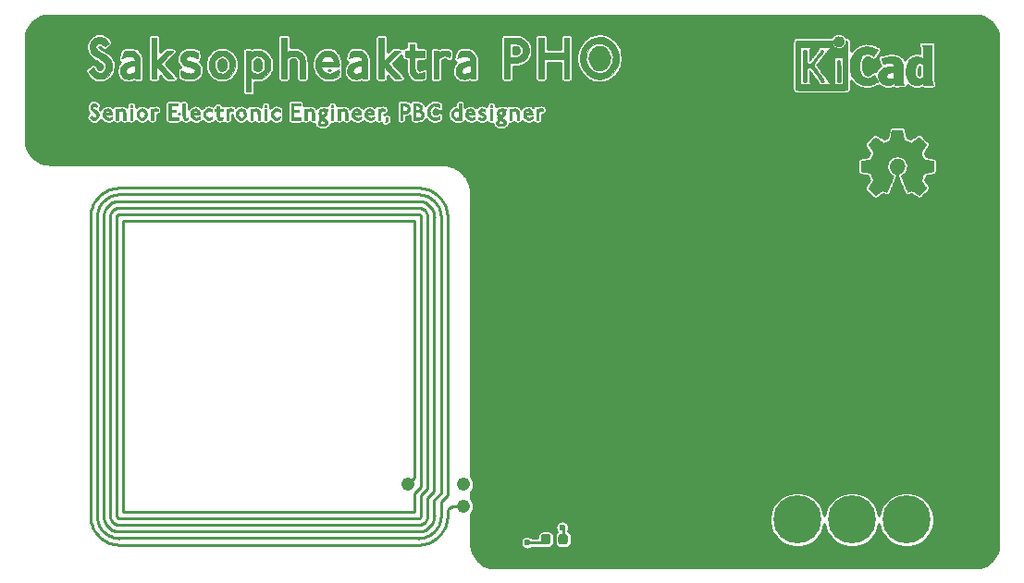
<source format=gtl>
G04 #@! TF.GenerationSoftware,KiCad,Pcbnew,(5.1.6)-1*
G04 #@! TF.CreationDate,2020-11-05T16:36:13+07:00*
G04 #@! TF.ProjectId,business card,62757369-6e65-4737-9320-636172642e6b,rev?*
G04 #@! TF.SameCoordinates,Original*
G04 #@! TF.FileFunction,Copper,L1,Top*
G04 #@! TF.FilePolarity,Positive*
%FSLAX46Y46*%
G04 Gerber Fmt 4.6, Leading zero omitted, Abs format (unit mm)*
G04 Created by KiCad (PCBNEW (5.1.6)-1) date 2020-11-05 16:36:13*
%MOMM*%
%LPD*%
G01*
G04 APERTURE LIST*
G04 #@! TA.AperFunction,EtchedComponent*
%ADD10C,0.010000*%
G04 #@! TD*
G04 #@! TA.AperFunction,ComponentPad*
%ADD11C,0.700000*%
G04 #@! TD*
G04 #@! TA.AperFunction,ComponentPad*
%ADD12C,4.400000*%
G04 #@! TD*
G04 #@! TA.AperFunction,ViaPad*
%ADD13C,1.209040*%
G04 #@! TD*
G04 #@! TA.AperFunction,ViaPad*
%ADD14C,0.600000*%
G04 #@! TD*
G04 #@! TA.AperFunction,Conductor*
%ADD15C,0.250000*%
G04 #@! TD*
G04 #@! TA.AperFunction,NonConductor*
%ADD16C,0.254000*%
G04 #@! TD*
G04 APERTURE END LIST*
D10*
G36*
X152505814Y-67118931D02*
G01*
X152589635Y-67563555D01*
X152898920Y-67691053D01*
X153208206Y-67818551D01*
X153579246Y-67566246D01*
X153683157Y-67495996D01*
X153777087Y-67433272D01*
X153856652Y-67380938D01*
X153917470Y-67341857D01*
X153955157Y-67318893D01*
X153965421Y-67313942D01*
X153983910Y-67326676D01*
X154023420Y-67361882D01*
X154079522Y-67415062D01*
X154147787Y-67481718D01*
X154223786Y-67557354D01*
X154303092Y-67637472D01*
X154381275Y-67717574D01*
X154453907Y-67793164D01*
X154516559Y-67859745D01*
X154564803Y-67912818D01*
X154594210Y-67947887D01*
X154601241Y-67959623D01*
X154591123Y-67981260D01*
X154562759Y-68028662D01*
X154519129Y-68097193D01*
X154463218Y-68182215D01*
X154398006Y-68279093D01*
X154360219Y-68334350D01*
X154291343Y-68435248D01*
X154230140Y-68526299D01*
X154179578Y-68602970D01*
X154142628Y-68660728D01*
X154122258Y-68695043D01*
X154119197Y-68702254D01*
X154126136Y-68722748D01*
X154145051Y-68770513D01*
X154173087Y-68838832D01*
X154207391Y-68920989D01*
X154245109Y-69010270D01*
X154283387Y-69099958D01*
X154319370Y-69183338D01*
X154350206Y-69253694D01*
X154373039Y-69304310D01*
X154385017Y-69328471D01*
X154385724Y-69329422D01*
X154404531Y-69334036D01*
X154454618Y-69344328D01*
X154530793Y-69359287D01*
X154627865Y-69377901D01*
X154740643Y-69399159D01*
X154806442Y-69411418D01*
X154926950Y-69434362D01*
X155035797Y-69456195D01*
X155127476Y-69475722D01*
X155196481Y-69491748D01*
X155237304Y-69503079D01*
X155245511Y-69506674D01*
X155253548Y-69531006D01*
X155260033Y-69585959D01*
X155264970Y-69665108D01*
X155268364Y-69762026D01*
X155270218Y-69870287D01*
X155270538Y-69983465D01*
X155269327Y-70095135D01*
X155266590Y-70198868D01*
X155262331Y-70288241D01*
X155256555Y-70356826D01*
X155249267Y-70398197D01*
X155244895Y-70406810D01*
X155218764Y-70417133D01*
X155163393Y-70431892D01*
X155086107Y-70449352D01*
X154994230Y-70467780D01*
X154962158Y-70473741D01*
X154807524Y-70502066D01*
X154685375Y-70524876D01*
X154591673Y-70543080D01*
X154522384Y-70557583D01*
X154473471Y-70569292D01*
X154440897Y-70579115D01*
X154420628Y-70587956D01*
X154408626Y-70596724D01*
X154406947Y-70598457D01*
X154390184Y-70626371D01*
X154364614Y-70680695D01*
X154332788Y-70754777D01*
X154297260Y-70841965D01*
X154260583Y-70935608D01*
X154225311Y-71029052D01*
X154193996Y-71115647D01*
X154169193Y-71188740D01*
X154153454Y-71241678D01*
X154149332Y-71267811D01*
X154149676Y-71268726D01*
X154163641Y-71290086D01*
X154195322Y-71337084D01*
X154241391Y-71404827D01*
X154298518Y-71488423D01*
X154363373Y-71582982D01*
X154381843Y-71609854D01*
X154447699Y-71707275D01*
X154505650Y-71796163D01*
X154552538Y-71871412D01*
X154585207Y-71927920D01*
X154600500Y-71960581D01*
X154601241Y-71964593D01*
X154588392Y-71985684D01*
X154552888Y-72027464D01*
X154499293Y-72085445D01*
X154432171Y-72155135D01*
X154356087Y-72232045D01*
X154275604Y-72311683D01*
X154195287Y-72389561D01*
X154119699Y-72461186D01*
X154053405Y-72522070D01*
X154000969Y-72567721D01*
X153966955Y-72593650D01*
X153957545Y-72597883D01*
X153935643Y-72587912D01*
X153890800Y-72561020D01*
X153830321Y-72521736D01*
X153783789Y-72490117D01*
X153699475Y-72432098D01*
X153599626Y-72363784D01*
X153499473Y-72295579D01*
X153445627Y-72259075D01*
X153263371Y-72135800D01*
X153110381Y-72218520D01*
X153040682Y-72254759D01*
X152981414Y-72282926D01*
X152941311Y-72298991D01*
X152931103Y-72301226D01*
X152918829Y-72284722D01*
X152894613Y-72238082D01*
X152860263Y-72165609D01*
X152817588Y-72071606D01*
X152768394Y-71960374D01*
X152714490Y-71836215D01*
X152657684Y-71703432D01*
X152599782Y-71566327D01*
X152542593Y-71429202D01*
X152487924Y-71296358D01*
X152437584Y-71172098D01*
X152393380Y-71060725D01*
X152357119Y-70966539D01*
X152330609Y-70893844D01*
X152315658Y-70846941D01*
X152313254Y-70830833D01*
X152332311Y-70810286D01*
X152374036Y-70776933D01*
X152429706Y-70737702D01*
X152434378Y-70734599D01*
X152578264Y-70619423D01*
X152694283Y-70485053D01*
X152781430Y-70335784D01*
X152838699Y-70175913D01*
X152865086Y-70009737D01*
X152859585Y-69841552D01*
X152821190Y-69675655D01*
X152748895Y-69516342D01*
X152727626Y-69481487D01*
X152616996Y-69340737D01*
X152486302Y-69227714D01*
X152340064Y-69143003D01*
X152182808Y-69087194D01*
X152019057Y-69060874D01*
X151853333Y-69064630D01*
X151690162Y-69099050D01*
X151534065Y-69164723D01*
X151389567Y-69262235D01*
X151344869Y-69301813D01*
X151231112Y-69425703D01*
X151148218Y-69556124D01*
X151091356Y-69702315D01*
X151059687Y-69847088D01*
X151051869Y-70009860D01*
X151077938Y-70173440D01*
X151135245Y-70332298D01*
X151221144Y-70480906D01*
X151332986Y-70613735D01*
X151468123Y-70725256D01*
X151485883Y-70737011D01*
X151542150Y-70775508D01*
X151584923Y-70808863D01*
X151605372Y-70830160D01*
X151605669Y-70830833D01*
X151601279Y-70853871D01*
X151583876Y-70906157D01*
X151555268Y-70983390D01*
X151517265Y-71081268D01*
X151471674Y-71195491D01*
X151420303Y-71321758D01*
X151364962Y-71455767D01*
X151307458Y-71593218D01*
X151249601Y-71729808D01*
X151193198Y-71861237D01*
X151140058Y-71983205D01*
X151091990Y-72091409D01*
X151050801Y-72181549D01*
X151018301Y-72249323D01*
X150996297Y-72290430D01*
X150987436Y-72301226D01*
X150960360Y-72292819D01*
X150909697Y-72270272D01*
X150844183Y-72237613D01*
X150808159Y-72218520D01*
X150655168Y-72135800D01*
X150472912Y-72259075D01*
X150379875Y-72322228D01*
X150278015Y-72391727D01*
X150182562Y-72457165D01*
X150134750Y-72490117D01*
X150067505Y-72535273D01*
X150010564Y-72571057D01*
X149971354Y-72592938D01*
X149958619Y-72597563D01*
X149940083Y-72585085D01*
X149899059Y-72550252D01*
X149839525Y-72496678D01*
X149765458Y-72427983D01*
X149680835Y-72347781D01*
X149627315Y-72296286D01*
X149533681Y-72204286D01*
X149452759Y-72121999D01*
X149387823Y-72052945D01*
X149342142Y-72000644D01*
X149318989Y-71968616D01*
X149316768Y-71962116D01*
X149327076Y-71937394D01*
X149355561Y-71887405D01*
X149399063Y-71817212D01*
X149454423Y-71731875D01*
X149518480Y-71636456D01*
X149536697Y-71609854D01*
X149603073Y-71513167D01*
X149662622Y-71426117D01*
X149712016Y-71353595D01*
X149747925Y-71300493D01*
X149767019Y-71271703D01*
X149768864Y-71268726D01*
X149766105Y-71245782D01*
X149751462Y-71195336D01*
X149727487Y-71124041D01*
X149696734Y-71038547D01*
X149661756Y-70945507D01*
X149625107Y-70851574D01*
X149589339Y-70763399D01*
X149557006Y-70687634D01*
X149530662Y-70630931D01*
X149512858Y-70599943D01*
X149511593Y-70598457D01*
X149500706Y-70589601D01*
X149482318Y-70580843D01*
X149452394Y-70571277D01*
X149406897Y-70559996D01*
X149341791Y-70546093D01*
X149253039Y-70528663D01*
X149136607Y-70506798D01*
X148988458Y-70479591D01*
X148956382Y-70473741D01*
X148861314Y-70455374D01*
X148778435Y-70437405D01*
X148715070Y-70421569D01*
X148678542Y-70409600D01*
X148673644Y-70406810D01*
X148665573Y-70382072D01*
X148659013Y-70326790D01*
X148653967Y-70247389D01*
X148650441Y-70150296D01*
X148648439Y-70041938D01*
X148647964Y-69928740D01*
X148649023Y-69817128D01*
X148651618Y-69713529D01*
X148655754Y-69624368D01*
X148661437Y-69556072D01*
X148668669Y-69515066D01*
X148673029Y-69506674D01*
X148697302Y-69498208D01*
X148752574Y-69484435D01*
X148833338Y-69466550D01*
X148934088Y-69445748D01*
X149049317Y-69423223D01*
X149112098Y-69411418D01*
X149231213Y-69389151D01*
X149337435Y-69368979D01*
X149425573Y-69351915D01*
X149490434Y-69338969D01*
X149526826Y-69331155D01*
X149532816Y-69329422D01*
X149542939Y-69309890D01*
X149564338Y-69262843D01*
X149594161Y-69195003D01*
X149629555Y-69113091D01*
X149667668Y-69023828D01*
X149705647Y-68933935D01*
X149740640Y-68850135D01*
X149769794Y-68779147D01*
X149790257Y-68727694D01*
X149799177Y-68702497D01*
X149799343Y-68701396D01*
X149789231Y-68681519D01*
X149760883Y-68635777D01*
X149717277Y-68568717D01*
X149661394Y-68484884D01*
X149596213Y-68388826D01*
X149558321Y-68333650D01*
X149489275Y-68232481D01*
X149427950Y-68140630D01*
X149377337Y-68062744D01*
X149340429Y-68003469D01*
X149320218Y-67967451D01*
X149317299Y-67959377D01*
X149329847Y-67940584D01*
X149364537Y-67900457D01*
X149416937Y-67843493D01*
X149482616Y-67774185D01*
X149557144Y-67697031D01*
X149636087Y-67616525D01*
X149715017Y-67537163D01*
X149789500Y-67463440D01*
X149855106Y-67399852D01*
X149907404Y-67350894D01*
X149941961Y-67321061D01*
X149953522Y-67313942D01*
X149972346Y-67323953D01*
X150017369Y-67352078D01*
X150084213Y-67395454D01*
X150168501Y-67451218D01*
X150265856Y-67516506D01*
X150339293Y-67566246D01*
X150710333Y-67818551D01*
X151328905Y-67563555D01*
X151412725Y-67118931D01*
X151496546Y-66674307D01*
X152421994Y-66674307D01*
X152505814Y-67118931D01*
G37*
X152505814Y-67118931D02*
X152589635Y-67563555D01*
X152898920Y-67691053D01*
X153208206Y-67818551D01*
X153579246Y-67566246D01*
X153683157Y-67495996D01*
X153777087Y-67433272D01*
X153856652Y-67380938D01*
X153917470Y-67341857D01*
X153955157Y-67318893D01*
X153965421Y-67313942D01*
X153983910Y-67326676D01*
X154023420Y-67361882D01*
X154079522Y-67415062D01*
X154147787Y-67481718D01*
X154223786Y-67557354D01*
X154303092Y-67637472D01*
X154381275Y-67717574D01*
X154453907Y-67793164D01*
X154516559Y-67859745D01*
X154564803Y-67912818D01*
X154594210Y-67947887D01*
X154601241Y-67959623D01*
X154591123Y-67981260D01*
X154562759Y-68028662D01*
X154519129Y-68097193D01*
X154463218Y-68182215D01*
X154398006Y-68279093D01*
X154360219Y-68334350D01*
X154291343Y-68435248D01*
X154230140Y-68526299D01*
X154179578Y-68602970D01*
X154142628Y-68660728D01*
X154122258Y-68695043D01*
X154119197Y-68702254D01*
X154126136Y-68722748D01*
X154145051Y-68770513D01*
X154173087Y-68838832D01*
X154207391Y-68920989D01*
X154245109Y-69010270D01*
X154283387Y-69099958D01*
X154319370Y-69183338D01*
X154350206Y-69253694D01*
X154373039Y-69304310D01*
X154385017Y-69328471D01*
X154385724Y-69329422D01*
X154404531Y-69334036D01*
X154454618Y-69344328D01*
X154530793Y-69359287D01*
X154627865Y-69377901D01*
X154740643Y-69399159D01*
X154806442Y-69411418D01*
X154926950Y-69434362D01*
X155035797Y-69456195D01*
X155127476Y-69475722D01*
X155196481Y-69491748D01*
X155237304Y-69503079D01*
X155245511Y-69506674D01*
X155253548Y-69531006D01*
X155260033Y-69585959D01*
X155264970Y-69665108D01*
X155268364Y-69762026D01*
X155270218Y-69870287D01*
X155270538Y-69983465D01*
X155269327Y-70095135D01*
X155266590Y-70198868D01*
X155262331Y-70288241D01*
X155256555Y-70356826D01*
X155249267Y-70398197D01*
X155244895Y-70406810D01*
X155218764Y-70417133D01*
X155163393Y-70431892D01*
X155086107Y-70449352D01*
X154994230Y-70467780D01*
X154962158Y-70473741D01*
X154807524Y-70502066D01*
X154685375Y-70524876D01*
X154591673Y-70543080D01*
X154522384Y-70557583D01*
X154473471Y-70569292D01*
X154440897Y-70579115D01*
X154420628Y-70587956D01*
X154408626Y-70596724D01*
X154406947Y-70598457D01*
X154390184Y-70626371D01*
X154364614Y-70680695D01*
X154332788Y-70754777D01*
X154297260Y-70841965D01*
X154260583Y-70935608D01*
X154225311Y-71029052D01*
X154193996Y-71115647D01*
X154169193Y-71188740D01*
X154153454Y-71241678D01*
X154149332Y-71267811D01*
X154149676Y-71268726D01*
X154163641Y-71290086D01*
X154195322Y-71337084D01*
X154241391Y-71404827D01*
X154298518Y-71488423D01*
X154363373Y-71582982D01*
X154381843Y-71609854D01*
X154447699Y-71707275D01*
X154505650Y-71796163D01*
X154552538Y-71871412D01*
X154585207Y-71927920D01*
X154600500Y-71960581D01*
X154601241Y-71964593D01*
X154588392Y-71985684D01*
X154552888Y-72027464D01*
X154499293Y-72085445D01*
X154432171Y-72155135D01*
X154356087Y-72232045D01*
X154275604Y-72311683D01*
X154195287Y-72389561D01*
X154119699Y-72461186D01*
X154053405Y-72522070D01*
X154000969Y-72567721D01*
X153966955Y-72593650D01*
X153957545Y-72597883D01*
X153935643Y-72587912D01*
X153890800Y-72561020D01*
X153830321Y-72521736D01*
X153783789Y-72490117D01*
X153699475Y-72432098D01*
X153599626Y-72363784D01*
X153499473Y-72295579D01*
X153445627Y-72259075D01*
X153263371Y-72135800D01*
X153110381Y-72218520D01*
X153040682Y-72254759D01*
X152981414Y-72282926D01*
X152941311Y-72298991D01*
X152931103Y-72301226D01*
X152918829Y-72284722D01*
X152894613Y-72238082D01*
X152860263Y-72165609D01*
X152817588Y-72071606D01*
X152768394Y-71960374D01*
X152714490Y-71836215D01*
X152657684Y-71703432D01*
X152599782Y-71566327D01*
X152542593Y-71429202D01*
X152487924Y-71296358D01*
X152437584Y-71172098D01*
X152393380Y-71060725D01*
X152357119Y-70966539D01*
X152330609Y-70893844D01*
X152315658Y-70846941D01*
X152313254Y-70830833D01*
X152332311Y-70810286D01*
X152374036Y-70776933D01*
X152429706Y-70737702D01*
X152434378Y-70734599D01*
X152578264Y-70619423D01*
X152694283Y-70485053D01*
X152781430Y-70335784D01*
X152838699Y-70175913D01*
X152865086Y-70009737D01*
X152859585Y-69841552D01*
X152821190Y-69675655D01*
X152748895Y-69516342D01*
X152727626Y-69481487D01*
X152616996Y-69340737D01*
X152486302Y-69227714D01*
X152340064Y-69143003D01*
X152182808Y-69087194D01*
X152019057Y-69060874D01*
X151853333Y-69064630D01*
X151690162Y-69099050D01*
X151534065Y-69164723D01*
X151389567Y-69262235D01*
X151344869Y-69301813D01*
X151231112Y-69425703D01*
X151148218Y-69556124D01*
X151091356Y-69702315D01*
X151059687Y-69847088D01*
X151051869Y-70009860D01*
X151077938Y-70173440D01*
X151135245Y-70332298D01*
X151221144Y-70480906D01*
X151332986Y-70613735D01*
X151468123Y-70725256D01*
X151485883Y-70737011D01*
X151542150Y-70775508D01*
X151584923Y-70808863D01*
X151605372Y-70830160D01*
X151605669Y-70830833D01*
X151601279Y-70853871D01*
X151583876Y-70906157D01*
X151555268Y-70983390D01*
X151517265Y-71081268D01*
X151471674Y-71195491D01*
X151420303Y-71321758D01*
X151364962Y-71455767D01*
X151307458Y-71593218D01*
X151249601Y-71729808D01*
X151193198Y-71861237D01*
X151140058Y-71983205D01*
X151091990Y-72091409D01*
X151050801Y-72181549D01*
X151018301Y-72249323D01*
X150996297Y-72290430D01*
X150987436Y-72301226D01*
X150960360Y-72292819D01*
X150909697Y-72270272D01*
X150844183Y-72237613D01*
X150808159Y-72218520D01*
X150655168Y-72135800D01*
X150472912Y-72259075D01*
X150379875Y-72322228D01*
X150278015Y-72391727D01*
X150182562Y-72457165D01*
X150134750Y-72490117D01*
X150067505Y-72535273D01*
X150010564Y-72571057D01*
X149971354Y-72592938D01*
X149958619Y-72597563D01*
X149940083Y-72585085D01*
X149899059Y-72550252D01*
X149839525Y-72496678D01*
X149765458Y-72427983D01*
X149680835Y-72347781D01*
X149627315Y-72296286D01*
X149533681Y-72204286D01*
X149452759Y-72121999D01*
X149387823Y-72052945D01*
X149342142Y-72000644D01*
X149318989Y-71968616D01*
X149316768Y-71962116D01*
X149327076Y-71937394D01*
X149355561Y-71887405D01*
X149399063Y-71817212D01*
X149454423Y-71731875D01*
X149518480Y-71636456D01*
X149536697Y-71609854D01*
X149603073Y-71513167D01*
X149662622Y-71426117D01*
X149712016Y-71353595D01*
X149747925Y-71300493D01*
X149767019Y-71271703D01*
X149768864Y-71268726D01*
X149766105Y-71245782D01*
X149751462Y-71195336D01*
X149727487Y-71124041D01*
X149696734Y-71038547D01*
X149661756Y-70945507D01*
X149625107Y-70851574D01*
X149589339Y-70763399D01*
X149557006Y-70687634D01*
X149530662Y-70630931D01*
X149512858Y-70599943D01*
X149511593Y-70598457D01*
X149500706Y-70589601D01*
X149482318Y-70580843D01*
X149452394Y-70571277D01*
X149406897Y-70559996D01*
X149341791Y-70546093D01*
X149253039Y-70528663D01*
X149136607Y-70506798D01*
X148988458Y-70479591D01*
X148956382Y-70473741D01*
X148861314Y-70455374D01*
X148778435Y-70437405D01*
X148715070Y-70421569D01*
X148678542Y-70409600D01*
X148673644Y-70406810D01*
X148665573Y-70382072D01*
X148659013Y-70326790D01*
X148653967Y-70247389D01*
X148650441Y-70150296D01*
X148648439Y-70041938D01*
X148647964Y-69928740D01*
X148649023Y-69817128D01*
X148651618Y-69713529D01*
X148655754Y-69624368D01*
X148661437Y-69556072D01*
X148668669Y-69515066D01*
X148673029Y-69506674D01*
X148697302Y-69498208D01*
X148752574Y-69484435D01*
X148833338Y-69466550D01*
X148934088Y-69445748D01*
X149049317Y-69423223D01*
X149112098Y-69411418D01*
X149231213Y-69389151D01*
X149337435Y-69368979D01*
X149425573Y-69351915D01*
X149490434Y-69338969D01*
X149526826Y-69331155D01*
X149532816Y-69329422D01*
X149542939Y-69309890D01*
X149564338Y-69262843D01*
X149594161Y-69195003D01*
X149629555Y-69113091D01*
X149667668Y-69023828D01*
X149705647Y-68933935D01*
X149740640Y-68850135D01*
X149769794Y-68779147D01*
X149790257Y-68727694D01*
X149799177Y-68702497D01*
X149799343Y-68701396D01*
X149789231Y-68681519D01*
X149760883Y-68635777D01*
X149717277Y-68568717D01*
X149661394Y-68484884D01*
X149596213Y-68388826D01*
X149558321Y-68333650D01*
X149489275Y-68232481D01*
X149427950Y-68140630D01*
X149377337Y-68062744D01*
X149340429Y-68003469D01*
X149320218Y-67967451D01*
X149317299Y-67959377D01*
X149329847Y-67940584D01*
X149364537Y-67900457D01*
X149416937Y-67843493D01*
X149482616Y-67774185D01*
X149557144Y-67697031D01*
X149636087Y-67616525D01*
X149715017Y-67537163D01*
X149789500Y-67463440D01*
X149855106Y-67399852D01*
X149907404Y-67350894D01*
X149941961Y-67321061D01*
X149953522Y-67313942D01*
X149972346Y-67323953D01*
X150017369Y-67352078D01*
X150084213Y-67395454D01*
X150168501Y-67451218D01*
X150265856Y-67516506D01*
X150339293Y-67566246D01*
X150710333Y-67818551D01*
X151328905Y-67563555D01*
X151412725Y-67118931D01*
X151496546Y-66674307D01*
X152421994Y-66674307D01*
X152505814Y-67118931D01*
G36*
X146003600Y-58539054D02*
G01*
X146014465Y-58652993D01*
X146046082Y-58760616D01*
X146096985Y-58859615D01*
X146165707Y-58947684D01*
X146250781Y-59022516D01*
X146347768Y-59080384D01*
X146454036Y-59120005D01*
X146561050Y-59138573D01*
X146666700Y-59137434D01*
X146768875Y-59117930D01*
X146865466Y-59081406D01*
X146954362Y-59029205D01*
X147033454Y-58962673D01*
X147100631Y-58883152D01*
X147153783Y-58791987D01*
X147190801Y-58690523D01*
X147209573Y-58580102D01*
X147211511Y-58530206D01*
X147211511Y-58442267D01*
X147263440Y-58442267D01*
X147299747Y-58445111D01*
X147326645Y-58456911D01*
X147353751Y-58480649D01*
X147392133Y-58519031D01*
X147392133Y-60710602D01*
X147392124Y-60972739D01*
X147392092Y-61213241D01*
X147392028Y-61433048D01*
X147391924Y-61633101D01*
X147391773Y-61814344D01*
X147391566Y-61977716D01*
X147391294Y-62124160D01*
X147390950Y-62254617D01*
X147390526Y-62370029D01*
X147390013Y-62471338D01*
X147389403Y-62559484D01*
X147388688Y-62635410D01*
X147387860Y-62700057D01*
X147386911Y-62754367D01*
X147385833Y-62799280D01*
X147384617Y-62835740D01*
X147383255Y-62864687D01*
X147381739Y-62887063D01*
X147380062Y-62903809D01*
X147378214Y-62915868D01*
X147376187Y-62924180D01*
X147373975Y-62929687D01*
X147372892Y-62931537D01*
X147368729Y-62938549D01*
X147365195Y-62944996D01*
X147361365Y-62950900D01*
X147356318Y-62956286D01*
X147349129Y-62961178D01*
X147338877Y-62965598D01*
X147324636Y-62969572D01*
X147305486Y-62973121D01*
X147280501Y-62976270D01*
X147248760Y-62979042D01*
X147209338Y-62981461D01*
X147161314Y-62983551D01*
X147103763Y-62985335D01*
X147035763Y-62986837D01*
X146956390Y-62988080D01*
X146864721Y-62989089D01*
X146759834Y-62989885D01*
X146640804Y-62990494D01*
X146506710Y-62990939D01*
X146356627Y-62991243D01*
X146189633Y-62991430D01*
X146004804Y-62991524D01*
X145801217Y-62991548D01*
X145577950Y-62991525D01*
X145334078Y-62991480D01*
X145068679Y-62991437D01*
X145030296Y-62991432D01*
X144763318Y-62991389D01*
X144517998Y-62991318D01*
X144293417Y-62991213D01*
X144088655Y-62991066D01*
X143902794Y-62990869D01*
X143734912Y-62990616D01*
X143584092Y-62990300D01*
X143449413Y-62989913D01*
X143329956Y-62989447D01*
X143224801Y-62988897D01*
X143133029Y-62988253D01*
X143053721Y-62987511D01*
X142985957Y-62986661D01*
X142928818Y-62985697D01*
X142881383Y-62984611D01*
X142842734Y-62983397D01*
X142811951Y-62982047D01*
X142788115Y-62980555D01*
X142770306Y-62978911D01*
X142757605Y-62977111D01*
X142749092Y-62975145D01*
X142744734Y-62973477D01*
X142736272Y-62969906D01*
X142728503Y-62967270D01*
X142721398Y-62964634D01*
X142714927Y-62961062D01*
X142709061Y-62955621D01*
X142703771Y-62947375D01*
X142699026Y-62935390D01*
X142694798Y-62918731D01*
X142691057Y-62896463D01*
X142687773Y-62867652D01*
X142684917Y-62831363D01*
X142682460Y-62786661D01*
X142680371Y-62732611D01*
X142678622Y-62668279D01*
X142677183Y-62592730D01*
X142676024Y-62505030D01*
X142675117Y-62404243D01*
X142674431Y-62289434D01*
X142673937Y-62159670D01*
X142673605Y-62014015D01*
X142673407Y-61851535D01*
X142673313Y-61671295D01*
X142673292Y-61472360D01*
X142673315Y-61253796D01*
X142673354Y-61014668D01*
X142673378Y-60754040D01*
X142673378Y-60711889D01*
X142673364Y-60448992D01*
X142673339Y-60207732D01*
X142673329Y-59987165D01*
X142673358Y-59786352D01*
X142673452Y-59604349D01*
X142673638Y-59440216D01*
X142673941Y-59293011D01*
X142674386Y-59161792D01*
X142674966Y-59051867D01*
X142977803Y-59051867D01*
X143017593Y-59109711D01*
X143028764Y-59125479D01*
X143038834Y-59139441D01*
X143047862Y-59152784D01*
X143055903Y-59166693D01*
X143063014Y-59182356D01*
X143069253Y-59200958D01*
X143074675Y-59223686D01*
X143079338Y-59251727D01*
X143083299Y-59286267D01*
X143086615Y-59328492D01*
X143089341Y-59379589D01*
X143091536Y-59440744D01*
X143093255Y-59513144D01*
X143094556Y-59597975D01*
X143095495Y-59696422D01*
X143096130Y-59809674D01*
X143096516Y-59938916D01*
X143096712Y-60085334D01*
X143096773Y-60250116D01*
X143096757Y-60434447D01*
X143096720Y-60639513D01*
X143096711Y-60762133D01*
X143096735Y-60979082D01*
X143096769Y-61174642D01*
X143096757Y-61349999D01*
X143096642Y-61506341D01*
X143096370Y-61644857D01*
X143095882Y-61766734D01*
X143095124Y-61873160D01*
X143094038Y-61965322D01*
X143092569Y-62044409D01*
X143090660Y-62111608D01*
X143088256Y-62168107D01*
X143085299Y-62215093D01*
X143081734Y-62253755D01*
X143077505Y-62285280D01*
X143072554Y-62310855D01*
X143066827Y-62331670D01*
X143060267Y-62348911D01*
X143052817Y-62363765D01*
X143044421Y-62377422D01*
X143035024Y-62391069D01*
X143024568Y-62405893D01*
X143018477Y-62414783D01*
X142979704Y-62472400D01*
X143511268Y-62472400D01*
X143634517Y-62472365D01*
X143737013Y-62472215D01*
X143820580Y-62471878D01*
X143887044Y-62471286D01*
X143938229Y-62470367D01*
X143975959Y-62469051D01*
X144002060Y-62467269D01*
X144018356Y-62464951D01*
X144026672Y-62462026D01*
X144028832Y-62458424D01*
X144026661Y-62454075D01*
X144025465Y-62452645D01*
X144000315Y-62415573D01*
X143974417Y-62362772D01*
X143950808Y-62300770D01*
X143942539Y-62274357D01*
X143937922Y-62256416D01*
X143934021Y-62235355D01*
X143930752Y-62209089D01*
X143928034Y-62175532D01*
X143925785Y-62132599D01*
X143923923Y-62078204D01*
X143922364Y-62010262D01*
X143921028Y-61926688D01*
X143919831Y-61825395D01*
X143918692Y-61704300D01*
X143918315Y-61659600D01*
X143917298Y-61534449D01*
X143916540Y-61430082D01*
X143916097Y-61344707D01*
X143916030Y-61276533D01*
X143916395Y-61223765D01*
X143917252Y-61184614D01*
X143918659Y-61157285D01*
X143920675Y-61139986D01*
X143923357Y-61130926D01*
X143926764Y-61128312D01*
X143930956Y-61130351D01*
X143935429Y-61134667D01*
X143945784Y-61147602D01*
X143967842Y-61176676D01*
X144000043Y-61219759D01*
X144040826Y-61274718D01*
X144088630Y-61339423D01*
X144141895Y-61411742D01*
X144199060Y-61489544D01*
X144258563Y-61570698D01*
X144318845Y-61653072D01*
X144378345Y-61734536D01*
X144435502Y-61812957D01*
X144488755Y-61886204D01*
X144536543Y-61952147D01*
X144577307Y-62008654D01*
X144609484Y-62053593D01*
X144631515Y-62084834D01*
X144636083Y-62091466D01*
X144659004Y-62128369D01*
X144685812Y-62176359D01*
X144711211Y-62225897D01*
X144714432Y-62232577D01*
X144736110Y-62280772D01*
X144748696Y-62318334D01*
X144754426Y-62354160D01*
X144755544Y-62396200D01*
X144754910Y-62472400D01*
X145909349Y-62472400D01*
X145818185Y-62378669D01*
X145771388Y-62328775D01*
X145721101Y-62272295D01*
X145675056Y-62218026D01*
X145654631Y-62192673D01*
X145624193Y-62153128D01*
X145584138Y-62099916D01*
X145535639Y-62034667D01*
X145479865Y-61959011D01*
X145417989Y-61874577D01*
X145351181Y-61782994D01*
X145280613Y-61685892D01*
X145207455Y-61584901D01*
X145132879Y-61481650D01*
X145058056Y-61377768D01*
X144984157Y-61274885D01*
X144912354Y-61174631D01*
X144843816Y-61078636D01*
X144779716Y-60988527D01*
X144721225Y-60905936D01*
X144669514Y-60832492D01*
X144625753Y-60769824D01*
X144591115Y-60719561D01*
X144566770Y-60683334D01*
X144553889Y-60662771D01*
X144552131Y-60658668D01*
X144560090Y-60647342D01*
X144580885Y-60620162D01*
X144613153Y-60578829D01*
X144655530Y-60525044D01*
X144706653Y-60460506D01*
X144765159Y-60386918D01*
X144829686Y-60305978D01*
X144898869Y-60219388D01*
X144971347Y-60128848D01*
X145045754Y-60036060D01*
X145105483Y-59961702D01*
X146116489Y-59961702D01*
X146122398Y-59974659D01*
X146136728Y-59996908D01*
X146137775Y-59998391D01*
X146156562Y-60028544D01*
X146176209Y-60065375D01*
X146180108Y-60073511D01*
X146183644Y-60081940D01*
X146186770Y-60092059D01*
X146189514Y-60105260D01*
X146191908Y-60122938D01*
X146193981Y-60146484D01*
X146195765Y-60177293D01*
X146197288Y-60216757D01*
X146198581Y-60266269D01*
X146199674Y-60327223D01*
X146200597Y-60401011D01*
X146201381Y-60489028D01*
X146202055Y-60592665D01*
X146202650Y-60713316D01*
X146203195Y-60852374D01*
X146203721Y-61011232D01*
X146204255Y-61190089D01*
X146204794Y-61375207D01*
X146205228Y-61539145D01*
X146205491Y-61683303D01*
X146205516Y-61809079D01*
X146205235Y-61917871D01*
X146204581Y-62011077D01*
X146203486Y-62090097D01*
X146201882Y-62156328D01*
X146199703Y-62211170D01*
X146196881Y-62256021D01*
X146193349Y-62292278D01*
X146189039Y-62321341D01*
X146183883Y-62344609D01*
X146177815Y-62363479D01*
X146170767Y-62379351D01*
X146162671Y-62393622D01*
X146153460Y-62407691D01*
X146144960Y-62420158D01*
X146127824Y-62446452D01*
X146117678Y-62464037D01*
X146116489Y-62467257D01*
X146127396Y-62468334D01*
X146158589Y-62469335D01*
X146207777Y-62470235D01*
X146272667Y-62471010D01*
X146350970Y-62471637D01*
X146440393Y-62472091D01*
X146538644Y-62472349D01*
X146607555Y-62472400D01*
X146712548Y-62472180D01*
X146809390Y-62471548D01*
X146895893Y-62470549D01*
X146969868Y-62469227D01*
X147029126Y-62467626D01*
X147071480Y-62465791D01*
X147094740Y-62463765D01*
X147098622Y-62462493D01*
X147090924Y-62447591D01*
X147082926Y-62439560D01*
X147069754Y-62422434D01*
X147052515Y-62392183D01*
X147040593Y-62367622D01*
X147013955Y-62308711D01*
X147010880Y-61131845D01*
X147007805Y-59954978D01*
X146562147Y-59954978D01*
X146464330Y-59955142D01*
X146373936Y-59955611D01*
X146293370Y-59956347D01*
X146225038Y-59957316D01*
X146171344Y-59958480D01*
X146134695Y-59959803D01*
X146117496Y-59961249D01*
X146116489Y-59961702D01*
X145105483Y-59961702D01*
X145120730Y-59942722D01*
X145194910Y-59850537D01*
X145266931Y-59761204D01*
X145335431Y-59676424D01*
X145399045Y-59597898D01*
X145456412Y-59527326D01*
X145506167Y-59466409D01*
X145546948Y-59416847D01*
X145564112Y-59396178D01*
X145650404Y-59295516D01*
X145727003Y-59212259D01*
X145795817Y-59144438D01*
X145858752Y-59090089D01*
X145868133Y-59082722D01*
X145907644Y-59052117D01*
X144775884Y-59051867D01*
X144781173Y-59099844D01*
X144777870Y-59157188D01*
X144756339Y-59225463D01*
X144716365Y-59305212D01*
X144671057Y-59377495D01*
X144654839Y-59400140D01*
X144626786Y-59437696D01*
X144588570Y-59488021D01*
X144541863Y-59548973D01*
X144488339Y-59618411D01*
X144429669Y-59694194D01*
X144367525Y-59774180D01*
X144303579Y-59856228D01*
X144239505Y-59938196D01*
X144176973Y-60017943D01*
X144117657Y-60093327D01*
X144063229Y-60162207D01*
X144015361Y-60222442D01*
X143975725Y-60271889D01*
X143945994Y-60308408D01*
X143927839Y-60329858D01*
X143924780Y-60333156D01*
X143921921Y-60325149D01*
X143919707Y-60294855D01*
X143918143Y-60242556D01*
X143917233Y-60168531D01*
X143916980Y-60073063D01*
X143917387Y-59956434D01*
X143918296Y-59836445D01*
X143919618Y-59704333D01*
X143921143Y-59592594D01*
X143923119Y-59499025D01*
X143925794Y-59421419D01*
X143929418Y-59357574D01*
X143934239Y-59305283D01*
X143940506Y-59262344D01*
X143948468Y-59226551D01*
X143958373Y-59195700D01*
X143970469Y-59167586D01*
X143985007Y-59140005D01*
X143999689Y-59114966D01*
X144037686Y-59051867D01*
X142977803Y-59051867D01*
X142674966Y-59051867D01*
X142674999Y-59045617D01*
X142675805Y-58943544D01*
X142676830Y-58854633D01*
X142678100Y-58777941D01*
X142679640Y-58712527D01*
X142681476Y-58657449D01*
X142683633Y-58611765D01*
X142686137Y-58574534D01*
X142689013Y-58544813D01*
X142692287Y-58521662D01*
X142695985Y-58504139D01*
X142700131Y-58491301D01*
X142704753Y-58482208D01*
X142709874Y-58475918D01*
X142715522Y-58471488D01*
X142721721Y-58467978D01*
X142728496Y-58464445D01*
X142734492Y-58460876D01*
X142739725Y-58458300D01*
X142747901Y-58455972D01*
X142760114Y-58453878D01*
X142777459Y-58452007D01*
X142801031Y-58450347D01*
X142831923Y-58448884D01*
X142871232Y-58447608D01*
X142920050Y-58446504D01*
X142979473Y-58445561D01*
X143050596Y-58444767D01*
X143134512Y-58444109D01*
X143232317Y-58443575D01*
X143345106Y-58443153D01*
X143473971Y-58442829D01*
X143620009Y-58442592D01*
X143784314Y-58442430D01*
X143967980Y-58442330D01*
X144172103Y-58442280D01*
X144383247Y-58442267D01*
X146003600Y-58442267D01*
X146003600Y-58539054D01*
G37*
X146003600Y-58539054D02*
X146014465Y-58652993D01*
X146046082Y-58760616D01*
X146096985Y-58859615D01*
X146165707Y-58947684D01*
X146250781Y-59022516D01*
X146347768Y-59080384D01*
X146454036Y-59120005D01*
X146561050Y-59138573D01*
X146666700Y-59137434D01*
X146768875Y-59117930D01*
X146865466Y-59081406D01*
X146954362Y-59029205D01*
X147033454Y-58962673D01*
X147100631Y-58883152D01*
X147153783Y-58791987D01*
X147190801Y-58690523D01*
X147209573Y-58580102D01*
X147211511Y-58530206D01*
X147211511Y-58442267D01*
X147263440Y-58442267D01*
X147299747Y-58445111D01*
X147326645Y-58456911D01*
X147353751Y-58480649D01*
X147392133Y-58519031D01*
X147392133Y-60710602D01*
X147392124Y-60972739D01*
X147392092Y-61213241D01*
X147392028Y-61433048D01*
X147391924Y-61633101D01*
X147391773Y-61814344D01*
X147391566Y-61977716D01*
X147391294Y-62124160D01*
X147390950Y-62254617D01*
X147390526Y-62370029D01*
X147390013Y-62471338D01*
X147389403Y-62559484D01*
X147388688Y-62635410D01*
X147387860Y-62700057D01*
X147386911Y-62754367D01*
X147385833Y-62799280D01*
X147384617Y-62835740D01*
X147383255Y-62864687D01*
X147381739Y-62887063D01*
X147380062Y-62903809D01*
X147378214Y-62915868D01*
X147376187Y-62924180D01*
X147373975Y-62929687D01*
X147372892Y-62931537D01*
X147368729Y-62938549D01*
X147365195Y-62944996D01*
X147361365Y-62950900D01*
X147356318Y-62956286D01*
X147349129Y-62961178D01*
X147338877Y-62965598D01*
X147324636Y-62969572D01*
X147305486Y-62973121D01*
X147280501Y-62976270D01*
X147248760Y-62979042D01*
X147209338Y-62981461D01*
X147161314Y-62983551D01*
X147103763Y-62985335D01*
X147035763Y-62986837D01*
X146956390Y-62988080D01*
X146864721Y-62989089D01*
X146759834Y-62989885D01*
X146640804Y-62990494D01*
X146506710Y-62990939D01*
X146356627Y-62991243D01*
X146189633Y-62991430D01*
X146004804Y-62991524D01*
X145801217Y-62991548D01*
X145577950Y-62991525D01*
X145334078Y-62991480D01*
X145068679Y-62991437D01*
X145030296Y-62991432D01*
X144763318Y-62991389D01*
X144517998Y-62991318D01*
X144293417Y-62991213D01*
X144088655Y-62991066D01*
X143902794Y-62990869D01*
X143734912Y-62990616D01*
X143584092Y-62990300D01*
X143449413Y-62989913D01*
X143329956Y-62989447D01*
X143224801Y-62988897D01*
X143133029Y-62988253D01*
X143053721Y-62987511D01*
X142985957Y-62986661D01*
X142928818Y-62985697D01*
X142881383Y-62984611D01*
X142842734Y-62983397D01*
X142811951Y-62982047D01*
X142788115Y-62980555D01*
X142770306Y-62978911D01*
X142757605Y-62977111D01*
X142749092Y-62975145D01*
X142744734Y-62973477D01*
X142736272Y-62969906D01*
X142728503Y-62967270D01*
X142721398Y-62964634D01*
X142714927Y-62961062D01*
X142709061Y-62955621D01*
X142703771Y-62947375D01*
X142699026Y-62935390D01*
X142694798Y-62918731D01*
X142691057Y-62896463D01*
X142687773Y-62867652D01*
X142684917Y-62831363D01*
X142682460Y-62786661D01*
X142680371Y-62732611D01*
X142678622Y-62668279D01*
X142677183Y-62592730D01*
X142676024Y-62505030D01*
X142675117Y-62404243D01*
X142674431Y-62289434D01*
X142673937Y-62159670D01*
X142673605Y-62014015D01*
X142673407Y-61851535D01*
X142673313Y-61671295D01*
X142673292Y-61472360D01*
X142673315Y-61253796D01*
X142673354Y-61014668D01*
X142673378Y-60754040D01*
X142673378Y-60711889D01*
X142673364Y-60448992D01*
X142673339Y-60207732D01*
X142673329Y-59987165D01*
X142673358Y-59786352D01*
X142673452Y-59604349D01*
X142673638Y-59440216D01*
X142673941Y-59293011D01*
X142674386Y-59161792D01*
X142674966Y-59051867D01*
X142977803Y-59051867D01*
X143017593Y-59109711D01*
X143028764Y-59125479D01*
X143038834Y-59139441D01*
X143047862Y-59152784D01*
X143055903Y-59166693D01*
X143063014Y-59182356D01*
X143069253Y-59200958D01*
X143074675Y-59223686D01*
X143079338Y-59251727D01*
X143083299Y-59286267D01*
X143086615Y-59328492D01*
X143089341Y-59379589D01*
X143091536Y-59440744D01*
X143093255Y-59513144D01*
X143094556Y-59597975D01*
X143095495Y-59696422D01*
X143096130Y-59809674D01*
X143096516Y-59938916D01*
X143096712Y-60085334D01*
X143096773Y-60250116D01*
X143096757Y-60434447D01*
X143096720Y-60639513D01*
X143096711Y-60762133D01*
X143096735Y-60979082D01*
X143096769Y-61174642D01*
X143096757Y-61349999D01*
X143096642Y-61506341D01*
X143096370Y-61644857D01*
X143095882Y-61766734D01*
X143095124Y-61873160D01*
X143094038Y-61965322D01*
X143092569Y-62044409D01*
X143090660Y-62111608D01*
X143088256Y-62168107D01*
X143085299Y-62215093D01*
X143081734Y-62253755D01*
X143077505Y-62285280D01*
X143072554Y-62310855D01*
X143066827Y-62331670D01*
X143060267Y-62348911D01*
X143052817Y-62363765D01*
X143044421Y-62377422D01*
X143035024Y-62391069D01*
X143024568Y-62405893D01*
X143018477Y-62414783D01*
X142979704Y-62472400D01*
X143511268Y-62472400D01*
X143634517Y-62472365D01*
X143737013Y-62472215D01*
X143820580Y-62471878D01*
X143887044Y-62471286D01*
X143938229Y-62470367D01*
X143975959Y-62469051D01*
X144002060Y-62467269D01*
X144018356Y-62464951D01*
X144026672Y-62462026D01*
X144028832Y-62458424D01*
X144026661Y-62454075D01*
X144025465Y-62452645D01*
X144000315Y-62415573D01*
X143974417Y-62362772D01*
X143950808Y-62300770D01*
X143942539Y-62274357D01*
X143937922Y-62256416D01*
X143934021Y-62235355D01*
X143930752Y-62209089D01*
X143928034Y-62175532D01*
X143925785Y-62132599D01*
X143923923Y-62078204D01*
X143922364Y-62010262D01*
X143921028Y-61926688D01*
X143919831Y-61825395D01*
X143918692Y-61704300D01*
X143918315Y-61659600D01*
X143917298Y-61534449D01*
X143916540Y-61430082D01*
X143916097Y-61344707D01*
X143916030Y-61276533D01*
X143916395Y-61223765D01*
X143917252Y-61184614D01*
X143918659Y-61157285D01*
X143920675Y-61139986D01*
X143923357Y-61130926D01*
X143926764Y-61128312D01*
X143930956Y-61130351D01*
X143935429Y-61134667D01*
X143945784Y-61147602D01*
X143967842Y-61176676D01*
X144000043Y-61219759D01*
X144040826Y-61274718D01*
X144088630Y-61339423D01*
X144141895Y-61411742D01*
X144199060Y-61489544D01*
X144258563Y-61570698D01*
X144318845Y-61653072D01*
X144378345Y-61734536D01*
X144435502Y-61812957D01*
X144488755Y-61886204D01*
X144536543Y-61952147D01*
X144577307Y-62008654D01*
X144609484Y-62053593D01*
X144631515Y-62084834D01*
X144636083Y-62091466D01*
X144659004Y-62128369D01*
X144685812Y-62176359D01*
X144711211Y-62225897D01*
X144714432Y-62232577D01*
X144736110Y-62280772D01*
X144748696Y-62318334D01*
X144754426Y-62354160D01*
X144755544Y-62396200D01*
X144754910Y-62472400D01*
X145909349Y-62472400D01*
X145818185Y-62378669D01*
X145771388Y-62328775D01*
X145721101Y-62272295D01*
X145675056Y-62218026D01*
X145654631Y-62192673D01*
X145624193Y-62153128D01*
X145584138Y-62099916D01*
X145535639Y-62034667D01*
X145479865Y-61959011D01*
X145417989Y-61874577D01*
X145351181Y-61782994D01*
X145280613Y-61685892D01*
X145207455Y-61584901D01*
X145132879Y-61481650D01*
X145058056Y-61377768D01*
X144984157Y-61274885D01*
X144912354Y-61174631D01*
X144843816Y-61078636D01*
X144779716Y-60988527D01*
X144721225Y-60905936D01*
X144669514Y-60832492D01*
X144625753Y-60769824D01*
X144591115Y-60719561D01*
X144566770Y-60683334D01*
X144553889Y-60662771D01*
X144552131Y-60658668D01*
X144560090Y-60647342D01*
X144580885Y-60620162D01*
X144613153Y-60578829D01*
X144655530Y-60525044D01*
X144706653Y-60460506D01*
X144765159Y-60386918D01*
X144829686Y-60305978D01*
X144898869Y-60219388D01*
X144971347Y-60128848D01*
X145045754Y-60036060D01*
X145105483Y-59961702D01*
X146116489Y-59961702D01*
X146122398Y-59974659D01*
X146136728Y-59996908D01*
X146137775Y-59998391D01*
X146156562Y-60028544D01*
X146176209Y-60065375D01*
X146180108Y-60073511D01*
X146183644Y-60081940D01*
X146186770Y-60092059D01*
X146189514Y-60105260D01*
X146191908Y-60122938D01*
X146193981Y-60146484D01*
X146195765Y-60177293D01*
X146197288Y-60216757D01*
X146198581Y-60266269D01*
X146199674Y-60327223D01*
X146200597Y-60401011D01*
X146201381Y-60489028D01*
X146202055Y-60592665D01*
X146202650Y-60713316D01*
X146203195Y-60852374D01*
X146203721Y-61011232D01*
X146204255Y-61190089D01*
X146204794Y-61375207D01*
X146205228Y-61539145D01*
X146205491Y-61683303D01*
X146205516Y-61809079D01*
X146205235Y-61917871D01*
X146204581Y-62011077D01*
X146203486Y-62090097D01*
X146201882Y-62156328D01*
X146199703Y-62211170D01*
X146196881Y-62256021D01*
X146193349Y-62292278D01*
X146189039Y-62321341D01*
X146183883Y-62344609D01*
X146177815Y-62363479D01*
X146170767Y-62379351D01*
X146162671Y-62393622D01*
X146153460Y-62407691D01*
X146144960Y-62420158D01*
X146127824Y-62446452D01*
X146117678Y-62464037D01*
X146116489Y-62467257D01*
X146127396Y-62468334D01*
X146158589Y-62469335D01*
X146207777Y-62470235D01*
X146272667Y-62471010D01*
X146350970Y-62471637D01*
X146440393Y-62472091D01*
X146538644Y-62472349D01*
X146607555Y-62472400D01*
X146712548Y-62472180D01*
X146809390Y-62471548D01*
X146895893Y-62470549D01*
X146969868Y-62469227D01*
X147029126Y-62467626D01*
X147071480Y-62465791D01*
X147094740Y-62463765D01*
X147098622Y-62462493D01*
X147090924Y-62447591D01*
X147082926Y-62439560D01*
X147069754Y-62422434D01*
X147052515Y-62392183D01*
X147040593Y-62367622D01*
X147013955Y-62308711D01*
X147010880Y-61131845D01*
X147007805Y-59954978D01*
X146562147Y-59954978D01*
X146464330Y-59955142D01*
X146373936Y-59955611D01*
X146293370Y-59956347D01*
X146225038Y-59957316D01*
X146171344Y-59958480D01*
X146134695Y-59959803D01*
X146117496Y-59961249D01*
X146116489Y-59961702D01*
X145105483Y-59961702D01*
X145120730Y-59942722D01*
X145194910Y-59850537D01*
X145266931Y-59761204D01*
X145335431Y-59676424D01*
X145399045Y-59597898D01*
X145456412Y-59527326D01*
X145506167Y-59466409D01*
X145546948Y-59416847D01*
X145564112Y-59396178D01*
X145650404Y-59295516D01*
X145727003Y-59212259D01*
X145795817Y-59144438D01*
X145858752Y-59090089D01*
X145868133Y-59082722D01*
X145907644Y-59052117D01*
X144775884Y-59051867D01*
X144781173Y-59099844D01*
X144777870Y-59157188D01*
X144756339Y-59225463D01*
X144716365Y-59305212D01*
X144671057Y-59377495D01*
X144654839Y-59400140D01*
X144626786Y-59437696D01*
X144588570Y-59488021D01*
X144541863Y-59548973D01*
X144488339Y-59618411D01*
X144429669Y-59694194D01*
X144367525Y-59774180D01*
X144303579Y-59856228D01*
X144239505Y-59938196D01*
X144176973Y-60017943D01*
X144117657Y-60093327D01*
X144063229Y-60162207D01*
X144015361Y-60222442D01*
X143975725Y-60271889D01*
X143945994Y-60308408D01*
X143927839Y-60329858D01*
X143924780Y-60333156D01*
X143921921Y-60325149D01*
X143919707Y-60294855D01*
X143918143Y-60242556D01*
X143917233Y-60168531D01*
X143916980Y-60073063D01*
X143917387Y-59956434D01*
X143918296Y-59836445D01*
X143919618Y-59704333D01*
X143921143Y-59592594D01*
X143923119Y-59499025D01*
X143925794Y-59421419D01*
X143929418Y-59357574D01*
X143934239Y-59305283D01*
X143940506Y-59262344D01*
X143948468Y-59226551D01*
X143958373Y-59195700D01*
X143970469Y-59167586D01*
X143985007Y-59140005D01*
X143999689Y-59114966D01*
X144037686Y-59051867D01*
X142977803Y-59051867D01*
X142674966Y-59051867D01*
X142674999Y-59045617D01*
X142675805Y-58943544D01*
X142676830Y-58854633D01*
X142678100Y-58777941D01*
X142679640Y-58712527D01*
X142681476Y-58657449D01*
X142683633Y-58611765D01*
X142686137Y-58574534D01*
X142689013Y-58544813D01*
X142692287Y-58521662D01*
X142695985Y-58504139D01*
X142700131Y-58491301D01*
X142704753Y-58482208D01*
X142709874Y-58475918D01*
X142715522Y-58471488D01*
X142721721Y-58467978D01*
X142728496Y-58464445D01*
X142734492Y-58460876D01*
X142739725Y-58458300D01*
X142747901Y-58455972D01*
X142760114Y-58453878D01*
X142777459Y-58452007D01*
X142801031Y-58450347D01*
X142831923Y-58448884D01*
X142871232Y-58447608D01*
X142920050Y-58446504D01*
X142979473Y-58445561D01*
X143050596Y-58444767D01*
X143134512Y-58444109D01*
X143232317Y-58443575D01*
X143345106Y-58443153D01*
X143473971Y-58442829D01*
X143620009Y-58442592D01*
X143784314Y-58442430D01*
X143967980Y-58442330D01*
X144172103Y-58442280D01*
X144383247Y-58442267D01*
X146003600Y-58442267D01*
X146003600Y-58539054D01*
G36*
X149278429Y-58999071D02*
G01*
X149438570Y-59020245D01*
X149602510Y-59060385D01*
X149772313Y-59119889D01*
X149950043Y-59199154D01*
X149961310Y-59204699D01*
X150019005Y-59232725D01*
X150070552Y-59256802D01*
X150112191Y-59275249D01*
X150140162Y-59286386D01*
X150149733Y-59288933D01*
X150168950Y-59293941D01*
X150173561Y-59298147D01*
X150168458Y-59308580D01*
X150152418Y-59334868D01*
X150127288Y-59374257D01*
X150094914Y-59423991D01*
X150057143Y-59481315D01*
X150015822Y-59543476D01*
X149972798Y-59607718D01*
X149929917Y-59671285D01*
X149889026Y-59731425D01*
X149851971Y-59785380D01*
X149820600Y-59830397D01*
X149796759Y-59863721D01*
X149782294Y-59882597D01*
X149780309Y-59884787D01*
X149770191Y-59880138D01*
X149747850Y-59862962D01*
X149717280Y-59836440D01*
X149701536Y-59821964D01*
X149605047Y-59746682D01*
X149498336Y-59691241D01*
X149382832Y-59656141D01*
X149259962Y-59641880D01*
X149190561Y-59643051D01*
X149069423Y-59660212D01*
X148960205Y-59696094D01*
X148862582Y-59750959D01*
X148776228Y-59825070D01*
X148700815Y-59918688D01*
X148636018Y-60032076D01*
X148598601Y-60118667D01*
X148554748Y-60254366D01*
X148522428Y-60401850D01*
X148501557Y-60557314D01*
X148492051Y-60716956D01*
X148493827Y-60876973D01*
X148506803Y-61033561D01*
X148530894Y-61182918D01*
X148566018Y-61321240D01*
X148612092Y-61444724D01*
X148628373Y-61478978D01*
X148696620Y-61593064D01*
X148777079Y-61689557D01*
X148868570Y-61767670D01*
X148969911Y-61826617D01*
X149079920Y-61865612D01*
X149197415Y-61883868D01*
X149238883Y-61885211D01*
X149360441Y-61874290D01*
X149480878Y-61841474D01*
X149598666Y-61787439D01*
X149712277Y-61712865D01*
X149803685Y-61634539D01*
X149850215Y-61590008D01*
X150031483Y-61887271D01*
X150076580Y-61961433D01*
X150117819Y-62029646D01*
X150153735Y-62089459D01*
X150182866Y-62138420D01*
X150203750Y-62174079D01*
X150214924Y-62193984D01*
X150216375Y-62197079D01*
X150208146Y-62206718D01*
X150182567Y-62223999D01*
X150142873Y-62247283D01*
X150092297Y-62274934D01*
X150034074Y-62305315D01*
X149971437Y-62336790D01*
X149907621Y-62367722D01*
X149845860Y-62396473D01*
X149789388Y-62421408D01*
X149741438Y-62440889D01*
X149717986Y-62449318D01*
X149584221Y-62487133D01*
X149446327Y-62512136D01*
X149298622Y-62525140D01*
X149171833Y-62527468D01*
X149103878Y-62526373D01*
X149038277Y-62524275D01*
X148980847Y-62521434D01*
X148937403Y-62518106D01*
X148923298Y-62516422D01*
X148784284Y-62487587D01*
X148642757Y-62442468D01*
X148505275Y-62383750D01*
X148378394Y-62314120D01*
X148300889Y-62261441D01*
X148173481Y-62153239D01*
X148055178Y-62026671D01*
X147948172Y-61884866D01*
X147854652Y-61730951D01*
X147776810Y-61568053D01*
X147732956Y-61450756D01*
X147682708Y-61267128D01*
X147649209Y-61072581D01*
X147632449Y-60871325D01*
X147632416Y-60667568D01*
X147649101Y-60465521D01*
X147682493Y-60269392D01*
X147732580Y-60083391D01*
X147736397Y-60071803D01*
X147799281Y-59909750D01*
X147876028Y-59761832D01*
X147969242Y-59623865D01*
X148081527Y-59491661D01*
X148125392Y-59446399D01*
X148261534Y-59322457D01*
X148401491Y-59219915D01*
X148547411Y-59137656D01*
X148701442Y-59074564D01*
X148865732Y-59029523D01*
X148961289Y-59012033D01*
X149120023Y-58996466D01*
X149278429Y-58999071D01*
G37*
X149278429Y-58999071D02*
X149438570Y-59020245D01*
X149602510Y-59060385D01*
X149772313Y-59119889D01*
X149950043Y-59199154D01*
X149961310Y-59204699D01*
X150019005Y-59232725D01*
X150070552Y-59256802D01*
X150112191Y-59275249D01*
X150140162Y-59286386D01*
X150149733Y-59288933D01*
X150168950Y-59293941D01*
X150173561Y-59298147D01*
X150168458Y-59308580D01*
X150152418Y-59334868D01*
X150127288Y-59374257D01*
X150094914Y-59423991D01*
X150057143Y-59481315D01*
X150015822Y-59543476D01*
X149972798Y-59607718D01*
X149929917Y-59671285D01*
X149889026Y-59731425D01*
X149851971Y-59785380D01*
X149820600Y-59830397D01*
X149796759Y-59863721D01*
X149782294Y-59882597D01*
X149780309Y-59884787D01*
X149770191Y-59880138D01*
X149747850Y-59862962D01*
X149717280Y-59836440D01*
X149701536Y-59821964D01*
X149605047Y-59746682D01*
X149498336Y-59691241D01*
X149382832Y-59656141D01*
X149259962Y-59641880D01*
X149190561Y-59643051D01*
X149069423Y-59660212D01*
X148960205Y-59696094D01*
X148862582Y-59750959D01*
X148776228Y-59825070D01*
X148700815Y-59918688D01*
X148636018Y-60032076D01*
X148598601Y-60118667D01*
X148554748Y-60254366D01*
X148522428Y-60401850D01*
X148501557Y-60557314D01*
X148492051Y-60716956D01*
X148493827Y-60876973D01*
X148506803Y-61033561D01*
X148530894Y-61182918D01*
X148566018Y-61321240D01*
X148612092Y-61444724D01*
X148628373Y-61478978D01*
X148696620Y-61593064D01*
X148777079Y-61689557D01*
X148868570Y-61767670D01*
X148969911Y-61826617D01*
X149079920Y-61865612D01*
X149197415Y-61883868D01*
X149238883Y-61885211D01*
X149360441Y-61874290D01*
X149480878Y-61841474D01*
X149598666Y-61787439D01*
X149712277Y-61712865D01*
X149803685Y-61634539D01*
X149850215Y-61590008D01*
X150031483Y-61887271D01*
X150076580Y-61961433D01*
X150117819Y-62029646D01*
X150153735Y-62089459D01*
X150182866Y-62138420D01*
X150203750Y-62174079D01*
X150214924Y-62193984D01*
X150216375Y-62197079D01*
X150208146Y-62206718D01*
X150182567Y-62223999D01*
X150142873Y-62247283D01*
X150092297Y-62274934D01*
X150034074Y-62305315D01*
X149971437Y-62336790D01*
X149907621Y-62367722D01*
X149845860Y-62396473D01*
X149789388Y-62421408D01*
X149741438Y-62440889D01*
X149717986Y-62449318D01*
X149584221Y-62487133D01*
X149446327Y-62512136D01*
X149298622Y-62525140D01*
X149171833Y-62527468D01*
X149103878Y-62526373D01*
X149038277Y-62524275D01*
X148980847Y-62521434D01*
X148937403Y-62518106D01*
X148923298Y-62516422D01*
X148784284Y-62487587D01*
X148642757Y-62442468D01*
X148505275Y-62383750D01*
X148378394Y-62314120D01*
X148300889Y-62261441D01*
X148173481Y-62153239D01*
X148055178Y-62026671D01*
X147948172Y-61884866D01*
X147854652Y-61730951D01*
X147776810Y-61568053D01*
X147732956Y-61450756D01*
X147682708Y-61267128D01*
X147649209Y-61072581D01*
X147632449Y-60871325D01*
X147632416Y-60667568D01*
X147649101Y-60465521D01*
X147682493Y-60269392D01*
X147732580Y-60083391D01*
X147736397Y-60071803D01*
X147799281Y-59909750D01*
X147876028Y-59761832D01*
X147969242Y-59623865D01*
X148081527Y-59491661D01*
X148125392Y-59446399D01*
X148261534Y-59322457D01*
X148401491Y-59219915D01*
X148547411Y-59137656D01*
X148701442Y-59074564D01*
X148865732Y-59029523D01*
X148961289Y-59012033D01*
X149120023Y-58996466D01*
X149278429Y-58999071D01*
G36*
X151623574Y-59916552D02*
G01*
X151775492Y-59936567D01*
X151910756Y-59970202D01*
X152030239Y-60017725D01*
X152134815Y-60079405D01*
X152212424Y-60142965D01*
X152281265Y-60217099D01*
X152335006Y-60296871D01*
X152377910Y-60389091D01*
X152393384Y-60432161D01*
X152406244Y-60471142D01*
X152417446Y-60507289D01*
X152427120Y-60542434D01*
X152435396Y-60578410D01*
X152442403Y-60617050D01*
X152448272Y-60660185D01*
X152453131Y-60709649D01*
X152457110Y-60767273D01*
X152460340Y-60834891D01*
X152462949Y-60914334D01*
X152465067Y-61007436D01*
X152466824Y-61116027D01*
X152468349Y-61241942D01*
X152469772Y-61387012D01*
X152471025Y-61529778D01*
X152472351Y-61685968D01*
X152473556Y-61821239D01*
X152474766Y-61937246D01*
X152476106Y-62035645D01*
X152477700Y-62118093D01*
X152479675Y-62186246D01*
X152482156Y-62241760D01*
X152485269Y-62286292D01*
X152489138Y-62321498D01*
X152493889Y-62349034D01*
X152499648Y-62370556D01*
X152506539Y-62387722D01*
X152514689Y-62402186D01*
X152524223Y-62415606D01*
X152535266Y-62429638D01*
X152539566Y-62435071D01*
X152555386Y-62457910D01*
X152562422Y-62473463D01*
X152562444Y-62473922D01*
X152551567Y-62476121D01*
X152520582Y-62478147D01*
X152471957Y-62479942D01*
X152408163Y-62481451D01*
X152331669Y-62482616D01*
X152244944Y-62483380D01*
X152150457Y-62483686D01*
X152139550Y-62483689D01*
X151716657Y-62483689D01*
X151713395Y-62387622D01*
X151710133Y-62291556D01*
X151648044Y-62342543D01*
X151550714Y-62410057D01*
X151440813Y-62464749D01*
X151354349Y-62494978D01*
X151285278Y-62509666D01*
X151201925Y-62519659D01*
X151112159Y-62524646D01*
X151023845Y-62524313D01*
X150944851Y-62518351D01*
X150908622Y-62512638D01*
X150768603Y-62474776D01*
X150642178Y-62419932D01*
X150530260Y-62348924D01*
X150433762Y-62262568D01*
X150353600Y-62161679D01*
X150290687Y-62047076D01*
X150246312Y-61920984D01*
X150233978Y-61864401D01*
X150226368Y-61802202D01*
X150222739Y-61727363D01*
X150222245Y-61693467D01*
X150222310Y-61690282D01*
X150982248Y-61690282D01*
X150991541Y-61765333D01*
X151019728Y-61829160D01*
X151068197Y-61884798D01*
X151073254Y-61889211D01*
X151121548Y-61924037D01*
X151173257Y-61946620D01*
X151233989Y-61958540D01*
X151309352Y-61961383D01*
X151327459Y-61960978D01*
X151381278Y-61958325D01*
X151421308Y-61952909D01*
X151456324Y-61942745D01*
X151495103Y-61925850D01*
X151505745Y-61920672D01*
X151566396Y-61884844D01*
X151613215Y-61842212D01*
X151625952Y-61826973D01*
X151670622Y-61770462D01*
X151670622Y-61574586D01*
X151670086Y-61495939D01*
X151668396Y-61437988D01*
X151665428Y-61398875D01*
X151661057Y-61376741D01*
X151656972Y-61370274D01*
X151641047Y-61367111D01*
X151607264Y-61364488D01*
X151560340Y-61362655D01*
X151504993Y-61361857D01*
X151496106Y-61361842D01*
X151375330Y-61367096D01*
X151272660Y-61383263D01*
X151186106Y-61410961D01*
X151113681Y-61450808D01*
X151058751Y-61497758D01*
X151014204Y-61555645D01*
X150989480Y-61618693D01*
X150982248Y-61690282D01*
X150222310Y-61690282D01*
X150224178Y-61599712D01*
X150232522Y-61520812D01*
X150248768Y-61449590D01*
X150274405Y-61378864D01*
X150298401Y-61326493D01*
X150357020Y-61231196D01*
X150435117Y-61143170D01*
X150530315Y-61064017D01*
X150640238Y-60995340D01*
X150762510Y-60938741D01*
X150894755Y-60895821D01*
X150959422Y-60880882D01*
X151095604Y-60858777D01*
X151244049Y-60844194D01*
X151395505Y-60837813D01*
X151522064Y-60839445D01*
X151683950Y-60846224D01*
X151676530Y-60787245D01*
X151657238Y-60688092D01*
X151626104Y-60607372D01*
X151582269Y-60544466D01*
X151524871Y-60498756D01*
X151453048Y-60469622D01*
X151365941Y-60456447D01*
X151262686Y-60458611D01*
X151224711Y-60462612D01*
X151083520Y-60487780D01*
X150946707Y-60528814D01*
X150852178Y-60566815D01*
X150807018Y-60586190D01*
X150768585Y-60601760D01*
X150742234Y-60611405D01*
X150734546Y-60613452D01*
X150724802Y-60604374D01*
X150708083Y-60575405D01*
X150684232Y-60526217D01*
X150653093Y-60456484D01*
X150614507Y-60365879D01*
X150607910Y-60350089D01*
X150577853Y-60277772D01*
X150550874Y-60212425D01*
X150528136Y-60156906D01*
X150510806Y-60114072D01*
X150500048Y-60086781D01*
X150496941Y-60077942D01*
X150506940Y-60073187D01*
X150533217Y-60067910D01*
X150561489Y-60064231D01*
X150591646Y-60059474D01*
X150639433Y-60050028D01*
X150700612Y-60036820D01*
X150770946Y-60020776D01*
X150846194Y-60002820D01*
X150874755Y-59995797D01*
X150979816Y-59970209D01*
X151067480Y-59950147D01*
X151142068Y-59934969D01*
X151207903Y-59924035D01*
X151269307Y-59916704D01*
X151330602Y-59912335D01*
X151396110Y-59910287D01*
X151454128Y-59909889D01*
X151623574Y-59916552D01*
G37*
X151623574Y-59916552D02*
X151775492Y-59936567D01*
X151910756Y-59970202D01*
X152030239Y-60017725D01*
X152134815Y-60079405D01*
X152212424Y-60142965D01*
X152281265Y-60217099D01*
X152335006Y-60296871D01*
X152377910Y-60389091D01*
X152393384Y-60432161D01*
X152406244Y-60471142D01*
X152417446Y-60507289D01*
X152427120Y-60542434D01*
X152435396Y-60578410D01*
X152442403Y-60617050D01*
X152448272Y-60660185D01*
X152453131Y-60709649D01*
X152457110Y-60767273D01*
X152460340Y-60834891D01*
X152462949Y-60914334D01*
X152465067Y-61007436D01*
X152466824Y-61116027D01*
X152468349Y-61241942D01*
X152469772Y-61387012D01*
X152471025Y-61529778D01*
X152472351Y-61685968D01*
X152473556Y-61821239D01*
X152474766Y-61937246D01*
X152476106Y-62035645D01*
X152477700Y-62118093D01*
X152479675Y-62186246D01*
X152482156Y-62241760D01*
X152485269Y-62286292D01*
X152489138Y-62321498D01*
X152493889Y-62349034D01*
X152499648Y-62370556D01*
X152506539Y-62387722D01*
X152514689Y-62402186D01*
X152524223Y-62415606D01*
X152535266Y-62429638D01*
X152539566Y-62435071D01*
X152555386Y-62457910D01*
X152562422Y-62473463D01*
X152562444Y-62473922D01*
X152551567Y-62476121D01*
X152520582Y-62478147D01*
X152471957Y-62479942D01*
X152408163Y-62481451D01*
X152331669Y-62482616D01*
X152244944Y-62483380D01*
X152150457Y-62483686D01*
X152139550Y-62483689D01*
X151716657Y-62483689D01*
X151713395Y-62387622D01*
X151710133Y-62291556D01*
X151648044Y-62342543D01*
X151550714Y-62410057D01*
X151440813Y-62464749D01*
X151354349Y-62494978D01*
X151285278Y-62509666D01*
X151201925Y-62519659D01*
X151112159Y-62524646D01*
X151023845Y-62524313D01*
X150944851Y-62518351D01*
X150908622Y-62512638D01*
X150768603Y-62474776D01*
X150642178Y-62419932D01*
X150530260Y-62348924D01*
X150433762Y-62262568D01*
X150353600Y-62161679D01*
X150290687Y-62047076D01*
X150246312Y-61920984D01*
X150233978Y-61864401D01*
X150226368Y-61802202D01*
X150222739Y-61727363D01*
X150222245Y-61693467D01*
X150222310Y-61690282D01*
X150982248Y-61690282D01*
X150991541Y-61765333D01*
X151019728Y-61829160D01*
X151068197Y-61884798D01*
X151073254Y-61889211D01*
X151121548Y-61924037D01*
X151173257Y-61946620D01*
X151233989Y-61958540D01*
X151309352Y-61961383D01*
X151327459Y-61960978D01*
X151381278Y-61958325D01*
X151421308Y-61952909D01*
X151456324Y-61942745D01*
X151495103Y-61925850D01*
X151505745Y-61920672D01*
X151566396Y-61884844D01*
X151613215Y-61842212D01*
X151625952Y-61826973D01*
X151670622Y-61770462D01*
X151670622Y-61574586D01*
X151670086Y-61495939D01*
X151668396Y-61437988D01*
X151665428Y-61398875D01*
X151661057Y-61376741D01*
X151656972Y-61370274D01*
X151641047Y-61367111D01*
X151607264Y-61364488D01*
X151560340Y-61362655D01*
X151504993Y-61361857D01*
X151496106Y-61361842D01*
X151375330Y-61367096D01*
X151272660Y-61383263D01*
X151186106Y-61410961D01*
X151113681Y-61450808D01*
X151058751Y-61497758D01*
X151014204Y-61555645D01*
X150989480Y-61618693D01*
X150982248Y-61690282D01*
X150222310Y-61690282D01*
X150224178Y-61599712D01*
X150232522Y-61520812D01*
X150248768Y-61449590D01*
X150274405Y-61378864D01*
X150298401Y-61326493D01*
X150357020Y-61231196D01*
X150435117Y-61143170D01*
X150530315Y-61064017D01*
X150640238Y-60995340D01*
X150762510Y-60938741D01*
X150894755Y-60895821D01*
X150959422Y-60880882D01*
X151095604Y-60858777D01*
X151244049Y-60844194D01*
X151395505Y-60837813D01*
X151522064Y-60839445D01*
X151683950Y-60846224D01*
X151676530Y-60787245D01*
X151657238Y-60688092D01*
X151626104Y-60607372D01*
X151582269Y-60544466D01*
X151524871Y-60498756D01*
X151453048Y-60469622D01*
X151365941Y-60456447D01*
X151262686Y-60458611D01*
X151224711Y-60462612D01*
X151083520Y-60487780D01*
X150946707Y-60528814D01*
X150852178Y-60566815D01*
X150807018Y-60586190D01*
X150768585Y-60601760D01*
X150742234Y-60611405D01*
X150734546Y-60613452D01*
X150724802Y-60604374D01*
X150708083Y-60575405D01*
X150684232Y-60526217D01*
X150653093Y-60456484D01*
X150614507Y-60365879D01*
X150607910Y-60350089D01*
X150577853Y-60277772D01*
X150550874Y-60212425D01*
X150528136Y-60156906D01*
X150510806Y-60114072D01*
X150500048Y-60086781D01*
X150496941Y-60077942D01*
X150506940Y-60073187D01*
X150533217Y-60067910D01*
X150561489Y-60064231D01*
X150591646Y-60059474D01*
X150639433Y-60050028D01*
X150700612Y-60036820D01*
X150770946Y-60020776D01*
X150846194Y-60002820D01*
X150874755Y-59995797D01*
X150979816Y-59970209D01*
X151067480Y-59950147D01*
X151142068Y-59934969D01*
X151207903Y-59924035D01*
X151269307Y-59916704D01*
X151330602Y-59912335D01*
X151396110Y-59910287D01*
X151454128Y-59909889D01*
X151623574Y-59916552D01*
G36*
X155136507Y-60522245D02*
G01*
X155136526Y-60756662D01*
X155136552Y-60969603D01*
X155136625Y-61162168D01*
X155136782Y-61335459D01*
X155137064Y-61490576D01*
X155137509Y-61628620D01*
X155138156Y-61750692D01*
X155139045Y-61857894D01*
X155140213Y-61951326D01*
X155141701Y-62032090D01*
X155143546Y-62101286D01*
X155145789Y-62160015D01*
X155148469Y-62209379D01*
X155151623Y-62250478D01*
X155155292Y-62284413D01*
X155159513Y-62312286D01*
X155164327Y-62335198D01*
X155169773Y-62354249D01*
X155175888Y-62370540D01*
X155182712Y-62385173D01*
X155190285Y-62399249D01*
X155198645Y-62413868D01*
X155203839Y-62422974D01*
X155238104Y-62483689D01*
X154379955Y-62483689D01*
X154379955Y-62387733D01*
X154379224Y-62344370D01*
X154377272Y-62311205D01*
X154374463Y-62293424D01*
X154373221Y-62291778D01*
X154361799Y-62298662D01*
X154339084Y-62316505D01*
X154316385Y-62335879D01*
X154261800Y-62376614D01*
X154192321Y-62417617D01*
X154115270Y-62455123D01*
X154037965Y-62485364D01*
X154007113Y-62495012D01*
X153938616Y-62509578D01*
X153855764Y-62519539D01*
X153766371Y-62524583D01*
X153678248Y-62524396D01*
X153599207Y-62518666D01*
X153561511Y-62512858D01*
X153423414Y-62474797D01*
X153296113Y-62417073D01*
X153180292Y-62340211D01*
X153076637Y-62244739D01*
X152985833Y-62131179D01*
X152919031Y-62020381D01*
X152864164Y-61903625D01*
X152822163Y-61784276D01*
X152792167Y-61658283D01*
X152773311Y-61521594D01*
X152764732Y-61370158D01*
X152764006Y-61292711D01*
X152766100Y-61235934D01*
X153595217Y-61235934D01*
X153595424Y-61329002D01*
X153598337Y-61416692D01*
X153604000Y-61493772D01*
X153612455Y-61555009D01*
X153615038Y-61567350D01*
X153646840Y-61674633D01*
X153688498Y-61761658D01*
X153740363Y-61828642D01*
X153802781Y-61875805D01*
X153876100Y-61903365D01*
X153960669Y-61911541D01*
X154056835Y-61900551D01*
X154120311Y-61884829D01*
X154169454Y-61866639D01*
X154223583Y-61840791D01*
X154264244Y-61817089D01*
X154334800Y-61770721D01*
X154334800Y-60620530D01*
X154267392Y-60576962D01*
X154188867Y-60536040D01*
X154104681Y-60509389D01*
X154019557Y-60497465D01*
X153938216Y-60500722D01*
X153865380Y-60519615D01*
X153833426Y-60535184D01*
X153775501Y-60578181D01*
X153726544Y-60634953D01*
X153685390Y-60707575D01*
X153650874Y-60798121D01*
X153621833Y-60908666D01*
X153620552Y-60914533D01*
X153610381Y-60976788D01*
X153602739Y-61054594D01*
X153597670Y-61142720D01*
X153595217Y-61235934D01*
X152766100Y-61235934D01*
X152771857Y-61079895D01*
X152793802Y-60884059D01*
X152829786Y-60705332D01*
X152879759Y-60543845D01*
X152943668Y-60399726D01*
X153021462Y-60273106D01*
X153113089Y-60164115D01*
X153218497Y-60072883D01*
X153263662Y-60041932D01*
X153364611Y-59985785D01*
X153467901Y-59946174D01*
X153577989Y-59922014D01*
X153699330Y-59912219D01*
X153791836Y-59913265D01*
X153921490Y-59924231D01*
X154034084Y-59946046D01*
X154132875Y-59979714D01*
X154221121Y-60026236D01*
X154269986Y-60060448D01*
X154299353Y-60082362D01*
X154321043Y-60097333D01*
X154329253Y-60101733D01*
X154330868Y-60090904D01*
X154332159Y-60060251D01*
X154333138Y-60012526D01*
X154333817Y-59950479D01*
X154334210Y-59876862D01*
X154334330Y-59794427D01*
X154334188Y-59705925D01*
X154333797Y-59614107D01*
X154333171Y-59521724D01*
X154332320Y-59431528D01*
X154331260Y-59346271D01*
X154330001Y-59268703D01*
X154328556Y-59201576D01*
X154326938Y-59147641D01*
X154325161Y-59109650D01*
X154324669Y-59102667D01*
X154317092Y-59032251D01*
X154305531Y-58977102D01*
X154287792Y-58929981D01*
X154261682Y-58883647D01*
X154255415Y-58874067D01*
X154230983Y-58837378D01*
X155136311Y-58837378D01*
X155136507Y-60522245D01*
G37*
X155136507Y-60522245D02*
X155136526Y-60756662D01*
X155136552Y-60969603D01*
X155136625Y-61162168D01*
X155136782Y-61335459D01*
X155137064Y-61490576D01*
X155137509Y-61628620D01*
X155138156Y-61750692D01*
X155139045Y-61857894D01*
X155140213Y-61951326D01*
X155141701Y-62032090D01*
X155143546Y-62101286D01*
X155145789Y-62160015D01*
X155148469Y-62209379D01*
X155151623Y-62250478D01*
X155155292Y-62284413D01*
X155159513Y-62312286D01*
X155164327Y-62335198D01*
X155169773Y-62354249D01*
X155175888Y-62370540D01*
X155182712Y-62385173D01*
X155190285Y-62399249D01*
X155198645Y-62413868D01*
X155203839Y-62422974D01*
X155238104Y-62483689D01*
X154379955Y-62483689D01*
X154379955Y-62387733D01*
X154379224Y-62344370D01*
X154377272Y-62311205D01*
X154374463Y-62293424D01*
X154373221Y-62291778D01*
X154361799Y-62298662D01*
X154339084Y-62316505D01*
X154316385Y-62335879D01*
X154261800Y-62376614D01*
X154192321Y-62417617D01*
X154115270Y-62455123D01*
X154037965Y-62485364D01*
X154007113Y-62495012D01*
X153938616Y-62509578D01*
X153855764Y-62519539D01*
X153766371Y-62524583D01*
X153678248Y-62524396D01*
X153599207Y-62518666D01*
X153561511Y-62512858D01*
X153423414Y-62474797D01*
X153296113Y-62417073D01*
X153180292Y-62340211D01*
X153076637Y-62244739D01*
X152985833Y-62131179D01*
X152919031Y-62020381D01*
X152864164Y-61903625D01*
X152822163Y-61784276D01*
X152792167Y-61658283D01*
X152773311Y-61521594D01*
X152764732Y-61370158D01*
X152764006Y-61292711D01*
X152766100Y-61235934D01*
X153595217Y-61235934D01*
X153595424Y-61329002D01*
X153598337Y-61416692D01*
X153604000Y-61493772D01*
X153612455Y-61555009D01*
X153615038Y-61567350D01*
X153646840Y-61674633D01*
X153688498Y-61761658D01*
X153740363Y-61828642D01*
X153802781Y-61875805D01*
X153876100Y-61903365D01*
X153960669Y-61911541D01*
X154056835Y-61900551D01*
X154120311Y-61884829D01*
X154169454Y-61866639D01*
X154223583Y-61840791D01*
X154264244Y-61817089D01*
X154334800Y-61770721D01*
X154334800Y-60620530D01*
X154267392Y-60576962D01*
X154188867Y-60536040D01*
X154104681Y-60509389D01*
X154019557Y-60497465D01*
X153938216Y-60500722D01*
X153865380Y-60519615D01*
X153833426Y-60535184D01*
X153775501Y-60578181D01*
X153726544Y-60634953D01*
X153685390Y-60707575D01*
X153650874Y-60798121D01*
X153621833Y-60908666D01*
X153620552Y-60914533D01*
X153610381Y-60976788D01*
X153602739Y-61054594D01*
X153597670Y-61142720D01*
X153595217Y-61235934D01*
X152766100Y-61235934D01*
X152771857Y-61079895D01*
X152793802Y-60884059D01*
X152829786Y-60705332D01*
X152879759Y-60543845D01*
X152943668Y-60399726D01*
X153021462Y-60273106D01*
X153113089Y-60164115D01*
X153218497Y-60072883D01*
X153263662Y-60041932D01*
X153364611Y-59985785D01*
X153467901Y-59946174D01*
X153577989Y-59922014D01*
X153699330Y-59912219D01*
X153791836Y-59913265D01*
X153921490Y-59924231D01*
X154034084Y-59946046D01*
X154132875Y-59979714D01*
X154221121Y-60026236D01*
X154269986Y-60060448D01*
X154299353Y-60082362D01*
X154321043Y-60097333D01*
X154329253Y-60101733D01*
X154330868Y-60090904D01*
X154332159Y-60060251D01*
X154333138Y-60012526D01*
X154333817Y-59950479D01*
X154334210Y-59876862D01*
X154334330Y-59794427D01*
X154334188Y-59705925D01*
X154333797Y-59614107D01*
X154333171Y-59521724D01*
X154332320Y-59431528D01*
X154331260Y-59346271D01*
X154330001Y-59268703D01*
X154328556Y-59201576D01*
X154326938Y-59147641D01*
X154325161Y-59109650D01*
X154324669Y-59102667D01*
X154317092Y-59032251D01*
X154305531Y-58977102D01*
X154287792Y-58929981D01*
X154261682Y-58883647D01*
X154255415Y-58874067D01*
X154230983Y-58837378D01*
X155136311Y-58837378D01*
X155136507Y-60522245D01*
G36*
X146676957Y-58076571D02*
G01*
X146773232Y-58100809D01*
X146859816Y-58143641D01*
X146934627Y-58203419D01*
X146995582Y-58278494D01*
X147040601Y-58367220D01*
X147066864Y-58463530D01*
X147072714Y-58560795D01*
X147057860Y-58654654D01*
X147024160Y-58742511D01*
X146973472Y-58821770D01*
X146907655Y-58889836D01*
X146828566Y-58944112D01*
X146738066Y-58982002D01*
X146686800Y-58994426D01*
X146642302Y-59001947D01*
X146608001Y-59004919D01*
X146575040Y-59003094D01*
X146534566Y-58996225D01*
X146501469Y-58989250D01*
X146408053Y-58957741D01*
X146324381Y-58906617D01*
X146252335Y-58837429D01*
X146193800Y-58751728D01*
X146179852Y-58724489D01*
X146163414Y-58688122D01*
X146153106Y-58657582D01*
X146147540Y-58625450D01*
X146145331Y-58584307D01*
X146145052Y-58538222D01*
X146149139Y-58453865D01*
X146162554Y-58384586D01*
X146187744Y-58323961D01*
X146227154Y-58265567D01*
X146265702Y-58221302D01*
X146337594Y-58155484D01*
X146412687Y-58110053D01*
X146495438Y-58082850D01*
X146573072Y-58072576D01*
X146676957Y-58076571D01*
G37*
X146676957Y-58076571D02*
X146773232Y-58100809D01*
X146859816Y-58143641D01*
X146934627Y-58203419D01*
X146995582Y-58278494D01*
X147040601Y-58367220D01*
X147066864Y-58463530D01*
X147072714Y-58560795D01*
X147057860Y-58654654D01*
X147024160Y-58742511D01*
X146973472Y-58821770D01*
X146907655Y-58889836D01*
X146828566Y-58944112D01*
X146738066Y-58982002D01*
X146686800Y-58994426D01*
X146642302Y-59001947D01*
X146608001Y-59004919D01*
X146575040Y-59003094D01*
X146534566Y-58996225D01*
X146501469Y-58989250D01*
X146408053Y-58957741D01*
X146324381Y-58906617D01*
X146252335Y-58837429D01*
X146193800Y-58751728D01*
X146179852Y-58724489D01*
X146163414Y-58688122D01*
X146153106Y-58657582D01*
X146147540Y-58625450D01*
X146145331Y-58584307D01*
X146145052Y-58538222D01*
X146149139Y-58453865D01*
X146162554Y-58384586D01*
X146187744Y-58323961D01*
X146227154Y-58265567D01*
X146265702Y-58221302D01*
X146337594Y-58155484D01*
X146412687Y-58110053D01*
X146495438Y-58082850D01*
X146573072Y-58072576D01*
X146676957Y-58076571D01*
G36*
X99537992Y-64678175D02*
G01*
X99668065Y-64690152D01*
X99744740Y-64703112D01*
X99782128Y-64723542D01*
X99794341Y-64757931D01*
X99795467Y-64796570D01*
X99780240Y-64872455D01*
X99746796Y-64893201D01*
X99714908Y-64912095D01*
X99712353Y-64977464D01*
X99716248Y-65004879D01*
X99712028Y-65158353D01*
X99654993Y-65290811D01*
X99556524Y-65390601D01*
X99428001Y-65446069D01*
X99285037Y-65446435D01*
X99205041Y-65437715D01*
X99180220Y-65451489D01*
X99204259Y-65481848D01*
X99270842Y-65522878D01*
X99373657Y-65568670D01*
X99441868Y-65593246D01*
X99634249Y-65675245D01*
X99760924Y-65771188D01*
X99822597Y-65881702D01*
X99829334Y-65937420D01*
X99799023Y-66064250D01*
X99716277Y-66166099D01*
X99593374Y-66237990D01*
X99442590Y-66274942D01*
X99276204Y-66271976D01*
X99114293Y-66227412D01*
X98992988Y-66148091D01*
X98929394Y-66041846D01*
X98928080Y-65986877D01*
X99125743Y-65986877D01*
X99158774Y-66037894D01*
X99221988Y-66065463D01*
X99323278Y-66077742D01*
X99436280Y-66075249D01*
X99534632Y-66058505D01*
X99590917Y-66029361D01*
X99623238Y-65951810D01*
X99588360Y-65878823D01*
X99486706Y-65811100D01*
X99448336Y-65794002D01*
X99288005Y-65727555D01*
X99203069Y-65807348D01*
X99131755Y-65901486D01*
X99125743Y-65986877D01*
X98928080Y-65986877D01*
X98926490Y-65920371D01*
X98987252Y-65795358D01*
X99000187Y-65779213D01*
X99053961Y-65705722D01*
X99065387Y-65649525D01*
X99045551Y-65590348D01*
X99023042Y-65493990D01*
X99043165Y-65420489D01*
X99062082Y-65345598D01*
X99046782Y-65256736D01*
X99026802Y-65201048D01*
X98995469Y-65108639D01*
X98991926Y-65037239D01*
X98993512Y-65031633D01*
X99189201Y-65031633D01*
X99201249Y-65130556D01*
X99246572Y-65209551D01*
X99314675Y-65256559D01*
X99395063Y-65259522D01*
X99471314Y-65212515D01*
X99510446Y-65136820D01*
X99523208Y-65035395D01*
X99508277Y-64941096D01*
X99483893Y-64899974D01*
X99408847Y-64863414D01*
X99317389Y-64864299D01*
X99241197Y-64899632D01*
X99220925Y-64924841D01*
X99189201Y-65031633D01*
X98993512Y-65031633D01*
X99016407Y-64950750D01*
X99028617Y-64918118D01*
X99089966Y-64796804D01*
X99171453Y-64719344D01*
X99285612Y-64679837D01*
X99444973Y-64672378D01*
X99537992Y-64678175D01*
G37*
X99537992Y-64678175D02*
X99668065Y-64690152D01*
X99744740Y-64703112D01*
X99782128Y-64723542D01*
X99794341Y-64757931D01*
X99795467Y-64796570D01*
X99780240Y-64872455D01*
X99746796Y-64893201D01*
X99714908Y-64912095D01*
X99712353Y-64977464D01*
X99716248Y-65004879D01*
X99712028Y-65158353D01*
X99654993Y-65290811D01*
X99556524Y-65390601D01*
X99428001Y-65446069D01*
X99285037Y-65446435D01*
X99205041Y-65437715D01*
X99180220Y-65451489D01*
X99204259Y-65481848D01*
X99270842Y-65522878D01*
X99373657Y-65568670D01*
X99441868Y-65593246D01*
X99634249Y-65675245D01*
X99760924Y-65771188D01*
X99822597Y-65881702D01*
X99829334Y-65937420D01*
X99799023Y-66064250D01*
X99716277Y-66166099D01*
X99593374Y-66237990D01*
X99442590Y-66274942D01*
X99276204Y-66271976D01*
X99114293Y-66227412D01*
X98992988Y-66148091D01*
X98929394Y-66041846D01*
X98928080Y-65986877D01*
X99125743Y-65986877D01*
X99158774Y-66037894D01*
X99221988Y-66065463D01*
X99323278Y-66077742D01*
X99436280Y-66075249D01*
X99534632Y-66058505D01*
X99590917Y-66029361D01*
X99623238Y-65951810D01*
X99588360Y-65878823D01*
X99486706Y-65811100D01*
X99448336Y-65794002D01*
X99288005Y-65727555D01*
X99203069Y-65807348D01*
X99131755Y-65901486D01*
X99125743Y-65986877D01*
X98928080Y-65986877D01*
X98926490Y-65920371D01*
X98987252Y-65795358D01*
X99000187Y-65779213D01*
X99053961Y-65705722D01*
X99065387Y-65649525D01*
X99045551Y-65590348D01*
X99023042Y-65493990D01*
X99043165Y-65420489D01*
X99062082Y-65345598D01*
X99046782Y-65256736D01*
X99026802Y-65201048D01*
X98995469Y-65108639D01*
X98991926Y-65037239D01*
X98993512Y-65031633D01*
X99189201Y-65031633D01*
X99201249Y-65130556D01*
X99246572Y-65209551D01*
X99314675Y-65256559D01*
X99395063Y-65259522D01*
X99471314Y-65212515D01*
X99510446Y-65136820D01*
X99523208Y-65035395D01*
X99508277Y-64941096D01*
X99483893Y-64899974D01*
X99408847Y-64863414D01*
X99317389Y-64864299D01*
X99241197Y-64899632D01*
X99220925Y-64924841D01*
X99189201Y-65031633D01*
X98993512Y-65031633D01*
X99016407Y-64950750D01*
X99028617Y-64918118D01*
X99089966Y-64796804D01*
X99171453Y-64719344D01*
X99285612Y-64679837D01*
X99444973Y-64672378D01*
X99537992Y-64678175D01*
G36*
X115861725Y-64678175D02*
G01*
X115991798Y-64690152D01*
X116068473Y-64703112D01*
X116105862Y-64723542D01*
X116118074Y-64757931D01*
X116119200Y-64796570D01*
X116103973Y-64872455D01*
X116070529Y-64893201D01*
X116038641Y-64912095D01*
X116036087Y-64977464D01*
X116039981Y-65004879D01*
X116035761Y-65158353D01*
X115978727Y-65290811D01*
X115880258Y-65390601D01*
X115751734Y-65446069D01*
X115608770Y-65446435D01*
X115528775Y-65437715D01*
X115503953Y-65451489D01*
X115527992Y-65481848D01*
X115594576Y-65522878D01*
X115697390Y-65568670D01*
X115765601Y-65593246D01*
X115957982Y-65675245D01*
X116084657Y-65771188D01*
X116146330Y-65881702D01*
X116153067Y-65937420D01*
X116122757Y-66064250D01*
X116040011Y-66166099D01*
X115917107Y-66237990D01*
X115766323Y-66274942D01*
X115599937Y-66271976D01*
X115438027Y-66227412D01*
X115316721Y-66148091D01*
X115253128Y-66041846D01*
X115251814Y-65986877D01*
X115449477Y-65986877D01*
X115482507Y-66037894D01*
X115545721Y-66065463D01*
X115647011Y-66077742D01*
X115760014Y-66075249D01*
X115858365Y-66058505D01*
X115914650Y-66029361D01*
X115946971Y-65951810D01*
X115912093Y-65878823D01*
X115810439Y-65811100D01*
X115772069Y-65794002D01*
X115611738Y-65727555D01*
X115526802Y-65807348D01*
X115455488Y-65901486D01*
X115449477Y-65986877D01*
X115251814Y-65986877D01*
X115250224Y-65920371D01*
X115310985Y-65795358D01*
X115323920Y-65779213D01*
X115377694Y-65705722D01*
X115389121Y-65649525D01*
X115369284Y-65590348D01*
X115346775Y-65493990D01*
X115366898Y-65420489D01*
X115385815Y-65345598D01*
X115370515Y-65256736D01*
X115350536Y-65201048D01*
X115319202Y-65108639D01*
X115315660Y-65037239D01*
X115317246Y-65031633D01*
X115512934Y-65031633D01*
X115524982Y-65130556D01*
X115570305Y-65209551D01*
X115638408Y-65256559D01*
X115718796Y-65259522D01*
X115795048Y-65212515D01*
X115834179Y-65136820D01*
X115846941Y-65035395D01*
X115832011Y-64941096D01*
X115807627Y-64899974D01*
X115732581Y-64863414D01*
X115641122Y-64864299D01*
X115564930Y-64899632D01*
X115544658Y-64924841D01*
X115512934Y-65031633D01*
X115317246Y-65031633D01*
X115340140Y-64950750D01*
X115352351Y-64918118D01*
X115413699Y-64796804D01*
X115495187Y-64719344D01*
X115609345Y-64679837D01*
X115768706Y-64672378D01*
X115861725Y-64678175D01*
G37*
X115861725Y-64678175D02*
X115991798Y-64690152D01*
X116068473Y-64703112D01*
X116105862Y-64723542D01*
X116118074Y-64757931D01*
X116119200Y-64796570D01*
X116103973Y-64872455D01*
X116070529Y-64893201D01*
X116038641Y-64912095D01*
X116036087Y-64977464D01*
X116039981Y-65004879D01*
X116035761Y-65158353D01*
X115978727Y-65290811D01*
X115880258Y-65390601D01*
X115751734Y-65446069D01*
X115608770Y-65446435D01*
X115528775Y-65437715D01*
X115503953Y-65451489D01*
X115527992Y-65481848D01*
X115594576Y-65522878D01*
X115697390Y-65568670D01*
X115765601Y-65593246D01*
X115957982Y-65675245D01*
X116084657Y-65771188D01*
X116146330Y-65881702D01*
X116153067Y-65937420D01*
X116122757Y-66064250D01*
X116040011Y-66166099D01*
X115917107Y-66237990D01*
X115766323Y-66274942D01*
X115599937Y-66271976D01*
X115438027Y-66227412D01*
X115316721Y-66148091D01*
X115253128Y-66041846D01*
X115251814Y-65986877D01*
X115449477Y-65986877D01*
X115482507Y-66037894D01*
X115545721Y-66065463D01*
X115647011Y-66077742D01*
X115760014Y-66075249D01*
X115858365Y-66058505D01*
X115914650Y-66029361D01*
X115946971Y-65951810D01*
X115912093Y-65878823D01*
X115810439Y-65811100D01*
X115772069Y-65794002D01*
X115611738Y-65727555D01*
X115526802Y-65807348D01*
X115455488Y-65901486D01*
X115449477Y-65986877D01*
X115251814Y-65986877D01*
X115250224Y-65920371D01*
X115310985Y-65795358D01*
X115323920Y-65779213D01*
X115377694Y-65705722D01*
X115389121Y-65649525D01*
X115369284Y-65590348D01*
X115346775Y-65493990D01*
X115366898Y-65420489D01*
X115385815Y-65345598D01*
X115370515Y-65256736D01*
X115350536Y-65201048D01*
X115319202Y-65108639D01*
X115315660Y-65037239D01*
X115317246Y-65031633D01*
X115512934Y-65031633D01*
X115524982Y-65130556D01*
X115570305Y-65209551D01*
X115638408Y-65256559D01*
X115718796Y-65259522D01*
X115795048Y-65212515D01*
X115834179Y-65136820D01*
X115846941Y-65035395D01*
X115832011Y-64941096D01*
X115807627Y-64899974D01*
X115732581Y-64863414D01*
X115641122Y-64864299D01*
X115564930Y-64899632D01*
X115544658Y-64924841D01*
X115512934Y-65031633D01*
X115317246Y-65031633D01*
X115340140Y-64950750D01*
X115352351Y-64918118D01*
X115413699Y-64796804D01*
X115495187Y-64719344D01*
X115609345Y-64679837D01*
X115768706Y-64672378D01*
X115861725Y-64678175D01*
G36*
X105313794Y-65508395D02*
G01*
X105342575Y-65538283D01*
X105349503Y-65612117D01*
X105349600Y-65634515D01*
X105332761Y-65748978D01*
X105290333Y-65834772D01*
X105228832Y-65887235D01*
X105159026Y-65922983D01*
X105101958Y-65934190D01*
X105078667Y-65913481D01*
X105103395Y-65865320D01*
X105112533Y-65858401D01*
X105132184Y-65814999D01*
X105144404Y-65727839D01*
X105146400Y-65670135D01*
X105148693Y-65570649D01*
X105162683Y-65521315D01*
X105199043Y-65504559D01*
X105248000Y-65502801D01*
X105313794Y-65508395D01*
G37*
X105313794Y-65508395D02*
X105342575Y-65538283D01*
X105349503Y-65612117D01*
X105349600Y-65634515D01*
X105332761Y-65748978D01*
X105290333Y-65834772D01*
X105228832Y-65887235D01*
X105159026Y-65922983D01*
X105101958Y-65934190D01*
X105078667Y-65913481D01*
X105103395Y-65865320D01*
X105112533Y-65858401D01*
X105132184Y-65814999D01*
X105144404Y-65727839D01*
X105146400Y-65670135D01*
X105148693Y-65570649D01*
X105162683Y-65521315D01*
X105199043Y-65504559D01*
X105248000Y-65502801D01*
X105313794Y-65508395D01*
G36*
X78577805Y-64225887D02*
G01*
X78688498Y-64296344D01*
X78736673Y-64370153D01*
X78720298Y-64443081D01*
X78695444Y-64470853D01*
X78641900Y-64510982D01*
X78600842Y-64503240D01*
X78566867Y-64475116D01*
X78477550Y-64426338D01*
X78389981Y-64429499D01*
X78325794Y-64483558D01*
X78324000Y-64486801D01*
X78305601Y-64562782D01*
X78338498Y-64636980D01*
X78427720Y-64716284D01*
X78544388Y-64788801D01*
X78710039Y-64905459D01*
X78813800Y-65036917D01*
X78861191Y-65191372D01*
X78865614Y-65265734D01*
X78838744Y-65431286D01*
X78765599Y-65569964D01*
X78657376Y-65672460D01*
X78525271Y-65729465D01*
X78380481Y-65731670D01*
X78324000Y-65716035D01*
X78250320Y-65672173D01*
X78172759Y-65602010D01*
X78111553Y-65526730D01*
X78086934Y-65467847D01*
X78110499Y-65402431D01*
X78148526Y-65355958D01*
X78192344Y-65323931D01*
X78227660Y-65332715D01*
X78276108Y-65389532D01*
X78285007Y-65401509D01*
X78374868Y-65481544D01*
X78474037Y-65505221D01*
X78566217Y-65471608D01*
X78613547Y-65420323D01*
X78659053Y-65305035D01*
X78639067Y-65195180D01*
X78552680Y-65087880D01*
X78493334Y-65040689D01*
X78381098Y-64957225D01*
X78270819Y-64870715D01*
X78228768Y-64835958D01*
X78137493Y-64723820D01*
X78098877Y-64598917D01*
X78106230Y-64472945D01*
X78152861Y-64357599D01*
X78232078Y-64264573D01*
X78337190Y-64205563D01*
X78461506Y-64192264D01*
X78577805Y-64225887D01*
G37*
X78577805Y-64225887D02*
X78688498Y-64296344D01*
X78736673Y-64370153D01*
X78720298Y-64443081D01*
X78695444Y-64470853D01*
X78641900Y-64510982D01*
X78600842Y-64503240D01*
X78566867Y-64475116D01*
X78477550Y-64426338D01*
X78389981Y-64429499D01*
X78325794Y-64483558D01*
X78324000Y-64486801D01*
X78305601Y-64562782D01*
X78338498Y-64636980D01*
X78427720Y-64716284D01*
X78544388Y-64788801D01*
X78710039Y-64905459D01*
X78813800Y-65036917D01*
X78861191Y-65191372D01*
X78865614Y-65265734D01*
X78838744Y-65431286D01*
X78765599Y-65569964D01*
X78657376Y-65672460D01*
X78525271Y-65729465D01*
X78380481Y-65731670D01*
X78324000Y-65716035D01*
X78250320Y-65672173D01*
X78172759Y-65602010D01*
X78111553Y-65526730D01*
X78086934Y-65467847D01*
X78110499Y-65402431D01*
X78148526Y-65355958D01*
X78192344Y-65323931D01*
X78227660Y-65332715D01*
X78276108Y-65389532D01*
X78285007Y-65401509D01*
X78374868Y-65481544D01*
X78474037Y-65505221D01*
X78566217Y-65471608D01*
X78613547Y-65420323D01*
X78659053Y-65305035D01*
X78639067Y-65195180D01*
X78552680Y-65087880D01*
X78493334Y-65040689D01*
X78381098Y-64957225D01*
X78270819Y-64870715D01*
X78228768Y-64835958D01*
X78137493Y-64723820D01*
X78098877Y-64598917D01*
X78106230Y-64472945D01*
X78152861Y-64357599D01*
X78232078Y-64264573D01*
X78337190Y-64205563D01*
X78461506Y-64192264D01*
X78577805Y-64225887D01*
G36*
X79843919Y-64700283D02*
G01*
X79961263Y-64791759D01*
X79990946Y-64828162D01*
X80036591Y-64911168D01*
X80075585Y-65018100D01*
X80101445Y-65124976D01*
X80107687Y-65207810D01*
X80100659Y-65234036D01*
X80060349Y-65247780D01*
X79968303Y-65258519D01*
X79840500Y-65264759D01*
X79761335Y-65265734D01*
X79595274Y-65269503D01*
X79487706Y-65280498D01*
X79442732Y-65298250D01*
X79441600Y-65302206D01*
X79463753Y-65347286D01*
X79519032Y-65415232D01*
X79540595Y-65437672D01*
X79662837Y-65518283D01*
X79800570Y-65533824D01*
X79949429Y-65483982D01*
X79975819Y-65468807D01*
X80060761Y-65419302D01*
X80102956Y-65408991D01*
X80117363Y-65441601D01*
X80118934Y-65504456D01*
X80109763Y-65573364D01*
X80071072Y-65621321D01*
X79986091Y-65667968D01*
X79975000Y-65673046D01*
X79819286Y-65726731D01*
X79683785Y-65730605D01*
X79558455Y-65692230D01*
X79424120Y-65600889D01*
X79317612Y-65466717D01*
X79257896Y-65314034D01*
X79256176Y-65304590D01*
X79250466Y-65126818D01*
X79258119Y-65096401D01*
X79439861Y-65096401D01*
X79677797Y-65096401D01*
X79820735Y-65091152D01*
X79898705Y-65075187D01*
X79915734Y-65056250D01*
X79894277Y-65005150D01*
X79842627Y-64938282D01*
X79842097Y-64937717D01*
X79741567Y-64869099D01*
X79638379Y-64864517D01*
X79544546Y-64921882D01*
X79490278Y-64998905D01*
X79439861Y-65096401D01*
X79258119Y-65096401D01*
X79290037Y-64969548D01*
X79365654Y-64838767D01*
X79468086Y-64740463D01*
X79588096Y-64680622D01*
X79716452Y-64665233D01*
X79843919Y-64700283D01*
G37*
X79843919Y-64700283D02*
X79961263Y-64791759D01*
X79990946Y-64828162D01*
X80036591Y-64911168D01*
X80075585Y-65018100D01*
X80101445Y-65124976D01*
X80107687Y-65207810D01*
X80100659Y-65234036D01*
X80060349Y-65247780D01*
X79968303Y-65258519D01*
X79840500Y-65264759D01*
X79761335Y-65265734D01*
X79595274Y-65269503D01*
X79487706Y-65280498D01*
X79442732Y-65298250D01*
X79441600Y-65302206D01*
X79463753Y-65347286D01*
X79519032Y-65415232D01*
X79540595Y-65437672D01*
X79662837Y-65518283D01*
X79800570Y-65533824D01*
X79949429Y-65483982D01*
X79975819Y-65468807D01*
X80060761Y-65419302D01*
X80102956Y-65408991D01*
X80117363Y-65441601D01*
X80118934Y-65504456D01*
X80109763Y-65573364D01*
X80071072Y-65621321D01*
X79986091Y-65667968D01*
X79975000Y-65673046D01*
X79819286Y-65726731D01*
X79683785Y-65730605D01*
X79558455Y-65692230D01*
X79424120Y-65600889D01*
X79317612Y-65466717D01*
X79257896Y-65314034D01*
X79256176Y-65304590D01*
X79250466Y-65126818D01*
X79258119Y-65096401D01*
X79439861Y-65096401D01*
X79677797Y-65096401D01*
X79820735Y-65091152D01*
X79898705Y-65075187D01*
X79915734Y-65056250D01*
X79894277Y-65005150D01*
X79842627Y-64938282D01*
X79842097Y-64937717D01*
X79741567Y-64869099D01*
X79638379Y-64864517D01*
X79544546Y-64921882D01*
X79490278Y-64998905D01*
X79439861Y-65096401D01*
X79258119Y-65096401D01*
X79290037Y-64969548D01*
X79365654Y-64838767D01*
X79468086Y-64740463D01*
X79588096Y-64680622D01*
X79716452Y-64665233D01*
X79843919Y-64700283D01*
G36*
X82958433Y-64686935D02*
G01*
X83088792Y-64756737D01*
X83198932Y-64880532D01*
X83226200Y-64928282D01*
X83290237Y-65105044D01*
X83292865Y-65277658D01*
X83247748Y-65434819D01*
X83158490Y-65578904D01*
X83032134Y-65678083D01*
X82883184Y-65726641D01*
X82726145Y-65718866D01*
X82625067Y-65680076D01*
X82517877Y-65590982D01*
X82427489Y-65459880D01*
X82368665Y-65312465D01*
X82354133Y-65208443D01*
X82355613Y-65198001D01*
X82557333Y-65198001D01*
X82582119Y-65327228D01*
X82647255Y-65438162D01*
X82738906Y-65513512D01*
X82828267Y-65536667D01*
X82930210Y-65506253D01*
X83011523Y-65432469D01*
X83086238Y-65296471D01*
X83097510Y-65150892D01*
X83045338Y-65009870D01*
X83011523Y-64963532D01*
X82913585Y-64880295D01*
X82828267Y-64859334D01*
X82724885Y-64890316D01*
X82636137Y-64971735D01*
X82575858Y-65086299D01*
X82557333Y-65198001D01*
X82355613Y-65198001D01*
X82379885Y-65026864D01*
X82449967Y-64878541D01*
X82553621Y-64766930D01*
X82680089Y-64695488D01*
X82818612Y-64667671D01*
X82958433Y-64686935D01*
G37*
X82958433Y-64686935D02*
X83088792Y-64756737D01*
X83198932Y-64880532D01*
X83226200Y-64928282D01*
X83290237Y-65105044D01*
X83292865Y-65277658D01*
X83247748Y-65434819D01*
X83158490Y-65578904D01*
X83032134Y-65678083D01*
X82883184Y-65726641D01*
X82726145Y-65718866D01*
X82625067Y-65680076D01*
X82517877Y-65590982D01*
X82427489Y-65459880D01*
X82368665Y-65312465D01*
X82354133Y-65208443D01*
X82355613Y-65198001D01*
X82557333Y-65198001D01*
X82582119Y-65327228D01*
X82647255Y-65438162D01*
X82738906Y-65513512D01*
X82828267Y-65536667D01*
X82930210Y-65506253D01*
X83011523Y-65432469D01*
X83086238Y-65296471D01*
X83097510Y-65150892D01*
X83045338Y-65009870D01*
X83011523Y-64963532D01*
X82913585Y-64880295D01*
X82828267Y-64859334D01*
X82724885Y-64890316D01*
X82636137Y-64971735D01*
X82575858Y-65086299D01*
X82557333Y-65198001D01*
X82355613Y-65198001D01*
X82379885Y-65026864D01*
X82449967Y-64878541D01*
X82553621Y-64766930D01*
X82680089Y-64695488D01*
X82818612Y-64667671D01*
X82958433Y-64686935D01*
G36*
X86756800Y-64822697D02*
G01*
X86757908Y-65021674D01*
X86760982Y-65199388D01*
X86765650Y-65343833D01*
X86771536Y-65443000D01*
X86777357Y-65483097D01*
X86826413Y-65527723D01*
X86910681Y-65531875D01*
X86996093Y-65501609D01*
X87041875Y-65485242D01*
X87059303Y-65513775D01*
X87061600Y-65568151D01*
X87033161Y-65660730D01*
X86959269Y-65720896D01*
X86857063Y-65742125D01*
X86743679Y-65717894D01*
X86711294Y-65701512D01*
X86658917Y-65659916D01*
X86619077Y-65598203D01*
X86590233Y-65507819D01*
X86570841Y-65380213D01*
X86559362Y-65206830D01*
X86554253Y-64979119D01*
X86553600Y-64826555D01*
X86553600Y-64215867D01*
X86756800Y-64215867D01*
X86756800Y-64822697D01*
G37*
X86756800Y-64822697D02*
X86757908Y-65021674D01*
X86760982Y-65199388D01*
X86765650Y-65343833D01*
X86771536Y-65443000D01*
X86777357Y-65483097D01*
X86826413Y-65527723D01*
X86910681Y-65531875D01*
X86996093Y-65501609D01*
X87041875Y-65485242D01*
X87059303Y-65513775D01*
X87061600Y-65568151D01*
X87033161Y-65660730D01*
X86959269Y-65720896D01*
X86857063Y-65742125D01*
X86743679Y-65717894D01*
X86711294Y-65701512D01*
X86658917Y-65659916D01*
X86619077Y-65598203D01*
X86590233Y-65507819D01*
X86570841Y-65380213D01*
X86559362Y-65206830D01*
X86554253Y-64979119D01*
X86553600Y-64826555D01*
X86553600Y-64215867D01*
X86756800Y-64215867D01*
X86756800Y-64822697D01*
G36*
X87870319Y-64700283D02*
G01*
X87987663Y-64791759D01*
X88017346Y-64828162D01*
X88062991Y-64911168D01*
X88101985Y-65018100D01*
X88127845Y-65124976D01*
X88134087Y-65207810D01*
X88127059Y-65234036D01*
X88086749Y-65247780D01*
X87994703Y-65258519D01*
X87866900Y-65264759D01*
X87787735Y-65265734D01*
X87621674Y-65269503D01*
X87514106Y-65280498D01*
X87469132Y-65298250D01*
X87468000Y-65302206D01*
X87490153Y-65347286D01*
X87545432Y-65415232D01*
X87566995Y-65437672D01*
X87689237Y-65518283D01*
X87826970Y-65533824D01*
X87975829Y-65483982D01*
X88002219Y-65468807D01*
X88087161Y-65419302D01*
X88129356Y-65408991D01*
X88143763Y-65441601D01*
X88145334Y-65504456D01*
X88136163Y-65573364D01*
X88097472Y-65621321D01*
X88012491Y-65667968D01*
X88001400Y-65673046D01*
X87845686Y-65726731D01*
X87710185Y-65730605D01*
X87584855Y-65692230D01*
X87450520Y-65600889D01*
X87344012Y-65466717D01*
X87284296Y-65314034D01*
X87282576Y-65304590D01*
X87276866Y-65126818D01*
X87284519Y-65096401D01*
X87466261Y-65096401D01*
X87704197Y-65096401D01*
X87847135Y-65091152D01*
X87925105Y-65075187D01*
X87942134Y-65056250D01*
X87920677Y-65005150D01*
X87869027Y-64938282D01*
X87868497Y-64937717D01*
X87767967Y-64869099D01*
X87664779Y-64864517D01*
X87570946Y-64921882D01*
X87516678Y-64998905D01*
X87466261Y-65096401D01*
X87284519Y-65096401D01*
X87316437Y-64969548D01*
X87392054Y-64838767D01*
X87494486Y-64740463D01*
X87614496Y-64680622D01*
X87742852Y-64665233D01*
X87870319Y-64700283D01*
G37*
X87870319Y-64700283D02*
X87987663Y-64791759D01*
X88017346Y-64828162D01*
X88062991Y-64911168D01*
X88101985Y-65018100D01*
X88127845Y-65124976D01*
X88134087Y-65207810D01*
X88127059Y-65234036D01*
X88086749Y-65247780D01*
X87994703Y-65258519D01*
X87866900Y-65264759D01*
X87787735Y-65265734D01*
X87621674Y-65269503D01*
X87514106Y-65280498D01*
X87469132Y-65298250D01*
X87468000Y-65302206D01*
X87490153Y-65347286D01*
X87545432Y-65415232D01*
X87566995Y-65437672D01*
X87689237Y-65518283D01*
X87826970Y-65533824D01*
X87975829Y-65483982D01*
X88002219Y-65468807D01*
X88087161Y-65419302D01*
X88129356Y-65408991D01*
X88143763Y-65441601D01*
X88145334Y-65504456D01*
X88136163Y-65573364D01*
X88097472Y-65621321D01*
X88012491Y-65667968D01*
X88001400Y-65673046D01*
X87845686Y-65726731D01*
X87710185Y-65730605D01*
X87584855Y-65692230D01*
X87450520Y-65600889D01*
X87344012Y-65466717D01*
X87284296Y-65314034D01*
X87282576Y-65304590D01*
X87276866Y-65126818D01*
X87284519Y-65096401D01*
X87466261Y-65096401D01*
X87704197Y-65096401D01*
X87847135Y-65091152D01*
X87925105Y-65075187D01*
X87942134Y-65056250D01*
X87920677Y-65005150D01*
X87869027Y-64938282D01*
X87868497Y-64937717D01*
X87767967Y-64869099D01*
X87664779Y-64864517D01*
X87570946Y-64921882D01*
X87516678Y-64998905D01*
X87466261Y-65096401D01*
X87284519Y-65096401D01*
X87316437Y-64969548D01*
X87392054Y-64838767D01*
X87494486Y-64740463D01*
X87614496Y-64680622D01*
X87742852Y-64665233D01*
X87870319Y-64700283D01*
G36*
X89039530Y-64670487D02*
G01*
X89145488Y-64705206D01*
X89224607Y-64747208D01*
X89257267Y-64800822D01*
X89262933Y-64874041D01*
X89262933Y-64993805D01*
X89152867Y-64926696D01*
X89011034Y-64867176D01*
X88884075Y-64872845D01*
X88767182Y-64944085D01*
X88752328Y-64958329D01*
X88681117Y-65049832D01*
X88654878Y-65152226D01*
X88653333Y-65198001D01*
X88667613Y-65313475D01*
X88721203Y-65404353D01*
X88752328Y-65437672D01*
X88868257Y-65517550D01*
X88993620Y-65531807D01*
X89133225Y-65480824D01*
X89152867Y-65469305D01*
X89262933Y-65402196D01*
X89262933Y-65521960D01*
X89254162Y-65606305D01*
X89214969Y-65655986D01*
X89145488Y-65690795D01*
X88975339Y-65735637D01*
X88816606Y-65718278D01*
X88720538Y-65678095D01*
X88611835Y-65588936D01*
X88521823Y-65456453D01*
X88464089Y-65304864D01*
X88450134Y-65196151D01*
X88476454Y-65047499D01*
X88545925Y-64899089D01*
X88644312Y-64775964D01*
X88721383Y-64718968D01*
X88879204Y-64663523D01*
X89039530Y-64670487D01*
G37*
X89039530Y-64670487D02*
X89145488Y-64705206D01*
X89224607Y-64747208D01*
X89257267Y-64800822D01*
X89262933Y-64874041D01*
X89262933Y-64993805D01*
X89152867Y-64926696D01*
X89011034Y-64867176D01*
X88884075Y-64872845D01*
X88767182Y-64944085D01*
X88752328Y-64958329D01*
X88681117Y-65049832D01*
X88654878Y-65152226D01*
X88653333Y-65198001D01*
X88667613Y-65313475D01*
X88721203Y-65404353D01*
X88752328Y-65437672D01*
X88868257Y-65517550D01*
X88993620Y-65531807D01*
X89133225Y-65480824D01*
X89152867Y-65469305D01*
X89262933Y-65402196D01*
X89262933Y-65521960D01*
X89254162Y-65606305D01*
X89214969Y-65655986D01*
X89145488Y-65690795D01*
X88975339Y-65735637D01*
X88816606Y-65718278D01*
X88720538Y-65678095D01*
X88611835Y-65588936D01*
X88521823Y-65456453D01*
X88464089Y-65304864D01*
X88450134Y-65196151D01*
X88476454Y-65047499D01*
X88545925Y-64899089D01*
X88644312Y-64775964D01*
X88721383Y-64718968D01*
X88879204Y-64663523D01*
X89039530Y-64670487D01*
G36*
X89839195Y-64459542D02*
G01*
X89867192Y-64493058D01*
X89872533Y-64571467D01*
X89872533Y-64690001D01*
X90041867Y-64690001D01*
X90142108Y-64692220D01*
X90192095Y-64705868D01*
X90209299Y-64741428D01*
X90211200Y-64791601D01*
X90207550Y-64851576D01*
X90184994Y-64881592D01*
X90126128Y-64892011D01*
X90040548Y-64893201D01*
X89869896Y-64893201D01*
X89879682Y-65185955D01*
X89890704Y-65356144D01*
X89913742Y-65466482D01*
X89954076Y-65524517D01*
X90016982Y-65537797D01*
X90107740Y-65513869D01*
X90108739Y-65513492D01*
X90178945Y-65491146D01*
X90206426Y-65506193D01*
X90211198Y-65570518D01*
X90211200Y-65574314D01*
X90193941Y-65657302D01*
X90131229Y-65704123D01*
X90124329Y-65706839D01*
X89993673Y-65735924D01*
X89875229Y-65711260D01*
X89853947Y-65701573D01*
X89781684Y-65650743D01*
X89731484Y-65572678D01*
X89699087Y-65455544D01*
X89680231Y-65287511D01*
X89675666Y-65206467D01*
X89668072Y-65059736D01*
X89659112Y-64967868D01*
X89644897Y-64918041D01*
X89621537Y-64897430D01*
X89585141Y-64893214D01*
X89580627Y-64893201D01*
X89522793Y-64881391D01*
X89501727Y-64832591D01*
X89500000Y-64791601D01*
X89509113Y-64718990D01*
X89547849Y-64692427D01*
X89584667Y-64690001D01*
X89641923Y-64681144D01*
X89665363Y-64641292D01*
X89669333Y-64571467D01*
X89674997Y-64491829D01*
X89703725Y-64459165D01*
X89770933Y-64452934D01*
X89839195Y-64459542D01*
G37*
X89839195Y-64459542D02*
X89867192Y-64493058D01*
X89872533Y-64571467D01*
X89872533Y-64690001D01*
X90041867Y-64690001D01*
X90142108Y-64692220D01*
X90192095Y-64705868D01*
X90209299Y-64741428D01*
X90211200Y-64791601D01*
X90207550Y-64851576D01*
X90184994Y-64881592D01*
X90126128Y-64892011D01*
X90040548Y-64893201D01*
X89869896Y-64893201D01*
X89879682Y-65185955D01*
X89890704Y-65356144D01*
X89913742Y-65466482D01*
X89954076Y-65524517D01*
X90016982Y-65537797D01*
X90107740Y-65513869D01*
X90108739Y-65513492D01*
X90178945Y-65491146D01*
X90206426Y-65506193D01*
X90211198Y-65570518D01*
X90211200Y-65574314D01*
X90193941Y-65657302D01*
X90131229Y-65704123D01*
X90124329Y-65706839D01*
X89993673Y-65735924D01*
X89875229Y-65711260D01*
X89853947Y-65701573D01*
X89781684Y-65650743D01*
X89731484Y-65572678D01*
X89699087Y-65455544D01*
X89680231Y-65287511D01*
X89675666Y-65206467D01*
X89668072Y-65059736D01*
X89659112Y-64967868D01*
X89644897Y-64918041D01*
X89621537Y-64897430D01*
X89585141Y-64893214D01*
X89580627Y-64893201D01*
X89522793Y-64881391D01*
X89501727Y-64832591D01*
X89500000Y-64791601D01*
X89509113Y-64718990D01*
X89547849Y-64692427D01*
X89584667Y-64690001D01*
X89641923Y-64681144D01*
X89665363Y-64641292D01*
X89669333Y-64571467D01*
X89674997Y-64491829D01*
X89703725Y-64459165D01*
X89770933Y-64452934D01*
X89839195Y-64459542D01*
G36*
X92034700Y-64686935D02*
G01*
X92165059Y-64756737D01*
X92275198Y-64880532D01*
X92302467Y-64928282D01*
X92366504Y-65105044D01*
X92369132Y-65277658D01*
X92324015Y-65434819D01*
X92234757Y-65578904D01*
X92108401Y-65678083D01*
X91959451Y-65726641D01*
X91802411Y-65718866D01*
X91701333Y-65680076D01*
X91594144Y-65590982D01*
X91503756Y-65459880D01*
X91444931Y-65312465D01*
X91430400Y-65208443D01*
X91431880Y-65198001D01*
X91633600Y-65198001D01*
X91658386Y-65327228D01*
X91723521Y-65438162D01*
X91815172Y-65513512D01*
X91904533Y-65536667D01*
X92006477Y-65506253D01*
X92087790Y-65432469D01*
X92160235Y-65305371D01*
X92175467Y-65198001D01*
X92150681Y-65068773D01*
X92085546Y-64957839D01*
X91993895Y-64882489D01*
X91904533Y-64859334D01*
X91801152Y-64890316D01*
X91712404Y-64971735D01*
X91652124Y-65086299D01*
X91633600Y-65198001D01*
X91431880Y-65198001D01*
X91456152Y-65026864D01*
X91526234Y-64878541D01*
X91629888Y-64766930D01*
X91756356Y-64695488D01*
X91894879Y-64667671D01*
X92034700Y-64686935D01*
G37*
X92034700Y-64686935D02*
X92165059Y-64756737D01*
X92275198Y-64880532D01*
X92302467Y-64928282D01*
X92366504Y-65105044D01*
X92369132Y-65277658D01*
X92324015Y-65434819D01*
X92234757Y-65578904D01*
X92108401Y-65678083D01*
X91959451Y-65726641D01*
X91802411Y-65718866D01*
X91701333Y-65680076D01*
X91594144Y-65590982D01*
X91503756Y-65459880D01*
X91444931Y-65312465D01*
X91430400Y-65208443D01*
X91431880Y-65198001D01*
X91633600Y-65198001D01*
X91658386Y-65327228D01*
X91723521Y-65438162D01*
X91815172Y-65513512D01*
X91904533Y-65536667D01*
X92006477Y-65506253D01*
X92087790Y-65432469D01*
X92160235Y-65305371D01*
X92175467Y-65198001D01*
X92150681Y-65068773D01*
X92085546Y-64957839D01*
X91993895Y-64882489D01*
X91904533Y-64859334D01*
X91801152Y-64890316D01*
X91712404Y-64971735D01*
X91652124Y-65086299D01*
X91633600Y-65198001D01*
X91431880Y-65198001D01*
X91456152Y-65026864D01*
X91526234Y-64878541D01*
X91629888Y-64766930D01*
X91756356Y-64695488D01*
X91894879Y-64667671D01*
X92034700Y-64686935D01*
G36*
X95237130Y-64670487D02*
G01*
X95343088Y-64705206D01*
X95422207Y-64747208D01*
X95454867Y-64800822D01*
X95460534Y-64874041D01*
X95460534Y-64993805D01*
X95350467Y-64926696D01*
X95208634Y-64867176D01*
X95081675Y-64872845D01*
X94964782Y-64944085D01*
X94949928Y-64958329D01*
X94878717Y-65049832D01*
X94852478Y-65152226D01*
X94850934Y-65198001D01*
X94865213Y-65313475D01*
X94918803Y-65404353D01*
X94949928Y-65437672D01*
X95065857Y-65517550D01*
X95191220Y-65531807D01*
X95330825Y-65480824D01*
X95350467Y-65469305D01*
X95460534Y-65402196D01*
X95460534Y-65521960D01*
X95451762Y-65606305D01*
X95412569Y-65655986D01*
X95343088Y-65690795D01*
X95172939Y-65735637D01*
X95014206Y-65718278D01*
X94918138Y-65678095D01*
X94809435Y-65588936D01*
X94719423Y-65456453D01*
X94661689Y-65304864D01*
X94647734Y-65196151D01*
X94674054Y-65047499D01*
X94743525Y-64899089D01*
X94841912Y-64775964D01*
X94918983Y-64718968D01*
X95076804Y-64663523D01*
X95237130Y-64670487D01*
G37*
X95237130Y-64670487D02*
X95343088Y-64705206D01*
X95422207Y-64747208D01*
X95454867Y-64800822D01*
X95460534Y-64874041D01*
X95460534Y-64993805D01*
X95350467Y-64926696D01*
X95208634Y-64867176D01*
X95081675Y-64872845D01*
X94964782Y-64944085D01*
X94949928Y-64958329D01*
X94878717Y-65049832D01*
X94852478Y-65152226D01*
X94850934Y-65198001D01*
X94865213Y-65313475D01*
X94918803Y-65404353D01*
X94949928Y-65437672D01*
X95065857Y-65517550D01*
X95191220Y-65531807D01*
X95330825Y-65480824D01*
X95350467Y-65469305D01*
X95460534Y-65402196D01*
X95460534Y-65521960D01*
X95451762Y-65606305D01*
X95412569Y-65655986D01*
X95343088Y-65690795D01*
X95172939Y-65735637D01*
X95014206Y-65718278D01*
X94918138Y-65678095D01*
X94809435Y-65588936D01*
X94719423Y-65456453D01*
X94661689Y-65304864D01*
X94647734Y-65196151D01*
X94674054Y-65047499D01*
X94743525Y-64899089D01*
X94841912Y-64775964D01*
X94918983Y-64718968D01*
X95076804Y-64663523D01*
X95237130Y-64670487D01*
G36*
X102636185Y-64700283D02*
G01*
X102753530Y-64791759D01*
X102783213Y-64828162D01*
X102828858Y-64911168D01*
X102867852Y-65018100D01*
X102893711Y-65124976D01*
X102899954Y-65207810D01*
X102892926Y-65234036D01*
X102852616Y-65247780D01*
X102760569Y-65258519D01*
X102632766Y-65264759D01*
X102553601Y-65265734D01*
X102387541Y-65269503D01*
X102279973Y-65280498D01*
X102234999Y-65298250D01*
X102233867Y-65302206D01*
X102256019Y-65347286D01*
X102311299Y-65415232D01*
X102332862Y-65437672D01*
X102455104Y-65518283D01*
X102592837Y-65533824D01*
X102741696Y-65483982D01*
X102768085Y-65468807D01*
X102853027Y-65419302D01*
X102895223Y-65408991D01*
X102909630Y-65441601D01*
X102911200Y-65504456D01*
X102902030Y-65573364D01*
X102863339Y-65621321D01*
X102778358Y-65667968D01*
X102767267Y-65673046D01*
X102611553Y-65726731D01*
X102476052Y-65730605D01*
X102350721Y-65692230D01*
X102216387Y-65600889D01*
X102109879Y-65466717D01*
X102050162Y-65314034D01*
X102048443Y-65304590D01*
X102042733Y-65126818D01*
X102050386Y-65096401D01*
X102232127Y-65096401D01*
X102470064Y-65096401D01*
X102613002Y-65091152D01*
X102690972Y-65075187D01*
X102708000Y-65056250D01*
X102686544Y-65005150D01*
X102634894Y-64938282D01*
X102634363Y-64937717D01*
X102533833Y-64869099D01*
X102430645Y-64864517D01*
X102336813Y-64921882D01*
X102282545Y-64998905D01*
X102232127Y-65096401D01*
X102050386Y-65096401D01*
X102082303Y-64969548D01*
X102157921Y-64838767D01*
X102260352Y-64740463D01*
X102380363Y-64680622D01*
X102508718Y-64665233D01*
X102636185Y-64700283D01*
G37*
X102636185Y-64700283D02*
X102753530Y-64791759D01*
X102783213Y-64828162D01*
X102828858Y-64911168D01*
X102867852Y-65018100D01*
X102893711Y-65124976D01*
X102899954Y-65207810D01*
X102892926Y-65234036D01*
X102852616Y-65247780D01*
X102760569Y-65258519D01*
X102632766Y-65264759D01*
X102553601Y-65265734D01*
X102387541Y-65269503D01*
X102279973Y-65280498D01*
X102234999Y-65298250D01*
X102233867Y-65302206D01*
X102256019Y-65347286D01*
X102311299Y-65415232D01*
X102332862Y-65437672D01*
X102455104Y-65518283D01*
X102592837Y-65533824D01*
X102741696Y-65483982D01*
X102768085Y-65468807D01*
X102853027Y-65419302D01*
X102895223Y-65408991D01*
X102909630Y-65441601D01*
X102911200Y-65504456D01*
X102902030Y-65573364D01*
X102863339Y-65621321D01*
X102778358Y-65667968D01*
X102767267Y-65673046D01*
X102611553Y-65726731D01*
X102476052Y-65730605D01*
X102350721Y-65692230D01*
X102216387Y-65600889D01*
X102109879Y-65466717D01*
X102050162Y-65314034D01*
X102048443Y-65304590D01*
X102042733Y-65126818D01*
X102050386Y-65096401D01*
X102232127Y-65096401D01*
X102470064Y-65096401D01*
X102613002Y-65091152D01*
X102690972Y-65075187D01*
X102708000Y-65056250D01*
X102686544Y-65005150D01*
X102634894Y-64938282D01*
X102634363Y-64937717D01*
X102533833Y-64869099D01*
X102430645Y-64864517D01*
X102336813Y-64921882D01*
X102282545Y-64998905D01*
X102232127Y-65096401D01*
X102050386Y-65096401D01*
X102082303Y-64969548D01*
X102157921Y-64838767D01*
X102260352Y-64740463D01*
X102380363Y-64680622D01*
X102508718Y-64665233D01*
X102636185Y-64700283D01*
G36*
X103821519Y-64700283D02*
G01*
X103938863Y-64791759D01*
X103968546Y-64828162D01*
X104014191Y-64911168D01*
X104053185Y-65018100D01*
X104079045Y-65124976D01*
X104085287Y-65207810D01*
X104078259Y-65234036D01*
X104037949Y-65247780D01*
X103945903Y-65258519D01*
X103818100Y-65264759D01*
X103738935Y-65265734D01*
X103572874Y-65269503D01*
X103465306Y-65280498D01*
X103420332Y-65298250D01*
X103419200Y-65302206D01*
X103441353Y-65347286D01*
X103496632Y-65415232D01*
X103518195Y-65437672D01*
X103640437Y-65518283D01*
X103778170Y-65533824D01*
X103927029Y-65483982D01*
X103953419Y-65468807D01*
X104038361Y-65419302D01*
X104080556Y-65408991D01*
X104094963Y-65441601D01*
X104096533Y-65504456D01*
X104087363Y-65573364D01*
X104048672Y-65621321D01*
X103963691Y-65667968D01*
X103952600Y-65673046D01*
X103796886Y-65726731D01*
X103661385Y-65730605D01*
X103536055Y-65692230D01*
X103401720Y-65600889D01*
X103295212Y-65466717D01*
X103235496Y-65314034D01*
X103233776Y-65304590D01*
X103228066Y-65126818D01*
X103235719Y-65096401D01*
X103417461Y-65096401D01*
X103655397Y-65096401D01*
X103798335Y-65091152D01*
X103876305Y-65075187D01*
X103893333Y-65056250D01*
X103871877Y-65005150D01*
X103820227Y-64938282D01*
X103819697Y-64937717D01*
X103719167Y-64869099D01*
X103615979Y-64864517D01*
X103522146Y-64921882D01*
X103467878Y-64998905D01*
X103417461Y-65096401D01*
X103235719Y-65096401D01*
X103267637Y-64969548D01*
X103343254Y-64838767D01*
X103445686Y-64740463D01*
X103565696Y-64680622D01*
X103694052Y-64665233D01*
X103821519Y-64700283D01*
G37*
X103821519Y-64700283D02*
X103938863Y-64791759D01*
X103968546Y-64828162D01*
X104014191Y-64911168D01*
X104053185Y-65018100D01*
X104079045Y-65124976D01*
X104085287Y-65207810D01*
X104078259Y-65234036D01*
X104037949Y-65247780D01*
X103945903Y-65258519D01*
X103818100Y-65264759D01*
X103738935Y-65265734D01*
X103572874Y-65269503D01*
X103465306Y-65280498D01*
X103420332Y-65298250D01*
X103419200Y-65302206D01*
X103441353Y-65347286D01*
X103496632Y-65415232D01*
X103518195Y-65437672D01*
X103640437Y-65518283D01*
X103778170Y-65533824D01*
X103927029Y-65483982D01*
X103953419Y-65468807D01*
X104038361Y-65419302D01*
X104080556Y-65408991D01*
X104094963Y-65441601D01*
X104096533Y-65504456D01*
X104087363Y-65573364D01*
X104048672Y-65621321D01*
X103963691Y-65667968D01*
X103952600Y-65673046D01*
X103796886Y-65726731D01*
X103661385Y-65730605D01*
X103536055Y-65692230D01*
X103401720Y-65600889D01*
X103295212Y-65466717D01*
X103235496Y-65314034D01*
X103233776Y-65304590D01*
X103228066Y-65126818D01*
X103235719Y-65096401D01*
X103417461Y-65096401D01*
X103655397Y-65096401D01*
X103798335Y-65091152D01*
X103876305Y-65075187D01*
X103893333Y-65056250D01*
X103871877Y-65005150D01*
X103820227Y-64938282D01*
X103819697Y-64937717D01*
X103719167Y-64869099D01*
X103615979Y-64864517D01*
X103522146Y-64921882D01*
X103467878Y-64998905D01*
X103417461Y-65096401D01*
X103235719Y-65096401D01*
X103267637Y-64969548D01*
X103343254Y-64838767D01*
X103445686Y-64740463D01*
X103565696Y-64680622D01*
X103694052Y-64665233D01*
X103821519Y-64700283D01*
G36*
X109706859Y-64191299D02*
G01*
X109717802Y-64192550D01*
X109841301Y-64215852D01*
X109954778Y-64251098D01*
X109987513Y-64265726D01*
X110056246Y-64311553D01*
X110085469Y-64371199D01*
X110090934Y-64454817D01*
X110090934Y-64590428D01*
X109989428Y-64515382D01*
X109866700Y-64456019D01*
X109694333Y-64426368D01*
X109684709Y-64425637D01*
X109569475Y-64419726D01*
X109494942Y-64429153D01*
X109434339Y-64463302D01*
X109360896Y-64531555D01*
X109349202Y-64543230D01*
X109223731Y-64708180D01*
X109164004Y-64885171D01*
X109170793Y-65071670D01*
X109178483Y-65103639D01*
X109238269Y-65236453D01*
X109337578Y-65366720D01*
X109349202Y-65378637D01*
X109426220Y-65451931D01*
X109486972Y-65489921D01*
X109558229Y-65501988D01*
X109666761Y-65497516D01*
X109684709Y-65496231D01*
X109859739Y-65467899D01*
X109984544Y-65410028D01*
X109989428Y-65406485D01*
X110090934Y-65331439D01*
X110090934Y-65467050D01*
X110083159Y-65561065D01*
X110049178Y-65616953D01*
X109985523Y-65657171D01*
X109887339Y-65693200D01*
X109761329Y-65721107D01*
X109706123Y-65728315D01*
X109581853Y-65731540D01*
X109474705Y-65708417D01*
X109358162Y-65656620D01*
X109183689Y-65533869D01*
X109057060Y-65374782D01*
X108978192Y-65190875D01*
X108947000Y-64993663D01*
X108963400Y-64794662D01*
X109027308Y-64605388D01*
X109138638Y-64437357D01*
X109297307Y-64302084D01*
X109368380Y-64262454D01*
X109492507Y-64209011D01*
X109594244Y-64187511D01*
X109706859Y-64191299D01*
G37*
X109706859Y-64191299D02*
X109717802Y-64192550D01*
X109841301Y-64215852D01*
X109954778Y-64251098D01*
X109987513Y-64265726D01*
X110056246Y-64311553D01*
X110085469Y-64371199D01*
X110090934Y-64454817D01*
X110090934Y-64590428D01*
X109989428Y-64515382D01*
X109866700Y-64456019D01*
X109694333Y-64426368D01*
X109684709Y-64425637D01*
X109569475Y-64419726D01*
X109494942Y-64429153D01*
X109434339Y-64463302D01*
X109360896Y-64531555D01*
X109349202Y-64543230D01*
X109223731Y-64708180D01*
X109164004Y-64885171D01*
X109170793Y-65071670D01*
X109178483Y-65103639D01*
X109238269Y-65236453D01*
X109337578Y-65366720D01*
X109349202Y-65378637D01*
X109426220Y-65451931D01*
X109486972Y-65489921D01*
X109558229Y-65501988D01*
X109666761Y-65497516D01*
X109684709Y-65496231D01*
X109859739Y-65467899D01*
X109984544Y-65410028D01*
X109989428Y-65406485D01*
X110090934Y-65331439D01*
X110090934Y-65467050D01*
X110083159Y-65561065D01*
X110049178Y-65616953D01*
X109985523Y-65657171D01*
X109887339Y-65693200D01*
X109761329Y-65721107D01*
X109706123Y-65728315D01*
X109581853Y-65731540D01*
X109474705Y-65708417D01*
X109358162Y-65656620D01*
X109183689Y-65533869D01*
X109057060Y-65374782D01*
X108978192Y-65190875D01*
X108947000Y-64993663D01*
X108963400Y-64794662D01*
X109027308Y-64605388D01*
X109138638Y-64437357D01*
X109297307Y-64302084D01*
X109368380Y-64262454D01*
X109492507Y-64209011D01*
X109594244Y-64187511D01*
X109706859Y-64191299D01*
G36*
X112055200Y-65708744D02*
G01*
X111928200Y-65705326D01*
X111804756Y-65708674D01*
X111675432Y-65721423D01*
X111665734Y-65722868D01*
X111531076Y-65724086D01*
X111412578Y-65679014D01*
X111301245Y-65585276D01*
X111209898Y-65449286D01*
X111152799Y-65296287D01*
X111141761Y-65205866D01*
X111345014Y-65205866D01*
X111366668Y-65324284D01*
X111421749Y-65425941D01*
X111502835Y-65499645D01*
X111602503Y-65534199D01*
X111713331Y-65518410D01*
X111776731Y-65483947D01*
X111817430Y-65446651D01*
X111840276Y-65394193D01*
X111850154Y-65308024D01*
X111852000Y-65198001D01*
X111849164Y-65069906D01*
X111837398Y-64990874D01*
X111811822Y-64942354D01*
X111776731Y-64912054D01*
X111656598Y-64861812D01*
X111540254Y-64878244D01*
X111434377Y-64960356D01*
X111431677Y-64963532D01*
X111364209Y-65081884D01*
X111345014Y-65205866D01*
X111141761Y-65205866D01*
X111140800Y-65198001D01*
X111167084Y-65048180D01*
X111236549Y-64899151D01*
X111335120Y-64775774D01*
X111412049Y-64718968D01*
X111554094Y-64664469D01*
X111687408Y-64665870D01*
X111765129Y-64689162D01*
X111852000Y-64722191D01*
X111852000Y-64215867D01*
X112055200Y-64215867D01*
X112055200Y-65708744D01*
G37*
X112055200Y-65708744D02*
X111928200Y-65705326D01*
X111804756Y-65708674D01*
X111675432Y-65721423D01*
X111665734Y-65722868D01*
X111531076Y-65724086D01*
X111412578Y-65679014D01*
X111301245Y-65585276D01*
X111209898Y-65449286D01*
X111152799Y-65296287D01*
X111141761Y-65205866D01*
X111345014Y-65205866D01*
X111366668Y-65324284D01*
X111421749Y-65425941D01*
X111502835Y-65499645D01*
X111602503Y-65534199D01*
X111713331Y-65518410D01*
X111776731Y-65483947D01*
X111817430Y-65446651D01*
X111840276Y-65394193D01*
X111850154Y-65308024D01*
X111852000Y-65198001D01*
X111849164Y-65069906D01*
X111837398Y-64990874D01*
X111811822Y-64942354D01*
X111776731Y-64912054D01*
X111656598Y-64861812D01*
X111540254Y-64878244D01*
X111434377Y-64960356D01*
X111431677Y-64963532D01*
X111364209Y-65081884D01*
X111345014Y-65205866D01*
X111141761Y-65205866D01*
X111140800Y-65198001D01*
X111167084Y-65048180D01*
X111236549Y-64899151D01*
X111335120Y-64775774D01*
X111412049Y-64718968D01*
X111554094Y-64664469D01*
X111687408Y-64665870D01*
X111765129Y-64689162D01*
X111852000Y-64722191D01*
X111852000Y-64215867D01*
X112055200Y-64215867D01*
X112055200Y-65708744D01*
G36*
X113033252Y-64700283D02*
G01*
X113150596Y-64791759D01*
X113180279Y-64828162D01*
X113225924Y-64911168D01*
X113264918Y-65018100D01*
X113290778Y-65124976D01*
X113297021Y-65207810D01*
X113289993Y-65234036D01*
X113249683Y-65247780D01*
X113157636Y-65258519D01*
X113029833Y-65264759D01*
X112950668Y-65265734D01*
X112784608Y-65269503D01*
X112677039Y-65280498D01*
X112632065Y-65298250D01*
X112630934Y-65302206D01*
X112653086Y-65347286D01*
X112708366Y-65415232D01*
X112729928Y-65437672D01*
X112852170Y-65518283D01*
X112989903Y-65533824D01*
X113138762Y-65483982D01*
X113165152Y-65468807D01*
X113250094Y-65419302D01*
X113292289Y-65408991D01*
X113306697Y-65441601D01*
X113308267Y-65504456D01*
X113299096Y-65573364D01*
X113260405Y-65621321D01*
X113175425Y-65667968D01*
X113164334Y-65673046D01*
X113008620Y-65726731D01*
X112873118Y-65730605D01*
X112747788Y-65692230D01*
X112613453Y-65600889D01*
X112506945Y-65466717D01*
X112447229Y-65314034D01*
X112445510Y-65304590D01*
X112439799Y-65126818D01*
X112447452Y-65096401D01*
X112629194Y-65096401D01*
X112867130Y-65096401D01*
X113010068Y-65091152D01*
X113088039Y-65075187D01*
X113105067Y-65056250D01*
X113083611Y-65005150D01*
X113031960Y-64938282D01*
X113031430Y-64937717D01*
X112930900Y-64869099D01*
X112827712Y-64864517D01*
X112733880Y-64921882D01*
X112679611Y-64998905D01*
X112629194Y-65096401D01*
X112447452Y-65096401D01*
X112479370Y-64969548D01*
X112554988Y-64838767D01*
X112657419Y-64740463D01*
X112777429Y-64680622D01*
X112905785Y-64665233D01*
X113033252Y-64700283D01*
G37*
X113033252Y-64700283D02*
X113150596Y-64791759D01*
X113180279Y-64828162D01*
X113225924Y-64911168D01*
X113264918Y-65018100D01*
X113290778Y-65124976D01*
X113297021Y-65207810D01*
X113289993Y-65234036D01*
X113249683Y-65247780D01*
X113157636Y-65258519D01*
X113029833Y-65264759D01*
X112950668Y-65265734D01*
X112784608Y-65269503D01*
X112677039Y-65280498D01*
X112632065Y-65298250D01*
X112630934Y-65302206D01*
X112653086Y-65347286D01*
X112708366Y-65415232D01*
X112729928Y-65437672D01*
X112852170Y-65518283D01*
X112989903Y-65533824D01*
X113138762Y-65483982D01*
X113165152Y-65468807D01*
X113250094Y-65419302D01*
X113292289Y-65408991D01*
X113306697Y-65441601D01*
X113308267Y-65504456D01*
X113299096Y-65573364D01*
X113260405Y-65621321D01*
X113175425Y-65667968D01*
X113164334Y-65673046D01*
X113008620Y-65726731D01*
X112873118Y-65730605D01*
X112747788Y-65692230D01*
X112613453Y-65600889D01*
X112506945Y-65466717D01*
X112447229Y-65314034D01*
X112445510Y-65304590D01*
X112439799Y-65126818D01*
X112447452Y-65096401D01*
X112629194Y-65096401D01*
X112867130Y-65096401D01*
X113010068Y-65091152D01*
X113088039Y-65075187D01*
X113105067Y-65056250D01*
X113083611Y-65005150D01*
X113031960Y-64938282D01*
X113031430Y-64937717D01*
X112930900Y-64869099D01*
X112827712Y-64864517D01*
X112733880Y-64921882D01*
X112679611Y-64998905D01*
X112629194Y-65096401D01*
X112447452Y-65096401D01*
X112479370Y-64969548D01*
X112554988Y-64838767D01*
X112657419Y-64740463D01*
X112777429Y-64680622D01*
X112905785Y-64665233D01*
X113033252Y-64700283D01*
G36*
X114078067Y-64682064D02*
G01*
X114101926Y-64689272D01*
X114182553Y-64723618D01*
X114216258Y-64770586D01*
X114222667Y-64845897D01*
X114222667Y-64962673D01*
X114118818Y-64908971D01*
X114005234Y-64869447D01*
X113907112Y-64869232D01*
X113840919Y-64906173D01*
X113823010Y-64947645D01*
X113834831Y-65007827D01*
X113899709Y-65051222D01*
X113916143Y-65057711D01*
X114028415Y-65099746D01*
X114122416Y-65134935D01*
X114244939Y-65210343D01*
X114310664Y-65318885D01*
X114316421Y-65452328D01*
X114283807Y-65554547D01*
X114203004Y-65655959D01*
X114080261Y-65717781D01*
X113931104Y-65736281D01*
X113771058Y-65707724D01*
X113723134Y-65689376D01*
X113645492Y-65643414D01*
X113615826Y-65582033D01*
X113613067Y-65538302D01*
X113619254Y-65463678D01*
X113647192Y-65441084D01*
X113710948Y-65465074D01*
X113748534Y-65485867D01*
X113855744Y-65526756D01*
X113964297Y-65536269D01*
X114055821Y-65516885D01*
X114111944Y-65471084D01*
X114121067Y-65435591D01*
X114105098Y-65375215D01*
X114049286Y-65327917D01*
X113941768Y-65285083D01*
X113894284Y-65270848D01*
X113753560Y-65204689D01*
X113659665Y-65107120D01*
X113617852Y-64990293D01*
X113633376Y-64866363D01*
X113682268Y-64780494D01*
X113786070Y-64700039D01*
X113924205Y-64665881D01*
X114078067Y-64682064D01*
G37*
X114078067Y-64682064D02*
X114101926Y-64689272D01*
X114182553Y-64723618D01*
X114216258Y-64770586D01*
X114222667Y-64845897D01*
X114222667Y-64962673D01*
X114118818Y-64908971D01*
X114005234Y-64869447D01*
X113907112Y-64869232D01*
X113840919Y-64906173D01*
X113823010Y-64947645D01*
X113834831Y-65007827D01*
X113899709Y-65051222D01*
X113916143Y-65057711D01*
X114028415Y-65099746D01*
X114122416Y-65134935D01*
X114244939Y-65210343D01*
X114310664Y-65318885D01*
X114316421Y-65452328D01*
X114283807Y-65554547D01*
X114203004Y-65655959D01*
X114080261Y-65717781D01*
X113931104Y-65736281D01*
X113771058Y-65707724D01*
X113723134Y-65689376D01*
X113645492Y-65643414D01*
X113615826Y-65582033D01*
X113613067Y-65538302D01*
X113619254Y-65463678D01*
X113647192Y-65441084D01*
X113710948Y-65465074D01*
X113748534Y-65485867D01*
X113855744Y-65526756D01*
X113964297Y-65536269D01*
X114055821Y-65516885D01*
X114111944Y-65471084D01*
X114121067Y-65435591D01*
X114105098Y-65375215D01*
X114049286Y-65327917D01*
X113941768Y-65285083D01*
X113894284Y-65270848D01*
X113753560Y-65204689D01*
X113659665Y-65107120D01*
X113617852Y-64990293D01*
X113633376Y-64866363D01*
X113682268Y-64780494D01*
X113786070Y-64700039D01*
X113924205Y-64665881D01*
X114078067Y-64682064D01*
G36*
X118316452Y-64700283D02*
G01*
X118433796Y-64791759D01*
X118463479Y-64828162D01*
X118509124Y-64911168D01*
X118548118Y-65018100D01*
X118573978Y-65124976D01*
X118580221Y-65207810D01*
X118573193Y-65234036D01*
X118532883Y-65247780D01*
X118440836Y-65258519D01*
X118313033Y-65264759D01*
X118233868Y-65265734D01*
X118067808Y-65269503D01*
X117960239Y-65280498D01*
X117915265Y-65298250D01*
X117914134Y-65302206D01*
X117936286Y-65347286D01*
X117991566Y-65415232D01*
X118013128Y-65437672D01*
X118135370Y-65518283D01*
X118273103Y-65533824D01*
X118421962Y-65483982D01*
X118448352Y-65468807D01*
X118533294Y-65419302D01*
X118575489Y-65408991D01*
X118589897Y-65441601D01*
X118591467Y-65504456D01*
X118582296Y-65573364D01*
X118543605Y-65621321D01*
X118458625Y-65667968D01*
X118447534Y-65673046D01*
X118291820Y-65726731D01*
X118156318Y-65730605D01*
X118030988Y-65692230D01*
X117896653Y-65600889D01*
X117790145Y-65466717D01*
X117730429Y-65314034D01*
X117728710Y-65304590D01*
X117722999Y-65126818D01*
X117730652Y-65096401D01*
X117912394Y-65096401D01*
X118150330Y-65096401D01*
X118293268Y-65091152D01*
X118371239Y-65075187D01*
X118388267Y-65056250D01*
X118366811Y-65005150D01*
X118315160Y-64938282D01*
X118314630Y-64937717D01*
X118214100Y-64869099D01*
X118110912Y-64864517D01*
X118017080Y-64921882D01*
X117962811Y-64998905D01*
X117912394Y-65096401D01*
X117730652Y-65096401D01*
X117762570Y-64969548D01*
X117838188Y-64838767D01*
X117940619Y-64740463D01*
X118060629Y-64680622D01*
X118188985Y-64665233D01*
X118316452Y-64700283D01*
G37*
X118316452Y-64700283D02*
X118433796Y-64791759D01*
X118463479Y-64828162D01*
X118509124Y-64911168D01*
X118548118Y-65018100D01*
X118573978Y-65124976D01*
X118580221Y-65207810D01*
X118573193Y-65234036D01*
X118532883Y-65247780D01*
X118440836Y-65258519D01*
X118313033Y-65264759D01*
X118233868Y-65265734D01*
X118067808Y-65269503D01*
X117960239Y-65280498D01*
X117915265Y-65298250D01*
X117914134Y-65302206D01*
X117936286Y-65347286D01*
X117991566Y-65415232D01*
X118013128Y-65437672D01*
X118135370Y-65518283D01*
X118273103Y-65533824D01*
X118421962Y-65483982D01*
X118448352Y-65468807D01*
X118533294Y-65419302D01*
X118575489Y-65408991D01*
X118589897Y-65441601D01*
X118591467Y-65504456D01*
X118582296Y-65573364D01*
X118543605Y-65621321D01*
X118458625Y-65667968D01*
X118447534Y-65673046D01*
X118291820Y-65726731D01*
X118156318Y-65730605D01*
X118030988Y-65692230D01*
X117896653Y-65600889D01*
X117790145Y-65466717D01*
X117730429Y-65314034D01*
X117728710Y-65304590D01*
X117722999Y-65126818D01*
X117730652Y-65096401D01*
X117912394Y-65096401D01*
X118150330Y-65096401D01*
X118293268Y-65091152D01*
X118371239Y-65075187D01*
X118388267Y-65056250D01*
X118366811Y-65005150D01*
X118315160Y-64938282D01*
X118314630Y-64937717D01*
X118214100Y-64869099D01*
X118110912Y-64864517D01*
X118017080Y-64921882D01*
X117962811Y-64998905D01*
X117912394Y-65096401D01*
X117730652Y-65096401D01*
X117762570Y-64969548D01*
X117838188Y-64838767D01*
X117940619Y-64740463D01*
X118060629Y-64680622D01*
X118188985Y-64665233D01*
X118316452Y-64700283D01*
G36*
X81066058Y-64691054D02*
G01*
X81177049Y-64742771D01*
X81256272Y-64838647D01*
X81307130Y-64984286D01*
X81333030Y-65185292D01*
X81338134Y-65366246D01*
X81338134Y-65706001D01*
X81134934Y-65706001D01*
X81134934Y-65350401D01*
X81133413Y-65186576D01*
X81127306Y-65075958D01*
X81114293Y-65004055D01*
X81092058Y-64956378D01*
X81067200Y-64927067D01*
X80966931Y-64870623D01*
X80846903Y-64866195D01*
X80736069Y-64912054D01*
X80702872Y-64940090D01*
X80681172Y-64977585D01*
X80668549Y-65038147D01*
X80662583Y-65135383D01*
X80660854Y-65282904D01*
X80660800Y-65335388D01*
X80660800Y-65706001D01*
X80457600Y-65706001D01*
X80457600Y-64689453D01*
X80601534Y-64685921D01*
X80726806Y-64682801D01*
X80870402Y-64679162D01*
X80919894Y-64677893D01*
X81066058Y-64691054D01*
G37*
X81066058Y-64691054D02*
X81177049Y-64742771D01*
X81256272Y-64838647D01*
X81307130Y-64984286D01*
X81333030Y-65185292D01*
X81338134Y-65366246D01*
X81338134Y-65706001D01*
X81134934Y-65706001D01*
X81134934Y-65350401D01*
X81133413Y-65186576D01*
X81127306Y-65075958D01*
X81114293Y-65004055D01*
X81092058Y-64956378D01*
X81067200Y-64927067D01*
X80966931Y-64870623D01*
X80846903Y-64866195D01*
X80736069Y-64912054D01*
X80702872Y-64940090D01*
X80681172Y-64977585D01*
X80668549Y-65038147D01*
X80662583Y-65135383D01*
X80660854Y-65282904D01*
X80660800Y-65335388D01*
X80660800Y-65706001D01*
X80457600Y-65706001D01*
X80457600Y-64689453D01*
X80601534Y-64685921D01*
X80726806Y-64682801D01*
X80870402Y-64679162D01*
X80919894Y-64677893D01*
X81066058Y-64691054D01*
G36*
X81947734Y-65706001D02*
G01*
X81744534Y-65706001D01*
X81744534Y-64690001D01*
X81947734Y-64690001D01*
X81947734Y-65706001D01*
G37*
X81947734Y-65706001D02*
X81744534Y-65706001D01*
X81744534Y-64690001D01*
X81947734Y-64690001D01*
X81947734Y-65706001D01*
G36*
X84244737Y-64690396D02*
G01*
X84282447Y-64761787D01*
X84284534Y-64791753D01*
X84279213Y-64855734D01*
X84249793Y-64877803D01*
X84176088Y-64871329D01*
X84166656Y-64869813D01*
X84030623Y-64875405D01*
X83963456Y-64906590D01*
X83926072Y-64934220D01*
X83901587Y-64967585D01*
X83887277Y-65020343D01*
X83880417Y-65106153D01*
X83878282Y-65238674D01*
X83878133Y-65334248D01*
X83878133Y-65706001D01*
X83674933Y-65706001D01*
X83674933Y-64684811D01*
X83785000Y-64692437D01*
X83897429Y-64690555D01*
X84016291Y-64675449D01*
X84019122Y-64674882D01*
X84157793Y-64661794D01*
X84244737Y-64690396D01*
G37*
X84244737Y-64690396D02*
X84282447Y-64761787D01*
X84284534Y-64791753D01*
X84279213Y-64855734D01*
X84249793Y-64877803D01*
X84176088Y-64871329D01*
X84166656Y-64869813D01*
X84030623Y-64875405D01*
X83963456Y-64906590D01*
X83926072Y-64934220D01*
X83901587Y-64967585D01*
X83887277Y-65020343D01*
X83880417Y-65106153D01*
X83878282Y-65238674D01*
X83878133Y-65334248D01*
X83878133Y-65706001D01*
X83674933Y-65706001D01*
X83674933Y-64684811D01*
X83785000Y-64692437D01*
X83897429Y-64690555D01*
X84016291Y-64675449D01*
X84019122Y-64674882D01*
X84157793Y-64661794D01*
X84244737Y-64690396D01*
G36*
X86113334Y-64419067D02*
G01*
X85469867Y-64419067D01*
X85469867Y-64791601D01*
X85944000Y-64791601D01*
X85944000Y-64994801D01*
X85469867Y-64994801D01*
X85469867Y-65502801D01*
X86147200Y-65502801D01*
X86147200Y-65706001D01*
X85266667Y-65706001D01*
X85266667Y-64215867D01*
X86113334Y-64215867D01*
X86113334Y-64419067D01*
G37*
X86113334Y-64419067D02*
X85469867Y-64419067D01*
X85469867Y-64791601D01*
X85944000Y-64791601D01*
X85944000Y-64994801D01*
X85469867Y-64994801D01*
X85469867Y-65502801D01*
X86147200Y-65502801D01*
X86147200Y-65706001D01*
X85266667Y-65706001D01*
X85266667Y-64215867D01*
X86113334Y-64215867D01*
X86113334Y-64419067D01*
G36*
X91119670Y-64690396D02*
G01*
X91157381Y-64761787D01*
X91159467Y-64791753D01*
X91154146Y-64855734D01*
X91124726Y-64877803D01*
X91051022Y-64871329D01*
X91041589Y-64869813D01*
X90905556Y-64875405D01*
X90838389Y-64906590D01*
X90801005Y-64934220D01*
X90776520Y-64967585D01*
X90762211Y-65020343D01*
X90755351Y-65106153D01*
X90753215Y-65238674D01*
X90753067Y-65334248D01*
X90753067Y-65706001D01*
X90549867Y-65706001D01*
X90549867Y-64684811D01*
X90659933Y-64692437D01*
X90772362Y-64690555D01*
X90891225Y-64675449D01*
X90894056Y-64674882D01*
X91032727Y-64661794D01*
X91119670Y-64690396D01*
G37*
X91119670Y-64690396D02*
X91157381Y-64761787D01*
X91159467Y-64791753D01*
X91154146Y-64855734D01*
X91124726Y-64877803D01*
X91051022Y-64871329D01*
X91041589Y-64869813D01*
X90905556Y-64875405D01*
X90838389Y-64906590D01*
X90801005Y-64934220D01*
X90776520Y-64967585D01*
X90762211Y-65020343D01*
X90755351Y-65106153D01*
X90753215Y-65238674D01*
X90753067Y-65334248D01*
X90753067Y-65706001D01*
X90549867Y-65706001D01*
X90549867Y-64684811D01*
X90659933Y-64692437D01*
X90772362Y-64690555D01*
X90891225Y-64675449D01*
X90894056Y-64674882D01*
X91032727Y-64661794D01*
X91119670Y-64690396D01*
G36*
X93359658Y-64691054D02*
G01*
X93470649Y-64742771D01*
X93549872Y-64838647D01*
X93600730Y-64984286D01*
X93626630Y-65185292D01*
X93631734Y-65366246D01*
X93631734Y-65706001D01*
X93428534Y-65706001D01*
X93428534Y-65350401D01*
X93427013Y-65186576D01*
X93420906Y-65075958D01*
X93407893Y-65004055D01*
X93385658Y-64956378D01*
X93360800Y-64927067D01*
X93260531Y-64870623D01*
X93140503Y-64866195D01*
X93029669Y-64912054D01*
X92996472Y-64940090D01*
X92974772Y-64977585D01*
X92962149Y-65038147D01*
X92956183Y-65135383D01*
X92954454Y-65282904D01*
X92954400Y-65335388D01*
X92954400Y-65706001D01*
X92751200Y-65706001D01*
X92751200Y-64689453D01*
X92895134Y-64685921D01*
X93020406Y-64682801D01*
X93164002Y-64679162D01*
X93213494Y-64677893D01*
X93359658Y-64691054D01*
G37*
X93359658Y-64691054D02*
X93470649Y-64742771D01*
X93549872Y-64838647D01*
X93600730Y-64984286D01*
X93626630Y-65185292D01*
X93631734Y-65366246D01*
X93631734Y-65706001D01*
X93428534Y-65706001D01*
X93428534Y-65350401D01*
X93427013Y-65186576D01*
X93420906Y-65075958D01*
X93407893Y-65004055D01*
X93385658Y-64956378D01*
X93360800Y-64927067D01*
X93260531Y-64870623D01*
X93140503Y-64866195D01*
X93029669Y-64912054D01*
X92996472Y-64940090D01*
X92974772Y-64977585D01*
X92962149Y-65038147D01*
X92956183Y-65135383D01*
X92954454Y-65282904D01*
X92954400Y-65335388D01*
X92954400Y-65706001D01*
X92751200Y-65706001D01*
X92751200Y-64689453D01*
X92895134Y-64685921D01*
X93020406Y-64682801D01*
X93164002Y-64679162D01*
X93213494Y-64677893D01*
X93359658Y-64691054D01*
G36*
X94241334Y-65706001D02*
G01*
X94038134Y-65706001D01*
X94038134Y-64690001D01*
X94241334Y-64690001D01*
X94241334Y-65706001D01*
G37*
X94241334Y-65706001D02*
X94038134Y-65706001D01*
X94038134Y-64690001D01*
X94241334Y-64690001D01*
X94241334Y-65706001D01*
G36*
X97323200Y-64419067D02*
G01*
X96679734Y-64419067D01*
X96679734Y-64791601D01*
X97153867Y-64791601D01*
X97153867Y-64994801D01*
X96679734Y-64994801D01*
X96679734Y-65502801D01*
X97357067Y-65502801D01*
X97357067Y-65706001D01*
X96476534Y-65706001D01*
X96476534Y-64215867D01*
X97323200Y-64215867D01*
X97323200Y-64419067D01*
G37*
X97323200Y-64419067D02*
X96679734Y-64419067D01*
X96679734Y-64791601D01*
X97153867Y-64791601D01*
X97153867Y-64994801D01*
X96679734Y-64994801D01*
X96679734Y-65502801D01*
X97357067Y-65502801D01*
X97357067Y-65706001D01*
X96476534Y-65706001D01*
X96476534Y-64215867D01*
X97323200Y-64215867D01*
X97323200Y-64419067D01*
G36*
X98338058Y-64691054D02*
G01*
X98449049Y-64742771D01*
X98528272Y-64838647D01*
X98579130Y-64984286D01*
X98605030Y-65185292D01*
X98610134Y-65366246D01*
X98610134Y-65706001D01*
X98406934Y-65706001D01*
X98406934Y-65350401D01*
X98405413Y-65186576D01*
X98399306Y-65075958D01*
X98386293Y-65004055D01*
X98364058Y-64956378D01*
X98339200Y-64927067D01*
X98238931Y-64870623D01*
X98118903Y-64866195D01*
X98008069Y-64912054D01*
X97974872Y-64940090D01*
X97953172Y-64977585D01*
X97940549Y-65038147D01*
X97934583Y-65135383D01*
X97932854Y-65282904D01*
X97932800Y-65335388D01*
X97932800Y-65706001D01*
X97729600Y-65706001D01*
X97729600Y-64689453D01*
X97873534Y-64685921D01*
X97998806Y-64682801D01*
X98142402Y-64679162D01*
X98191894Y-64677893D01*
X98338058Y-64691054D01*
G37*
X98338058Y-64691054D02*
X98449049Y-64742771D01*
X98528272Y-64838647D01*
X98579130Y-64984286D01*
X98605030Y-65185292D01*
X98610134Y-65366246D01*
X98610134Y-65706001D01*
X98406934Y-65706001D01*
X98406934Y-65350401D01*
X98405413Y-65186576D01*
X98399306Y-65075958D01*
X98386293Y-65004055D01*
X98364058Y-64956378D01*
X98339200Y-64927067D01*
X98238931Y-64870623D01*
X98118903Y-64866195D01*
X98008069Y-64912054D01*
X97974872Y-64940090D01*
X97953172Y-64977585D01*
X97940549Y-65038147D01*
X97934583Y-65135383D01*
X97932854Y-65282904D01*
X97932800Y-65335388D01*
X97932800Y-65706001D01*
X97729600Y-65706001D01*
X97729600Y-64689453D01*
X97873534Y-64685921D01*
X97998806Y-64682801D01*
X98142402Y-64679162D01*
X98191894Y-64677893D01*
X98338058Y-64691054D01*
G36*
X100337334Y-65706001D02*
G01*
X100134134Y-65706001D01*
X100134134Y-64690001D01*
X100337334Y-64690001D01*
X100337334Y-65706001D01*
G37*
X100337334Y-65706001D02*
X100134134Y-65706001D01*
X100134134Y-64690001D01*
X100337334Y-64690001D01*
X100337334Y-65706001D01*
G36*
X101386058Y-64691054D02*
G01*
X101497049Y-64742771D01*
X101576272Y-64838647D01*
X101627130Y-64984286D01*
X101653030Y-65185292D01*
X101658133Y-65366246D01*
X101658133Y-65706001D01*
X101454934Y-65706001D01*
X101454934Y-65350401D01*
X101453413Y-65186576D01*
X101447306Y-65075958D01*
X101434293Y-65004055D01*
X101412058Y-64956378D01*
X101387200Y-64927067D01*
X101286931Y-64870623D01*
X101166903Y-64866195D01*
X101056069Y-64912054D01*
X101022872Y-64940090D01*
X101001172Y-64977585D01*
X100988549Y-65038147D01*
X100982583Y-65135383D01*
X100980854Y-65282904D01*
X100980800Y-65335388D01*
X100980800Y-65706001D01*
X100777600Y-65706001D01*
X100777600Y-64689453D01*
X100921534Y-64685921D01*
X101046806Y-64682801D01*
X101190402Y-64679162D01*
X101239894Y-64677893D01*
X101386058Y-64691054D01*
G37*
X101386058Y-64691054D02*
X101497049Y-64742771D01*
X101576272Y-64838647D01*
X101627130Y-64984286D01*
X101653030Y-65185292D01*
X101658133Y-65366246D01*
X101658133Y-65706001D01*
X101454934Y-65706001D01*
X101454934Y-65350401D01*
X101453413Y-65186576D01*
X101447306Y-65075958D01*
X101434293Y-65004055D01*
X101412058Y-64956378D01*
X101387200Y-64927067D01*
X101286931Y-64870623D01*
X101166903Y-64866195D01*
X101056069Y-64912054D01*
X101022872Y-64940090D01*
X101001172Y-64977585D01*
X100988549Y-65038147D01*
X100982583Y-65135383D01*
X100980854Y-65282904D01*
X100980800Y-65335388D01*
X100980800Y-65706001D01*
X100777600Y-65706001D01*
X100777600Y-64689453D01*
X100921534Y-64685921D01*
X101046806Y-64682801D01*
X101190402Y-64679162D01*
X101239894Y-64677893D01*
X101386058Y-64691054D01*
G36*
X105005003Y-64690396D02*
G01*
X105042714Y-64761787D01*
X105044800Y-64791753D01*
X105039479Y-64855734D01*
X105010059Y-64877803D01*
X104936355Y-64871329D01*
X104926923Y-64869813D01*
X104790889Y-64875405D01*
X104723723Y-64906590D01*
X104686338Y-64934220D01*
X104661854Y-64967585D01*
X104647544Y-65020343D01*
X104640684Y-65106153D01*
X104638548Y-65238674D01*
X104638400Y-65334248D01*
X104638400Y-65706001D01*
X104435200Y-65706001D01*
X104435200Y-64684811D01*
X104545267Y-64692437D01*
X104657696Y-64690555D01*
X104776558Y-64675449D01*
X104779389Y-64674882D01*
X104918060Y-64661794D01*
X105005003Y-64690396D01*
G37*
X105005003Y-64690396D02*
X105042714Y-64761787D01*
X105044800Y-64791753D01*
X105039479Y-64855734D01*
X105010059Y-64877803D01*
X104936355Y-64871329D01*
X104926923Y-64869813D01*
X104790889Y-64875405D01*
X104723723Y-64906590D01*
X104686338Y-64934220D01*
X104661854Y-64967585D01*
X104647544Y-65020343D01*
X104640684Y-65106153D01*
X104638548Y-65238674D01*
X104638400Y-65334248D01*
X104638400Y-65706001D01*
X104435200Y-65706001D01*
X104435200Y-64684811D01*
X104545267Y-64692437D01*
X104657696Y-64690555D01*
X104776558Y-64675449D01*
X104779389Y-64674882D01*
X104918060Y-64661794D01*
X105005003Y-64690396D01*
G36*
X106946768Y-64229663D02*
G01*
X107114733Y-64273827D01*
X107232127Y-64352523D01*
X107304895Y-64469916D01*
X107338980Y-64630168D01*
X107340506Y-64648936D01*
X107344112Y-64770877D01*
X107329482Y-64853069D01*
X107290813Y-64922347D01*
X107277622Y-64939638D01*
X107146857Y-65051912D01*
X106973429Y-65115944D01*
X106823888Y-65130267D01*
X106670400Y-65130267D01*
X106670400Y-65706001D01*
X106467200Y-65706001D01*
X106467200Y-64419067D01*
X106670400Y-64419067D01*
X106670400Y-64927067D01*
X106818233Y-64927067D01*
X106976024Y-64901179D01*
X107055300Y-64856876D01*
X107129977Y-64764877D01*
X107147471Y-64663477D01*
X107114568Y-64565541D01*
X107038053Y-64483931D01*
X106924712Y-64431512D01*
X106824340Y-64419067D01*
X106670400Y-64419067D01*
X106467200Y-64419067D01*
X106467200Y-64215867D01*
X106722288Y-64215867D01*
X106946768Y-64229663D01*
G37*
X106946768Y-64229663D02*
X107114733Y-64273827D01*
X107232127Y-64352523D01*
X107304895Y-64469916D01*
X107338980Y-64630168D01*
X107340506Y-64648936D01*
X107344112Y-64770877D01*
X107329482Y-64853069D01*
X107290813Y-64922347D01*
X107277622Y-64939638D01*
X107146857Y-65051912D01*
X106973429Y-65115944D01*
X106823888Y-65130267D01*
X106670400Y-65130267D01*
X106670400Y-65706001D01*
X106467200Y-65706001D01*
X106467200Y-64419067D01*
X106670400Y-64419067D01*
X106670400Y-64927067D01*
X106818233Y-64927067D01*
X106976024Y-64901179D01*
X107055300Y-64856876D01*
X107129977Y-64764877D01*
X107147471Y-64663477D01*
X107114568Y-64565541D01*
X107038053Y-64483931D01*
X106924712Y-64431512D01*
X106824340Y-64419067D01*
X106670400Y-64419067D01*
X106467200Y-64419067D01*
X106467200Y-64215867D01*
X106722288Y-64215867D01*
X106946768Y-64229663D01*
G36*
X108122282Y-64233094D02*
G01*
X108281132Y-64285487D01*
X108386885Y-64374116D01*
X108412284Y-64414717D01*
X108460047Y-64562879D01*
X108442494Y-64701225D01*
X108418378Y-64753435D01*
X108395802Y-64806845D01*
X108405640Y-64851437D01*
X108456171Y-64908682D01*
X108490648Y-64940865D01*
X108587081Y-65070292D01*
X108627364Y-65218699D01*
X108613605Y-65370512D01*
X108547910Y-65510156D01*
X108432387Y-65622057D01*
X108395512Y-65644117D01*
X108308659Y-65678443D01*
X108194993Y-65698071D01*
X108036762Y-65705667D01*
X107983262Y-65706001D01*
X107686400Y-65706001D01*
X107686400Y-64994801D01*
X107889600Y-64994801D01*
X107889600Y-65502801D01*
X108072115Y-65502801D01*
X108219632Y-65490110D01*
X108319381Y-65449524D01*
X108332888Y-65439431D01*
X108393330Y-65361278D01*
X108411147Y-65248801D01*
X108388670Y-65126843D01*
X108318408Y-65046178D01*
X108196116Y-65003626D01*
X108072115Y-64994801D01*
X107889600Y-64994801D01*
X107686400Y-64994801D01*
X107686400Y-64419067D01*
X107889600Y-64419067D01*
X107889600Y-64791601D01*
X108023146Y-64791601D01*
X108129955Y-64778331D01*
X108197411Y-64731987D01*
X108209413Y-64716332D01*
X108249181Y-64644616D01*
X108262133Y-64597798D01*
X108231930Y-64524061D01*
X108155667Y-64460909D01*
X108054864Y-64423483D01*
X108008133Y-64419067D01*
X107889600Y-64419067D01*
X107686400Y-64419067D01*
X107686400Y-64215867D01*
X107907621Y-64215867D01*
X108122282Y-64233094D01*
G37*
X108122282Y-64233094D02*
X108281132Y-64285487D01*
X108386885Y-64374116D01*
X108412284Y-64414717D01*
X108460047Y-64562879D01*
X108442494Y-64701225D01*
X108418378Y-64753435D01*
X108395802Y-64806845D01*
X108405640Y-64851437D01*
X108456171Y-64908682D01*
X108490648Y-64940865D01*
X108587081Y-65070292D01*
X108627364Y-65218699D01*
X108613605Y-65370512D01*
X108547910Y-65510156D01*
X108432387Y-65622057D01*
X108395512Y-65644117D01*
X108308659Y-65678443D01*
X108194993Y-65698071D01*
X108036762Y-65705667D01*
X107983262Y-65706001D01*
X107686400Y-65706001D01*
X107686400Y-64994801D01*
X107889600Y-64994801D01*
X107889600Y-65502801D01*
X108072115Y-65502801D01*
X108219632Y-65490110D01*
X108319381Y-65449524D01*
X108332888Y-65439431D01*
X108393330Y-65361278D01*
X108411147Y-65248801D01*
X108388670Y-65126843D01*
X108318408Y-65046178D01*
X108196116Y-65003626D01*
X108072115Y-64994801D01*
X107889600Y-64994801D01*
X107686400Y-64994801D01*
X107686400Y-64419067D01*
X107889600Y-64419067D01*
X107889600Y-64791601D01*
X108023146Y-64791601D01*
X108129955Y-64778331D01*
X108197411Y-64731987D01*
X108209413Y-64716332D01*
X108249181Y-64644616D01*
X108262133Y-64597798D01*
X108231930Y-64524061D01*
X108155667Y-64460909D01*
X108054864Y-64423483D01*
X108008133Y-64419067D01*
X107889600Y-64419067D01*
X107686400Y-64419067D01*
X107686400Y-64215867D01*
X107907621Y-64215867D01*
X108122282Y-64233094D01*
G36*
X114900000Y-65706001D02*
G01*
X114696800Y-65706001D01*
X114696800Y-64690001D01*
X114900000Y-64690001D01*
X114900000Y-65706001D01*
G37*
X114900000Y-65706001D02*
X114696800Y-65706001D01*
X114696800Y-64690001D01*
X114900000Y-64690001D01*
X114900000Y-65706001D01*
G36*
X117066325Y-64691054D02*
G01*
X117177316Y-64742771D01*
X117256538Y-64838647D01*
X117307397Y-64984286D01*
X117333296Y-65185292D01*
X117338400Y-65366246D01*
X117338400Y-65706001D01*
X117135200Y-65706001D01*
X117135200Y-65350401D01*
X117133680Y-65186576D01*
X117127572Y-65075958D01*
X117114560Y-65004055D01*
X117092324Y-64956378D01*
X117067467Y-64927067D01*
X116967198Y-64870623D01*
X116847170Y-64866195D01*
X116736336Y-64912054D01*
X116703139Y-64940090D01*
X116681439Y-64977585D01*
X116668815Y-65038147D01*
X116662849Y-65135383D01*
X116661121Y-65282904D01*
X116661067Y-65335388D01*
X116661067Y-65706001D01*
X116457867Y-65706001D01*
X116457867Y-64689453D01*
X116601800Y-64685921D01*
X116727073Y-64682801D01*
X116870668Y-64679162D01*
X116920160Y-64677893D01*
X117066325Y-64691054D01*
G37*
X117066325Y-64691054D02*
X117177316Y-64742771D01*
X117256538Y-64838647D01*
X117307397Y-64984286D01*
X117333296Y-65185292D01*
X117338400Y-65366246D01*
X117338400Y-65706001D01*
X117135200Y-65706001D01*
X117135200Y-65350401D01*
X117133680Y-65186576D01*
X117127572Y-65075958D01*
X117114560Y-65004055D01*
X117092324Y-64956378D01*
X117067467Y-64927067D01*
X116967198Y-64870623D01*
X116847170Y-64866195D01*
X116736336Y-64912054D01*
X116703139Y-64940090D01*
X116681439Y-64977585D01*
X116668815Y-65038147D01*
X116662849Y-65135383D01*
X116661121Y-65282904D01*
X116661067Y-65335388D01*
X116661067Y-65706001D01*
X116457867Y-65706001D01*
X116457867Y-64689453D01*
X116601800Y-64685921D01*
X116727073Y-64682801D01*
X116870668Y-64679162D01*
X116920160Y-64677893D01*
X117066325Y-64691054D01*
G36*
X119499937Y-64690396D02*
G01*
X119537647Y-64761787D01*
X119539734Y-64791753D01*
X119534413Y-64855734D01*
X119504993Y-64877803D01*
X119431288Y-64871329D01*
X119421856Y-64869813D01*
X119285823Y-64875405D01*
X119218656Y-64906590D01*
X119181272Y-64934220D01*
X119156787Y-64967585D01*
X119142477Y-65020343D01*
X119135617Y-65106153D01*
X119133482Y-65238674D01*
X119133334Y-65334248D01*
X119133334Y-65706001D01*
X118930134Y-65706001D01*
X118930134Y-64684811D01*
X119040200Y-64692437D01*
X119152629Y-64690555D01*
X119271491Y-64675449D01*
X119274322Y-64674882D01*
X119412993Y-64661794D01*
X119499937Y-64690396D01*
G37*
X119499937Y-64690396D02*
X119537647Y-64761787D01*
X119539734Y-64791753D01*
X119534413Y-64855734D01*
X119504993Y-64877803D01*
X119431288Y-64871329D01*
X119421856Y-64869813D01*
X119285823Y-64875405D01*
X119218656Y-64906590D01*
X119181272Y-64934220D01*
X119156787Y-64967585D01*
X119142477Y-65020343D01*
X119135617Y-65106153D01*
X119133482Y-65238674D01*
X119133334Y-65334248D01*
X119133334Y-65706001D01*
X118930134Y-65706001D01*
X118930134Y-64684811D01*
X119040200Y-64692437D01*
X119152629Y-64690555D01*
X119271491Y-64675449D01*
X119274322Y-64674882D01*
X119412993Y-64661794D01*
X119499937Y-64690396D01*
G36*
X81925187Y-64387492D02*
G01*
X81928195Y-64391758D01*
X81961650Y-64452078D01*
X81949622Y-64497393D01*
X81924866Y-64527224D01*
X81864627Y-64579936D01*
X81817224Y-64575711D01*
X81777442Y-64536446D01*
X81751709Y-64484080D01*
X81769492Y-64419537D01*
X81779018Y-64400979D01*
X81826644Y-64332300D01*
X81870642Y-64328097D01*
X81925187Y-64387492D01*
G37*
X81925187Y-64387492D02*
X81928195Y-64391758D01*
X81961650Y-64452078D01*
X81949622Y-64497393D01*
X81924866Y-64527224D01*
X81864627Y-64579936D01*
X81817224Y-64575711D01*
X81777442Y-64536446D01*
X81751709Y-64484080D01*
X81769492Y-64419537D01*
X81779018Y-64400979D01*
X81826644Y-64332300D01*
X81870642Y-64328097D01*
X81925187Y-64387492D01*
G36*
X94218787Y-64387492D02*
G01*
X94221795Y-64391758D01*
X94255250Y-64452078D01*
X94243222Y-64497393D01*
X94218466Y-64527224D01*
X94158227Y-64579936D01*
X94110824Y-64575711D01*
X94071042Y-64536446D01*
X94045309Y-64484080D01*
X94063092Y-64419537D01*
X94072618Y-64400979D01*
X94120244Y-64332300D01*
X94164242Y-64328097D01*
X94218787Y-64387492D01*
G37*
X94218787Y-64387492D02*
X94221795Y-64391758D01*
X94255250Y-64452078D01*
X94243222Y-64497393D01*
X94218466Y-64527224D01*
X94158227Y-64579936D01*
X94110824Y-64575711D01*
X94071042Y-64536446D01*
X94045309Y-64484080D01*
X94063092Y-64419537D01*
X94072618Y-64400979D01*
X94120244Y-64332300D01*
X94164242Y-64328097D01*
X94218787Y-64387492D01*
G36*
X100314787Y-64387492D02*
G01*
X100317795Y-64391758D01*
X100351250Y-64452078D01*
X100339222Y-64497393D01*
X100314466Y-64527224D01*
X100254227Y-64579936D01*
X100206824Y-64575711D01*
X100167042Y-64536446D01*
X100141309Y-64484080D01*
X100159092Y-64419537D01*
X100168618Y-64400979D01*
X100216244Y-64332300D01*
X100260242Y-64328097D01*
X100314787Y-64387492D01*
G37*
X100314787Y-64387492D02*
X100317795Y-64391758D01*
X100351250Y-64452078D01*
X100339222Y-64497393D01*
X100314466Y-64527224D01*
X100254227Y-64579936D01*
X100206824Y-64575711D01*
X100167042Y-64536446D01*
X100141309Y-64484080D01*
X100159092Y-64419537D01*
X100168618Y-64400979D01*
X100216244Y-64332300D01*
X100260242Y-64328097D01*
X100314787Y-64387492D01*
G36*
X114877453Y-64387492D02*
G01*
X114880461Y-64391758D01*
X114913917Y-64452078D01*
X114901888Y-64497393D01*
X114877133Y-64527224D01*
X114816894Y-64579936D01*
X114769490Y-64575711D01*
X114729709Y-64536446D01*
X114703975Y-64484080D01*
X114721759Y-64419537D01*
X114731285Y-64400979D01*
X114778911Y-64332300D01*
X114822909Y-64328097D01*
X114877453Y-64387492D01*
G37*
X114877453Y-64387492D02*
X114880461Y-64391758D01*
X114913917Y-64452078D01*
X114901888Y-64497393D01*
X114877133Y-64527224D01*
X114816894Y-64579936D01*
X114769490Y-64575711D01*
X114729709Y-64536446D01*
X114703975Y-64484080D01*
X114721759Y-64419537D01*
X114731285Y-64400979D01*
X114778911Y-64332300D01*
X114822909Y-64328097D01*
X114877453Y-64387492D01*
G36*
X93563014Y-59359876D02*
G01*
X93676202Y-59374977D01*
X93781904Y-59408574D01*
X93910146Y-59467353D01*
X93910424Y-59467490D01*
X94140316Y-59615282D01*
X94324027Y-59803590D01*
X94461685Y-60023500D01*
X94553420Y-60266100D01*
X94599361Y-60522478D01*
X94599639Y-60783722D01*
X94554382Y-61040918D01*
X94463721Y-61285156D01*
X94327784Y-61507522D01*
X94146702Y-61699104D01*
X93920603Y-61850991D01*
X93875455Y-61873277D01*
X93680912Y-61938275D01*
X93465871Y-61967362D01*
X93252890Y-61960185D01*
X93064525Y-61916393D01*
X92998083Y-61886948D01*
X92910728Y-61842488D01*
X92850536Y-61815304D01*
X92837216Y-61811334D01*
X92831592Y-61843489D01*
X92826670Y-61933108D01*
X92822732Y-62069925D01*
X92820064Y-62243671D01*
X92818949Y-62444080D01*
X92818934Y-62471734D01*
X92818934Y-63132134D01*
X92344800Y-63132134D01*
X92344800Y-60122932D01*
X92818934Y-60122932D01*
X92818934Y-61226389D01*
X92945934Y-61313959D01*
X93044627Y-61376436D01*
X93135965Y-61425500D01*
X93157600Y-61434952D01*
X93300581Y-61465658D01*
X93468222Y-61464379D01*
X93626031Y-61432130D01*
X93657759Y-61420251D01*
X93826071Y-61322245D01*
X93957466Y-61179150D01*
X94015623Y-61083200D01*
X94054629Y-60994120D01*
X94077135Y-60893625D01*
X94086865Y-60759972D01*
X94088121Y-60659867D01*
X94084042Y-60497365D01*
X94069324Y-60380498D01*
X94040243Y-60287525D01*
X94015623Y-60236534D01*
X93885434Y-60056734D01*
X93722570Y-59931239D01*
X93537414Y-59862105D01*
X93340353Y-59851384D01*
X93141771Y-59901131D01*
X92952054Y-60013401D01*
X92939372Y-60023656D01*
X92818934Y-60122932D01*
X92344800Y-60122932D01*
X92344800Y-59406801D01*
X92581867Y-59406801D01*
X92710669Y-59409788D01*
X92784387Y-59420530D01*
X92815477Y-59441697D01*
X92818934Y-59457601D01*
X92823162Y-59494173D01*
X92845054Y-59503593D01*
X92898419Y-59483948D01*
X92997067Y-59433325D01*
X92998083Y-59432787D01*
X93094954Y-59390573D01*
X93201800Y-59366916D01*
X93342561Y-59357410D01*
X93412312Y-59356587D01*
X93563014Y-59359876D01*
G37*
X93563014Y-59359876D02*
X93676202Y-59374977D01*
X93781904Y-59408574D01*
X93910146Y-59467353D01*
X93910424Y-59467490D01*
X94140316Y-59615282D01*
X94324027Y-59803590D01*
X94461685Y-60023500D01*
X94553420Y-60266100D01*
X94599361Y-60522478D01*
X94599639Y-60783722D01*
X94554382Y-61040918D01*
X94463721Y-61285156D01*
X94327784Y-61507522D01*
X94146702Y-61699104D01*
X93920603Y-61850991D01*
X93875455Y-61873277D01*
X93680912Y-61938275D01*
X93465871Y-61967362D01*
X93252890Y-61960185D01*
X93064525Y-61916393D01*
X92998083Y-61886948D01*
X92910728Y-61842488D01*
X92850536Y-61815304D01*
X92837216Y-61811334D01*
X92831592Y-61843489D01*
X92826670Y-61933108D01*
X92822732Y-62069925D01*
X92820064Y-62243671D01*
X92818949Y-62444080D01*
X92818934Y-62471734D01*
X92818934Y-63132134D01*
X92344800Y-63132134D01*
X92344800Y-60122932D01*
X92818934Y-60122932D01*
X92818934Y-61226389D01*
X92945934Y-61313959D01*
X93044627Y-61376436D01*
X93135965Y-61425500D01*
X93157600Y-61434952D01*
X93300581Y-61465658D01*
X93468222Y-61464379D01*
X93626031Y-61432130D01*
X93657759Y-61420251D01*
X93826071Y-61322245D01*
X93957466Y-61179150D01*
X94015623Y-61083200D01*
X94054629Y-60994120D01*
X94077135Y-60893625D01*
X94086865Y-60759972D01*
X94088121Y-60659867D01*
X94084042Y-60497365D01*
X94069324Y-60380498D01*
X94040243Y-60287525D01*
X94015623Y-60236534D01*
X93885434Y-60056734D01*
X93722570Y-59931239D01*
X93537414Y-59862105D01*
X93340353Y-59851384D01*
X93141771Y-59901131D01*
X92952054Y-60013401D01*
X92939372Y-60023656D01*
X92818934Y-60122932D01*
X92344800Y-60122932D01*
X92344800Y-59406801D01*
X92581867Y-59406801D01*
X92710669Y-59409788D01*
X92784387Y-59420530D01*
X92815477Y-59441697D01*
X92818934Y-59457601D01*
X92823162Y-59494173D01*
X92845054Y-59503593D01*
X92898419Y-59483948D01*
X92997067Y-59433325D01*
X92998083Y-59432787D01*
X93094954Y-59390573D01*
X93201800Y-59366916D01*
X93342561Y-59357410D01*
X93412312Y-59356587D01*
X93563014Y-59359876D01*
G36*
X79073056Y-58138040D02*
G01*
X79290159Y-58201223D01*
X79489580Y-58312825D01*
X79653405Y-58464429D01*
X79701374Y-58528918D01*
X79795172Y-58670656D01*
X79626853Y-58817899D01*
X79536185Y-58893294D01*
X79463498Y-58946632D01*
X79426095Y-58965837D01*
X79384958Y-58944328D01*
X79316000Y-58888691D01*
X79271766Y-58847511D01*
X79128105Y-58736351D01*
X78987721Y-58689805D01*
X78843381Y-58705577D01*
X78834310Y-58708497D01*
X78732961Y-58772670D01*
X78648936Y-58878521D01*
X78600448Y-59000002D01*
X78595060Y-59050672D01*
X78624521Y-59161171D01*
X78703115Y-59277297D01*
X78816725Y-59380449D01*
X78872211Y-59415837D01*
X78971251Y-59471363D01*
X79104760Y-59546011D01*
X79248020Y-59625966D01*
X79285950Y-59647108D01*
X79432220Y-59735220D01*
X79578203Y-59834069D01*
X79696732Y-59925040D01*
X79716054Y-59941814D01*
X79885105Y-60133443D01*
X80000254Y-60349592D01*
X80064299Y-60581575D01*
X80080036Y-60820709D01*
X80050265Y-61058310D01*
X79977782Y-61285692D01*
X79865386Y-61494172D01*
X79715874Y-61675066D01*
X79532043Y-61819689D01*
X79316691Y-61919357D01*
X79072616Y-61965386D01*
X79063990Y-61965896D01*
X78931921Y-61967813D01*
X78812083Y-61960554D01*
X78747334Y-61949615D01*
X78498603Y-61846825D01*
X78285131Y-61689030D01*
X78115600Y-61483324D01*
X78062432Y-61389999D01*
X77976259Y-61219946D01*
X78157127Y-61057950D01*
X78249194Y-60979669D01*
X78322579Y-60924951D01*
X78362583Y-60904665D01*
X78364075Y-60904911D01*
X78393835Y-60936585D01*
X78445548Y-61010279D01*
X78501012Y-61098580D01*
X78622030Y-61261055D01*
X78756783Y-61361851D01*
X78914410Y-61406867D01*
X78984400Y-61410578D01*
X79163001Y-61381171D01*
X79311529Y-61300585D01*
X79425695Y-61180276D01*
X79501213Y-61031698D01*
X79533792Y-60866308D01*
X79519146Y-60695561D01*
X79452985Y-60530911D01*
X79358927Y-60410118D01*
X79287384Y-60350993D01*
X79172048Y-60269533D01*
X79028410Y-60176165D01*
X78871960Y-60081315D01*
X78860421Y-60074594D01*
X78606182Y-59917864D01*
X78409658Y-59773853D01*
X78264035Y-59634697D01*
X78162498Y-59492533D01*
X78098233Y-59339497D01*
X78064423Y-59167725D01*
X78062981Y-59154406D01*
X78069350Y-58914946D01*
X78133755Y-58690485D01*
X78248675Y-58490720D01*
X78406590Y-58325345D01*
X78599981Y-58204057D01*
X78821327Y-58136551D01*
X78856184Y-58131697D01*
X79073056Y-58138040D01*
G37*
X79073056Y-58138040D02*
X79290159Y-58201223D01*
X79489580Y-58312825D01*
X79653405Y-58464429D01*
X79701374Y-58528918D01*
X79795172Y-58670656D01*
X79626853Y-58817899D01*
X79536185Y-58893294D01*
X79463498Y-58946632D01*
X79426095Y-58965837D01*
X79384958Y-58944328D01*
X79316000Y-58888691D01*
X79271766Y-58847511D01*
X79128105Y-58736351D01*
X78987721Y-58689805D01*
X78843381Y-58705577D01*
X78834310Y-58708497D01*
X78732961Y-58772670D01*
X78648936Y-58878521D01*
X78600448Y-59000002D01*
X78595060Y-59050672D01*
X78624521Y-59161171D01*
X78703115Y-59277297D01*
X78816725Y-59380449D01*
X78872211Y-59415837D01*
X78971251Y-59471363D01*
X79104760Y-59546011D01*
X79248020Y-59625966D01*
X79285950Y-59647108D01*
X79432220Y-59735220D01*
X79578203Y-59834069D01*
X79696732Y-59925040D01*
X79716054Y-59941814D01*
X79885105Y-60133443D01*
X80000254Y-60349592D01*
X80064299Y-60581575D01*
X80080036Y-60820709D01*
X80050265Y-61058310D01*
X79977782Y-61285692D01*
X79865386Y-61494172D01*
X79715874Y-61675066D01*
X79532043Y-61819689D01*
X79316691Y-61919357D01*
X79072616Y-61965386D01*
X79063990Y-61965896D01*
X78931921Y-61967813D01*
X78812083Y-61960554D01*
X78747334Y-61949615D01*
X78498603Y-61846825D01*
X78285131Y-61689030D01*
X78115600Y-61483324D01*
X78062432Y-61389999D01*
X77976259Y-61219946D01*
X78157127Y-61057950D01*
X78249194Y-60979669D01*
X78322579Y-60924951D01*
X78362583Y-60904665D01*
X78364075Y-60904911D01*
X78393835Y-60936585D01*
X78445548Y-61010279D01*
X78501012Y-61098580D01*
X78622030Y-61261055D01*
X78756783Y-61361851D01*
X78914410Y-61406867D01*
X78984400Y-61410578D01*
X79163001Y-61381171D01*
X79311529Y-61300585D01*
X79425695Y-61180276D01*
X79501213Y-61031698D01*
X79533792Y-60866308D01*
X79519146Y-60695561D01*
X79452985Y-60530911D01*
X79358927Y-60410118D01*
X79287384Y-60350993D01*
X79172048Y-60269533D01*
X79028410Y-60176165D01*
X78871960Y-60081315D01*
X78860421Y-60074594D01*
X78606182Y-59917864D01*
X78409658Y-59773853D01*
X78264035Y-59634697D01*
X78162498Y-59492533D01*
X78098233Y-59339497D01*
X78064423Y-59167725D01*
X78062981Y-59154406D01*
X78069350Y-58914946D01*
X78133755Y-58690485D01*
X78248675Y-58490720D01*
X78406590Y-58325345D01*
X78599981Y-58204057D01*
X78821327Y-58136551D01*
X78856184Y-58131697D01*
X79073056Y-58138040D01*
G36*
X81915732Y-59354957D02*
G01*
X82137113Y-59417268D01*
X82327051Y-59536001D01*
X82480914Y-59709375D01*
X82561081Y-59854258D01*
X82585002Y-59909683D01*
X82603809Y-59963632D01*
X82618235Y-60025022D01*
X82629011Y-60102768D01*
X82636867Y-60205786D01*
X82642535Y-60342993D01*
X82646747Y-60523304D01*
X82650234Y-60755635D01*
X82652856Y-60973134D01*
X82663713Y-61912934D01*
X82424256Y-61912934D01*
X82296043Y-61910278D01*
X82222301Y-61900352D01*
X82189907Y-61880216D01*
X82184800Y-61859312D01*
X82172267Y-61819579D01*
X82159400Y-61818764D01*
X81902399Y-61922442D01*
X81649834Y-61969324D01*
X81412378Y-61957993D01*
X81308178Y-61931877D01*
X81122579Y-61838022D01*
X80977561Y-61696360D01*
X80880043Y-61517862D01*
X80836945Y-61313497D01*
X80839002Y-61211741D01*
X81338134Y-61211741D01*
X81366070Y-61332790D01*
X81445041Y-61417244D01*
X81567791Y-61463003D01*
X81727062Y-61467967D01*
X81915598Y-61430035D01*
X81997263Y-61402501D01*
X82184800Y-61332334D01*
X82184800Y-60761467D01*
X82055480Y-60761467D01*
X81864374Y-60781486D01*
X81686465Y-60836589D01*
X81533584Y-60919352D01*
X81417564Y-61022345D01*
X81350237Y-61138143D01*
X81338134Y-61211741D01*
X80839002Y-61211741D01*
X80839465Y-61188840D01*
X80891687Y-60957925D01*
X80997891Y-60762627D01*
X81159517Y-60601750D01*
X81378006Y-60474099D01*
X81654800Y-60378480D01*
X81873085Y-60331827D01*
X82005877Y-60307973D01*
X82110512Y-60287280D01*
X82171112Y-60272973D01*
X82179709Y-60269556D01*
X82181658Y-60226428D01*
X82155826Y-60149223D01*
X82112306Y-60060024D01*
X82061189Y-59980909D01*
X82033526Y-59949725D01*
X81915002Y-59881648D01*
X81757223Y-59853150D01*
X81575021Y-59863034D01*
X81383227Y-59910103D01*
X81196670Y-59993161D01*
X81150054Y-60021009D01*
X81060600Y-60073290D01*
X80996039Y-60102756D01*
X80975077Y-60104900D01*
X80978633Y-60068013D01*
X81001705Y-59982339D01*
X81040072Y-59862527D01*
X81068317Y-59781353D01*
X81178126Y-59474375D01*
X81397164Y-59406721D01*
X81667538Y-59350847D01*
X81915732Y-59354957D01*
G37*
X81915732Y-59354957D02*
X82137113Y-59417268D01*
X82327051Y-59536001D01*
X82480914Y-59709375D01*
X82561081Y-59854258D01*
X82585002Y-59909683D01*
X82603809Y-59963632D01*
X82618235Y-60025022D01*
X82629011Y-60102768D01*
X82636867Y-60205786D01*
X82642535Y-60342993D01*
X82646747Y-60523304D01*
X82650234Y-60755635D01*
X82652856Y-60973134D01*
X82663713Y-61912934D01*
X82424256Y-61912934D01*
X82296043Y-61910278D01*
X82222301Y-61900352D01*
X82189907Y-61880216D01*
X82184800Y-61859312D01*
X82172267Y-61819579D01*
X82159400Y-61818764D01*
X81902399Y-61922442D01*
X81649834Y-61969324D01*
X81412378Y-61957993D01*
X81308178Y-61931877D01*
X81122579Y-61838022D01*
X80977561Y-61696360D01*
X80880043Y-61517862D01*
X80836945Y-61313497D01*
X80839002Y-61211741D01*
X81338134Y-61211741D01*
X81366070Y-61332790D01*
X81445041Y-61417244D01*
X81567791Y-61463003D01*
X81727062Y-61467967D01*
X81915598Y-61430035D01*
X81997263Y-61402501D01*
X82184800Y-61332334D01*
X82184800Y-60761467D01*
X82055480Y-60761467D01*
X81864374Y-60781486D01*
X81686465Y-60836589D01*
X81533584Y-60919352D01*
X81417564Y-61022345D01*
X81350237Y-61138143D01*
X81338134Y-61211741D01*
X80839002Y-61211741D01*
X80839465Y-61188840D01*
X80891687Y-60957925D01*
X80997891Y-60762627D01*
X81159517Y-60601750D01*
X81378006Y-60474099D01*
X81654800Y-60378480D01*
X81873085Y-60331827D01*
X82005877Y-60307973D01*
X82110512Y-60287280D01*
X82171112Y-60272973D01*
X82179709Y-60269556D01*
X82181658Y-60226428D01*
X82155826Y-60149223D01*
X82112306Y-60060024D01*
X82061189Y-59980909D01*
X82033526Y-59949725D01*
X81915002Y-59881648D01*
X81757223Y-59853150D01*
X81575021Y-59863034D01*
X81383227Y-59910103D01*
X81196670Y-59993161D01*
X81150054Y-60021009D01*
X81060600Y-60073290D01*
X80996039Y-60102756D01*
X80975077Y-60104900D01*
X80978633Y-60068013D01*
X81001705Y-59982339D01*
X81040072Y-59862527D01*
X81068317Y-59781353D01*
X81178126Y-59474375D01*
X81397164Y-59406721D01*
X81667538Y-59350847D01*
X81915732Y-59354957D01*
G36*
X87320981Y-59356628D02*
G01*
X87530654Y-59385711D01*
X87718541Y-59441146D01*
X87722000Y-59442550D01*
X87925200Y-59525506D01*
X87935036Y-59804820D01*
X87936277Y-59932682D01*
X87931007Y-60029771D01*
X87920319Y-60080337D01*
X87915651Y-60084134D01*
X87872742Y-60069045D01*
X87789452Y-60029647D01*
X87692667Y-59979188D01*
X87518721Y-59905584D01*
X87334102Y-59861754D01*
X87160588Y-59850997D01*
X87019959Y-59876618D01*
X87018851Y-59877046D01*
X86922412Y-59943991D01*
X86872193Y-60040905D01*
X86877519Y-60147808D01*
X86884407Y-60165074D01*
X86913597Y-60208275D01*
X86965138Y-60247603D01*
X87048525Y-60287088D01*
X87173250Y-60330761D01*
X87348806Y-60382654D01*
X87484934Y-60420073D01*
X87729437Y-60503419D01*
X87914047Y-60608038D01*
X88044850Y-60739883D01*
X88127930Y-60904907D01*
X88167004Y-61087361D01*
X88161939Y-61312964D01*
X88094816Y-61518536D01*
X87970244Y-61696029D01*
X87792829Y-61837396D01*
X87713463Y-61879524D01*
X87549158Y-61932663D01*
X87345117Y-61962901D01*
X87125916Y-61968600D01*
X86916130Y-61948119D01*
X86858400Y-61936554D01*
X86723183Y-61898713D01*
X86590286Y-61850923D01*
X86536667Y-61827167D01*
X86401200Y-61760534D01*
X86391364Y-61481134D01*
X86388813Y-61353221D01*
X86390594Y-61256099D01*
X86396275Y-61205525D01*
X86399012Y-61201734D01*
X86436437Y-61217855D01*
X86507272Y-61257818D01*
X86527382Y-61270031D01*
X86700533Y-61357258D01*
X86887966Y-61419085D01*
X87078054Y-61455322D01*
X87259166Y-61465777D01*
X87419677Y-61450258D01*
X87547956Y-61408573D01*
X87632376Y-61340532D01*
X87656733Y-61288632D01*
X87671084Y-61186941D01*
X87653233Y-61103269D01*
X87596494Y-61032364D01*
X87494181Y-60968977D01*
X87339606Y-60907855D01*
X87126085Y-60843747D01*
X87071425Y-60828959D01*
X86813514Y-60743224D01*
X86619248Y-60640113D01*
X86486466Y-60518293D01*
X86436132Y-60437195D01*
X86366715Y-60219237D01*
X86361458Y-60004150D01*
X86417132Y-59801654D01*
X86530510Y-59621466D01*
X86698365Y-59473307D01*
X86770527Y-59430205D01*
X86919989Y-59378603D01*
X87110450Y-59354168D01*
X87320981Y-59356628D01*
G37*
X87320981Y-59356628D02*
X87530654Y-59385711D01*
X87718541Y-59441146D01*
X87722000Y-59442550D01*
X87925200Y-59525506D01*
X87935036Y-59804820D01*
X87936277Y-59932682D01*
X87931007Y-60029771D01*
X87920319Y-60080337D01*
X87915651Y-60084134D01*
X87872742Y-60069045D01*
X87789452Y-60029647D01*
X87692667Y-59979188D01*
X87518721Y-59905584D01*
X87334102Y-59861754D01*
X87160588Y-59850997D01*
X87019959Y-59876618D01*
X87018851Y-59877046D01*
X86922412Y-59943991D01*
X86872193Y-60040905D01*
X86877519Y-60147808D01*
X86884407Y-60165074D01*
X86913597Y-60208275D01*
X86965138Y-60247603D01*
X87048525Y-60287088D01*
X87173250Y-60330761D01*
X87348806Y-60382654D01*
X87484934Y-60420073D01*
X87729437Y-60503419D01*
X87914047Y-60608038D01*
X88044850Y-60739883D01*
X88127930Y-60904907D01*
X88167004Y-61087361D01*
X88161939Y-61312964D01*
X88094816Y-61518536D01*
X87970244Y-61696029D01*
X87792829Y-61837396D01*
X87713463Y-61879524D01*
X87549158Y-61932663D01*
X87345117Y-61962901D01*
X87125916Y-61968600D01*
X86916130Y-61948119D01*
X86858400Y-61936554D01*
X86723183Y-61898713D01*
X86590286Y-61850923D01*
X86536667Y-61827167D01*
X86401200Y-61760534D01*
X86391364Y-61481134D01*
X86388813Y-61353221D01*
X86390594Y-61256099D01*
X86396275Y-61205525D01*
X86399012Y-61201734D01*
X86436437Y-61217855D01*
X86507272Y-61257818D01*
X86527382Y-61270031D01*
X86700533Y-61357258D01*
X86887966Y-61419085D01*
X87078054Y-61455322D01*
X87259166Y-61465777D01*
X87419677Y-61450258D01*
X87547956Y-61408573D01*
X87632376Y-61340532D01*
X87656733Y-61288632D01*
X87671084Y-61186941D01*
X87653233Y-61103269D01*
X87596494Y-61032364D01*
X87494181Y-60968977D01*
X87339606Y-60907855D01*
X87126085Y-60843747D01*
X87071425Y-60828959D01*
X86813514Y-60743224D01*
X86619248Y-60640113D01*
X86486466Y-60518293D01*
X86436132Y-60437195D01*
X86366715Y-60219237D01*
X86361458Y-60004150D01*
X86417132Y-59801654D01*
X86530510Y-59621466D01*
X86698365Y-59473307D01*
X86770527Y-59430205D01*
X86919989Y-59378603D01*
X87110450Y-59354168D01*
X87320981Y-59356628D01*
G36*
X90309457Y-59359057D02*
G01*
X90419621Y-59372682D01*
X90519620Y-59403555D01*
X90638182Y-59458359D01*
X90670086Y-59474534D01*
X90908435Y-59633223D01*
X91101092Y-59841279D01*
X91245535Y-60095873D01*
X91263803Y-60140228D01*
X91321256Y-60353848D01*
X91345595Y-60600117D01*
X91336819Y-60852599D01*
X91294929Y-61084856D01*
X91263803Y-61179506D01*
X91131139Y-61434385D01*
X90953731Y-61646456D01*
X90739298Y-61809876D01*
X90495555Y-61918801D01*
X90230220Y-61967388D01*
X90222804Y-61967809D01*
X90049785Y-61966666D01*
X89897651Y-61946672D01*
X89848354Y-61933579D01*
X89582783Y-61812662D01*
X89357475Y-61638394D01*
X89176542Y-61414703D01*
X89055836Y-61176404D01*
X88999429Y-60966330D01*
X88975345Y-60723027D01*
X88977417Y-60659867D01*
X89483880Y-60659867D01*
X89487958Y-60822370D01*
X89502676Y-60939236D01*
X89531758Y-61032209D01*
X89556377Y-61083200D01*
X89684498Y-61261690D01*
X89844719Y-61387897D01*
X90027301Y-61457960D01*
X90222503Y-61468019D01*
X90406559Y-61420251D01*
X90574871Y-61322245D01*
X90706266Y-61179150D01*
X90764423Y-61083200D01*
X90803429Y-60994120D01*
X90825935Y-60893625D01*
X90835665Y-60759972D01*
X90836921Y-60659867D01*
X90832842Y-60497365D01*
X90818124Y-60380498D01*
X90789043Y-60287525D01*
X90764423Y-60236534D01*
X90646297Y-60064761D01*
X90498861Y-59945242D01*
X90406559Y-59899484D01*
X90208456Y-59850418D01*
X90013848Y-59864914D01*
X89832515Y-59939096D01*
X89674240Y-60069084D01*
X89556377Y-60236534D01*
X89517371Y-60325614D01*
X89494865Y-60426109D01*
X89485136Y-60559763D01*
X89483880Y-60659867D01*
X88977417Y-60659867D01*
X88983556Y-60472775D01*
X89024033Y-60241853D01*
X89056997Y-60140228D01*
X89193582Y-59878530D01*
X89378779Y-59662924D01*
X89610067Y-59496236D01*
X89650715Y-59474534D01*
X89777342Y-59413477D01*
X89878994Y-59377841D01*
X89984398Y-59360946D01*
X90122284Y-59356110D01*
X90160400Y-59356001D01*
X90309457Y-59359057D01*
G37*
X90309457Y-59359057D02*
X90419621Y-59372682D01*
X90519620Y-59403555D01*
X90638182Y-59458359D01*
X90670086Y-59474534D01*
X90908435Y-59633223D01*
X91101092Y-59841279D01*
X91245535Y-60095873D01*
X91263803Y-60140228D01*
X91321256Y-60353848D01*
X91345595Y-60600117D01*
X91336819Y-60852599D01*
X91294929Y-61084856D01*
X91263803Y-61179506D01*
X91131139Y-61434385D01*
X90953731Y-61646456D01*
X90739298Y-61809876D01*
X90495555Y-61918801D01*
X90230220Y-61967388D01*
X90222804Y-61967809D01*
X90049785Y-61966666D01*
X89897651Y-61946672D01*
X89848354Y-61933579D01*
X89582783Y-61812662D01*
X89357475Y-61638394D01*
X89176542Y-61414703D01*
X89055836Y-61176404D01*
X88999429Y-60966330D01*
X88975345Y-60723027D01*
X88977417Y-60659867D01*
X89483880Y-60659867D01*
X89487958Y-60822370D01*
X89502676Y-60939236D01*
X89531758Y-61032209D01*
X89556377Y-61083200D01*
X89684498Y-61261690D01*
X89844719Y-61387897D01*
X90027301Y-61457960D01*
X90222503Y-61468019D01*
X90406559Y-61420251D01*
X90574871Y-61322245D01*
X90706266Y-61179150D01*
X90764423Y-61083200D01*
X90803429Y-60994120D01*
X90825935Y-60893625D01*
X90835665Y-60759972D01*
X90836921Y-60659867D01*
X90832842Y-60497365D01*
X90818124Y-60380498D01*
X90789043Y-60287525D01*
X90764423Y-60236534D01*
X90646297Y-60064761D01*
X90498861Y-59945242D01*
X90406559Y-59899484D01*
X90208456Y-59850418D01*
X90013848Y-59864914D01*
X89832515Y-59939096D01*
X89674240Y-60069084D01*
X89556377Y-60236534D01*
X89517371Y-60325614D01*
X89494865Y-60426109D01*
X89485136Y-60559763D01*
X89483880Y-60659867D01*
X88977417Y-60659867D01*
X88983556Y-60472775D01*
X89024033Y-60241853D01*
X89056997Y-60140228D01*
X89193582Y-59878530D01*
X89378779Y-59662924D01*
X89610067Y-59496236D01*
X89650715Y-59474534D01*
X89777342Y-59413477D01*
X89878994Y-59377841D01*
X89984398Y-59360946D01*
X90122284Y-59356110D01*
X90160400Y-59356001D01*
X90309457Y-59359057D01*
G36*
X99989530Y-59356908D02*
G01*
X100174902Y-59396122D01*
X100252667Y-59429688D01*
X100445672Y-59568820D01*
X100612648Y-59758809D01*
X100728577Y-59959459D01*
X100786008Y-60111829D01*
X100832248Y-60284508D01*
X100863374Y-60456325D01*
X100875461Y-60606112D01*
X100866743Y-60704892D01*
X100844043Y-60795334D01*
X99211267Y-60795334D01*
X99232503Y-60901516D01*
X99303012Y-61091120D01*
X99426297Y-61250201D01*
X99591392Y-61371143D01*
X99787332Y-61446328D01*
X100003149Y-61468142D01*
X100044795Y-61465684D01*
X100207176Y-61434485D01*
X100385113Y-61372855D01*
X100554204Y-61291514D01*
X100690048Y-61201183D01*
X100729794Y-61164742D01*
X100796103Y-61102382D01*
X100845027Y-61068379D01*
X100852988Y-61066267D01*
X100864815Y-61097534D01*
X100871962Y-61181140D01*
X100873445Y-61301791D01*
X100872052Y-61362600D01*
X100862267Y-61658934D01*
X100574400Y-61804976D01*
X100420907Y-61878935D01*
X100299630Y-61925138D01*
X100185004Y-61951172D01*
X100051464Y-61964623D01*
X100032534Y-61965777D01*
X99824743Y-61965845D01*
X99660208Y-61940977D01*
X99635821Y-61933735D01*
X99370551Y-61812929D01*
X99143802Y-61641506D01*
X98960443Y-61427636D01*
X98825346Y-61179486D01*
X98743383Y-60905225D01*
X98719425Y-60613021D01*
X98736055Y-60425016D01*
X98751682Y-60361913D01*
X99240898Y-60361913D01*
X99278999Y-60370896D01*
X99373242Y-60377607D01*
X99512062Y-60381661D01*
X99683894Y-60382674D01*
X99823365Y-60381275D01*
X100388134Y-60372000D01*
X100376570Y-60287334D01*
X100325485Y-60142913D01*
X100223742Y-60013131D01*
X100088416Y-59912477D01*
X99936584Y-59855440D01*
X99858589Y-59847811D01*
X99715283Y-59872711D01*
X99562261Y-59936008D01*
X99431979Y-60023096D01*
X99399783Y-60054266D01*
X99329517Y-60144011D01*
X99273189Y-60238961D01*
X99241059Y-60319249D01*
X99240898Y-60361913D01*
X98751682Y-60361913D01*
X98810248Y-60125432D01*
X98932169Y-59867018D01*
X99098799Y-59654317D01*
X99307120Y-59491871D01*
X99383471Y-59450570D01*
X99571352Y-59384671D01*
X99780859Y-59353271D01*
X99989530Y-59356908D01*
G37*
X99989530Y-59356908D02*
X100174902Y-59396122D01*
X100252667Y-59429688D01*
X100445672Y-59568820D01*
X100612648Y-59758809D01*
X100728577Y-59959459D01*
X100786008Y-60111829D01*
X100832248Y-60284508D01*
X100863374Y-60456325D01*
X100875461Y-60606112D01*
X100866743Y-60704892D01*
X100844043Y-60795334D01*
X99211267Y-60795334D01*
X99232503Y-60901516D01*
X99303012Y-61091120D01*
X99426297Y-61250201D01*
X99591392Y-61371143D01*
X99787332Y-61446328D01*
X100003149Y-61468142D01*
X100044795Y-61465684D01*
X100207176Y-61434485D01*
X100385113Y-61372855D01*
X100554204Y-61291514D01*
X100690048Y-61201183D01*
X100729794Y-61164742D01*
X100796103Y-61102382D01*
X100845027Y-61068379D01*
X100852988Y-61066267D01*
X100864815Y-61097534D01*
X100871962Y-61181140D01*
X100873445Y-61301791D01*
X100872052Y-61362600D01*
X100862267Y-61658934D01*
X100574400Y-61804976D01*
X100420907Y-61878935D01*
X100299630Y-61925138D01*
X100185004Y-61951172D01*
X100051464Y-61964623D01*
X100032534Y-61965777D01*
X99824743Y-61965845D01*
X99660208Y-61940977D01*
X99635821Y-61933735D01*
X99370551Y-61812929D01*
X99143802Y-61641506D01*
X98960443Y-61427636D01*
X98825346Y-61179486D01*
X98743383Y-60905225D01*
X98719425Y-60613021D01*
X98736055Y-60425016D01*
X98751682Y-60361913D01*
X99240898Y-60361913D01*
X99278999Y-60370896D01*
X99373242Y-60377607D01*
X99512062Y-60381661D01*
X99683894Y-60382674D01*
X99823365Y-60381275D01*
X100388134Y-60372000D01*
X100376570Y-60287334D01*
X100325485Y-60142913D01*
X100223742Y-60013131D01*
X100088416Y-59912477D01*
X99936584Y-59855440D01*
X99858589Y-59847811D01*
X99715283Y-59872711D01*
X99562261Y-59936008D01*
X99431979Y-60023096D01*
X99399783Y-60054266D01*
X99329517Y-60144011D01*
X99273189Y-60238961D01*
X99241059Y-60319249D01*
X99240898Y-60361913D01*
X98751682Y-60361913D01*
X98810248Y-60125432D01*
X98932169Y-59867018D01*
X99098799Y-59654317D01*
X99307120Y-59491871D01*
X99383471Y-59450570D01*
X99571352Y-59384671D01*
X99780859Y-59353271D01*
X99989530Y-59356908D01*
G36*
X102709865Y-59354957D02*
G01*
X102931246Y-59417268D01*
X103121184Y-59536001D01*
X103275047Y-59709375D01*
X103355214Y-59854258D01*
X103379135Y-59909683D01*
X103397943Y-59963632D01*
X103412369Y-60025022D01*
X103423144Y-60102768D01*
X103431000Y-60205786D01*
X103436669Y-60342993D01*
X103440881Y-60523304D01*
X103444367Y-60755635D01*
X103446990Y-60973134D01*
X103457846Y-61912934D01*
X103218390Y-61912934D01*
X103090176Y-61910278D01*
X103016434Y-61900352D01*
X102984040Y-61880216D01*
X102978933Y-61859312D01*
X102966400Y-61819579D01*
X102953533Y-61818764D01*
X102696532Y-61922442D01*
X102443967Y-61969324D01*
X102206511Y-61957993D01*
X102102311Y-61931877D01*
X101916713Y-61838022D01*
X101771694Y-61696360D01*
X101674176Y-61517862D01*
X101631079Y-61313497D01*
X101633135Y-61211741D01*
X102132267Y-61211741D01*
X102160203Y-61332790D01*
X102239175Y-61417244D01*
X102361924Y-61463003D01*
X102521196Y-61467967D01*
X102709732Y-61430035D01*
X102791396Y-61402501D01*
X102978933Y-61332334D01*
X102978933Y-60761467D01*
X102849614Y-60761467D01*
X102658508Y-60781486D01*
X102480598Y-60836589D01*
X102327717Y-60919352D01*
X102211697Y-61022345D01*
X102144371Y-61138143D01*
X102132267Y-61211741D01*
X101633135Y-61211741D01*
X101633598Y-61188840D01*
X101685820Y-60957925D01*
X101792024Y-60762627D01*
X101953650Y-60601750D01*
X102172139Y-60474099D01*
X102448933Y-60378480D01*
X102667219Y-60331827D01*
X102800010Y-60307973D01*
X102904646Y-60287280D01*
X102965245Y-60272973D01*
X102973842Y-60269556D01*
X102975791Y-60226428D01*
X102949959Y-60149223D01*
X102906439Y-60060024D01*
X102855323Y-59980909D01*
X102827659Y-59949725D01*
X102709135Y-59881648D01*
X102551357Y-59853150D01*
X102369155Y-59863034D01*
X102177360Y-59910103D01*
X101990803Y-59993161D01*
X101944187Y-60021009D01*
X101854733Y-60073290D01*
X101790172Y-60102756D01*
X101769211Y-60104900D01*
X101772767Y-60068013D01*
X101795839Y-59982339D01*
X101834205Y-59862527D01*
X101862451Y-59781353D01*
X101972259Y-59474375D01*
X102191297Y-59406721D01*
X102461671Y-59350847D01*
X102709865Y-59354957D01*
G37*
X102709865Y-59354957D02*
X102931246Y-59417268D01*
X103121184Y-59536001D01*
X103275047Y-59709375D01*
X103355214Y-59854258D01*
X103379135Y-59909683D01*
X103397943Y-59963632D01*
X103412369Y-60025022D01*
X103423144Y-60102768D01*
X103431000Y-60205786D01*
X103436669Y-60342993D01*
X103440881Y-60523304D01*
X103444367Y-60755635D01*
X103446990Y-60973134D01*
X103457846Y-61912934D01*
X103218390Y-61912934D01*
X103090176Y-61910278D01*
X103016434Y-61900352D01*
X102984040Y-61880216D01*
X102978933Y-61859312D01*
X102966400Y-61819579D01*
X102953533Y-61818764D01*
X102696532Y-61922442D01*
X102443967Y-61969324D01*
X102206511Y-61957993D01*
X102102311Y-61931877D01*
X101916713Y-61838022D01*
X101771694Y-61696360D01*
X101674176Y-61517862D01*
X101631079Y-61313497D01*
X101633135Y-61211741D01*
X102132267Y-61211741D01*
X102160203Y-61332790D01*
X102239175Y-61417244D01*
X102361924Y-61463003D01*
X102521196Y-61467967D01*
X102709732Y-61430035D01*
X102791396Y-61402501D01*
X102978933Y-61332334D01*
X102978933Y-60761467D01*
X102849614Y-60761467D01*
X102658508Y-60781486D01*
X102480598Y-60836589D01*
X102327717Y-60919352D01*
X102211697Y-61022345D01*
X102144371Y-61138143D01*
X102132267Y-61211741D01*
X101633135Y-61211741D01*
X101633598Y-61188840D01*
X101685820Y-60957925D01*
X101792024Y-60762627D01*
X101953650Y-60601750D01*
X102172139Y-60474099D01*
X102448933Y-60378480D01*
X102667219Y-60331827D01*
X102800010Y-60307973D01*
X102904646Y-60287280D01*
X102965245Y-60272973D01*
X102973842Y-60269556D01*
X102975791Y-60226428D01*
X102949959Y-60149223D01*
X102906439Y-60060024D01*
X102855323Y-59980909D01*
X102827659Y-59949725D01*
X102709135Y-59881648D01*
X102551357Y-59853150D01*
X102369155Y-59863034D01*
X102177360Y-59910103D01*
X101990803Y-59993161D01*
X101944187Y-60021009D01*
X101854733Y-60073290D01*
X101790172Y-60102756D01*
X101769211Y-60104900D01*
X101772767Y-60068013D01*
X101795839Y-59982339D01*
X101834205Y-59862527D01*
X101862451Y-59781353D01*
X101972259Y-59474375D01*
X102191297Y-59406721D01*
X102461671Y-59350847D01*
X102709865Y-59354957D01*
G36*
X107788000Y-59406801D02*
G01*
X108668533Y-59406801D01*
X108668533Y-59948667D01*
X107788000Y-59948667D01*
X107788000Y-60475537D01*
X107790456Y-60671164D01*
X107797215Y-60855119D01*
X107807361Y-61011085D01*
X107819979Y-61122743D01*
X107826006Y-61153343D01*
X107893362Y-61311673D01*
X107998751Y-61416196D01*
X108136584Y-61464921D01*
X108301270Y-61455857D01*
X108484994Y-61388142D01*
X108577907Y-61341691D01*
X108642034Y-61310930D01*
X108660067Y-61303476D01*
X108664023Y-61334582D01*
X108666991Y-61417291D01*
X108668460Y-61535475D01*
X108668533Y-61570590D01*
X108668533Y-61837846D01*
X108524600Y-61895900D01*
X108349058Y-61946393D01*
X108159440Y-61968144D01*
X107982836Y-61959525D01*
X107881441Y-61934540D01*
X107710982Y-61855478D01*
X107585904Y-61756854D01*
X107501558Y-61649645D01*
X107436186Y-61532898D01*
X107386814Y-61400219D01*
X107351672Y-61241100D01*
X107328987Y-61045031D01*
X107316990Y-60801504D01*
X107313867Y-60535909D01*
X107313867Y-59952047D01*
X107119133Y-59941891D01*
X106924400Y-59931734D01*
X106914509Y-59669267D01*
X106904618Y-59406801D01*
X107313867Y-59406801D01*
X107313867Y-58763334D01*
X107788000Y-58763334D01*
X107788000Y-59406801D01*
G37*
X107788000Y-59406801D02*
X108668533Y-59406801D01*
X108668533Y-59948667D01*
X107788000Y-59948667D01*
X107788000Y-60475537D01*
X107790456Y-60671164D01*
X107797215Y-60855119D01*
X107807361Y-61011085D01*
X107819979Y-61122743D01*
X107826006Y-61153343D01*
X107893362Y-61311673D01*
X107998751Y-61416196D01*
X108136584Y-61464921D01*
X108301270Y-61455857D01*
X108484994Y-61388142D01*
X108577907Y-61341691D01*
X108642034Y-61310930D01*
X108660067Y-61303476D01*
X108664023Y-61334582D01*
X108666991Y-61417291D01*
X108668460Y-61535475D01*
X108668533Y-61570590D01*
X108668533Y-61837846D01*
X108524600Y-61895900D01*
X108349058Y-61946393D01*
X108159440Y-61968144D01*
X107982836Y-61959525D01*
X107881441Y-61934540D01*
X107710982Y-61855478D01*
X107585904Y-61756854D01*
X107501558Y-61649645D01*
X107436186Y-61532898D01*
X107386814Y-61400219D01*
X107351672Y-61241100D01*
X107328987Y-61045031D01*
X107316990Y-60801504D01*
X107313867Y-60535909D01*
X107313867Y-59952047D01*
X107119133Y-59941891D01*
X106924400Y-59931734D01*
X106914509Y-59669267D01*
X106904618Y-59406801D01*
X107313867Y-59406801D01*
X107313867Y-58763334D01*
X107788000Y-58763334D01*
X107788000Y-59406801D01*
G36*
X112632798Y-59354957D02*
G01*
X112854180Y-59417268D01*
X113044118Y-59536001D01*
X113197980Y-59709375D01*
X113278147Y-59854258D01*
X113302068Y-59909683D01*
X113320876Y-59963632D01*
X113335302Y-60025022D01*
X113346077Y-60102768D01*
X113353934Y-60205786D01*
X113359602Y-60342993D01*
X113363814Y-60523304D01*
X113367301Y-60755635D01*
X113369923Y-60973134D01*
X113380779Y-61912934D01*
X113141323Y-61912934D01*
X113013110Y-61910278D01*
X112939368Y-61900352D01*
X112906973Y-61880216D01*
X112901867Y-61859312D01*
X112889333Y-61819579D01*
X112876467Y-61818764D01*
X112619465Y-61922442D01*
X112366900Y-61969324D01*
X112129445Y-61957993D01*
X112025244Y-61931877D01*
X111839646Y-61838022D01*
X111694628Y-61696360D01*
X111597110Y-61517862D01*
X111554012Y-61313497D01*
X111556069Y-61211741D01*
X112055200Y-61211741D01*
X112083137Y-61332790D01*
X112162108Y-61417244D01*
X112284858Y-61463003D01*
X112444129Y-61467967D01*
X112632665Y-61430035D01*
X112714330Y-61402501D01*
X112901867Y-61332334D01*
X112901867Y-60761467D01*
X112772547Y-60761467D01*
X112581441Y-60781486D01*
X112403531Y-60836589D01*
X112250651Y-60919352D01*
X112134631Y-61022345D01*
X112067304Y-61138143D01*
X112055200Y-61211741D01*
X111556069Y-61211741D01*
X111556532Y-61188840D01*
X111608754Y-60957925D01*
X111714957Y-60762627D01*
X111876583Y-60601750D01*
X112095073Y-60474099D01*
X112371866Y-60378480D01*
X112590152Y-60331827D01*
X112722943Y-60307973D01*
X112827579Y-60287280D01*
X112888179Y-60272973D01*
X112896775Y-60269556D01*
X112898724Y-60226428D01*
X112872893Y-60149223D01*
X112829372Y-60060024D01*
X112778256Y-59980909D01*
X112750593Y-59949725D01*
X112632068Y-59881648D01*
X112474290Y-59853150D01*
X112292088Y-59863034D01*
X112100293Y-59910103D01*
X111913737Y-59993161D01*
X111867121Y-60021009D01*
X111777667Y-60073290D01*
X111713106Y-60102756D01*
X111692144Y-60104900D01*
X111695700Y-60068013D01*
X111718772Y-59982339D01*
X111757139Y-59862527D01*
X111785384Y-59781353D01*
X111895193Y-59474375D01*
X112114230Y-59406721D01*
X112384605Y-59350847D01*
X112632798Y-59354957D01*
G37*
X112632798Y-59354957D02*
X112854180Y-59417268D01*
X113044118Y-59536001D01*
X113197980Y-59709375D01*
X113278147Y-59854258D01*
X113302068Y-59909683D01*
X113320876Y-59963632D01*
X113335302Y-60025022D01*
X113346077Y-60102768D01*
X113353934Y-60205786D01*
X113359602Y-60342993D01*
X113363814Y-60523304D01*
X113367301Y-60755635D01*
X113369923Y-60973134D01*
X113380779Y-61912934D01*
X113141323Y-61912934D01*
X113013110Y-61910278D01*
X112939368Y-61900352D01*
X112906973Y-61880216D01*
X112901867Y-61859312D01*
X112889333Y-61819579D01*
X112876467Y-61818764D01*
X112619465Y-61922442D01*
X112366900Y-61969324D01*
X112129445Y-61957993D01*
X112025244Y-61931877D01*
X111839646Y-61838022D01*
X111694628Y-61696360D01*
X111597110Y-61517862D01*
X111554012Y-61313497D01*
X111556069Y-61211741D01*
X112055200Y-61211741D01*
X112083137Y-61332790D01*
X112162108Y-61417244D01*
X112284858Y-61463003D01*
X112444129Y-61467967D01*
X112632665Y-61430035D01*
X112714330Y-61402501D01*
X112901867Y-61332334D01*
X112901867Y-60761467D01*
X112772547Y-60761467D01*
X112581441Y-60781486D01*
X112403531Y-60836589D01*
X112250651Y-60919352D01*
X112134631Y-61022345D01*
X112067304Y-61138143D01*
X112055200Y-61211741D01*
X111556069Y-61211741D01*
X111556532Y-61188840D01*
X111608754Y-60957925D01*
X111714957Y-60762627D01*
X111876583Y-60601750D01*
X112095073Y-60474099D01*
X112371866Y-60378480D01*
X112590152Y-60331827D01*
X112722943Y-60307973D01*
X112827579Y-60287280D01*
X112888179Y-60272973D01*
X112896775Y-60269556D01*
X112898724Y-60226428D01*
X112872893Y-60149223D01*
X112829372Y-60060024D01*
X112778256Y-59980909D01*
X112750593Y-59949725D01*
X112632068Y-59881648D01*
X112474290Y-59853150D01*
X112292088Y-59863034D01*
X112100293Y-59910103D01*
X111913737Y-59993161D01*
X111867121Y-60021009D01*
X111777667Y-60073290D01*
X111713106Y-60102756D01*
X111692144Y-60104900D01*
X111695700Y-60068013D01*
X111718772Y-59982339D01*
X111757139Y-59862527D01*
X111785384Y-59781353D01*
X111895193Y-59474375D01*
X112114230Y-59406721D01*
X112384605Y-59350847D01*
X112632798Y-59354957D01*
G36*
X124971047Y-58142161D02*
G01*
X125268473Y-58220000D01*
X125552220Y-58355494D01*
X125815658Y-58547838D01*
X126052154Y-58796223D01*
X126177467Y-58970435D01*
X126307086Y-59201510D01*
X126394932Y-59436253D01*
X126445937Y-59693165D01*
X126465037Y-59990745D01*
X126465467Y-60050267D01*
X126462001Y-60253648D01*
X126449808Y-60412110D01*
X126426193Y-60548195D01*
X126390437Y-60678207D01*
X126259895Y-60992446D01*
X126081114Y-61271138D01*
X125861372Y-61509861D01*
X125607949Y-61704190D01*
X125328121Y-61849700D01*
X125029167Y-61941969D01*
X124718366Y-61976572D01*
X124402996Y-61949085D01*
X124326715Y-61932583D01*
X124049891Y-61838922D01*
X123795296Y-61694589D01*
X123549689Y-61491816D01*
X123510879Y-61453965D01*
X123281699Y-61180665D01*
X123109670Y-60879060D01*
X122994794Y-60557196D01*
X122937070Y-60223121D01*
X122936882Y-60111387D01*
X123478013Y-60111387D01*
X123517245Y-60386520D01*
X123606691Y-60646398D01*
X123740560Y-60882181D01*
X123913065Y-61085031D01*
X124118417Y-61246109D01*
X124350828Y-61356577D01*
X124522016Y-61398376D01*
X124738176Y-61415846D01*
X124933062Y-61392479D01*
X125136661Y-61323946D01*
X125184942Y-61302677D01*
X125420962Y-61160310D01*
X125614529Y-60973188D01*
X125764161Y-60750490D01*
X125868375Y-60501398D01*
X125925690Y-60235094D01*
X125934623Y-59960758D01*
X125893692Y-59687572D01*
X125801414Y-59424717D01*
X125656307Y-59181373D01*
X125548066Y-59053532D01*
X125335964Y-58874749D01*
X125106811Y-58756424D01*
X124867888Y-58695805D01*
X124626476Y-58690139D01*
X124389857Y-58736672D01*
X124165313Y-58832652D01*
X123960124Y-58975325D01*
X123781573Y-59161940D01*
X123636941Y-59389742D01*
X123533509Y-59655978D01*
X123494781Y-59829836D01*
X123478013Y-60111387D01*
X122936882Y-60111387D01*
X122936498Y-59884880D01*
X122993078Y-59550520D01*
X123106811Y-59228087D01*
X123277696Y-58925628D01*
X123505733Y-58651190D01*
X123510879Y-58646040D01*
X123777211Y-58423498D01*
X124063026Y-58262646D01*
X124361692Y-58162677D01*
X124666577Y-58122785D01*
X124971047Y-58142161D01*
G37*
X124971047Y-58142161D02*
X125268473Y-58220000D01*
X125552220Y-58355494D01*
X125815658Y-58547838D01*
X126052154Y-58796223D01*
X126177467Y-58970435D01*
X126307086Y-59201510D01*
X126394932Y-59436253D01*
X126445937Y-59693165D01*
X126465037Y-59990745D01*
X126465467Y-60050267D01*
X126462001Y-60253648D01*
X126449808Y-60412110D01*
X126426193Y-60548195D01*
X126390437Y-60678207D01*
X126259895Y-60992446D01*
X126081114Y-61271138D01*
X125861372Y-61509861D01*
X125607949Y-61704190D01*
X125328121Y-61849700D01*
X125029167Y-61941969D01*
X124718366Y-61976572D01*
X124402996Y-61949085D01*
X124326715Y-61932583D01*
X124049891Y-61838922D01*
X123795296Y-61694589D01*
X123549689Y-61491816D01*
X123510879Y-61453965D01*
X123281699Y-61180665D01*
X123109670Y-60879060D01*
X122994794Y-60557196D01*
X122937070Y-60223121D01*
X122936882Y-60111387D01*
X123478013Y-60111387D01*
X123517245Y-60386520D01*
X123606691Y-60646398D01*
X123740560Y-60882181D01*
X123913065Y-61085031D01*
X124118417Y-61246109D01*
X124350828Y-61356577D01*
X124522016Y-61398376D01*
X124738176Y-61415846D01*
X124933062Y-61392479D01*
X125136661Y-61323946D01*
X125184942Y-61302677D01*
X125420962Y-61160310D01*
X125614529Y-60973188D01*
X125764161Y-60750490D01*
X125868375Y-60501398D01*
X125925690Y-60235094D01*
X125934623Y-59960758D01*
X125893692Y-59687572D01*
X125801414Y-59424717D01*
X125656307Y-59181373D01*
X125548066Y-59053532D01*
X125335964Y-58874749D01*
X125106811Y-58756424D01*
X124867888Y-58695805D01*
X124626476Y-58690139D01*
X124389857Y-58736672D01*
X124165313Y-58832652D01*
X123960124Y-58975325D01*
X123781573Y-59161940D01*
X123636941Y-59389742D01*
X123533509Y-59655978D01*
X123494781Y-59829836D01*
X123478013Y-60111387D01*
X122936882Y-60111387D01*
X122936498Y-59884880D01*
X122993078Y-59550520D01*
X123106811Y-59228087D01*
X123277696Y-58925628D01*
X123505733Y-58651190D01*
X123510879Y-58646040D01*
X123777211Y-58423498D01*
X124063026Y-58262646D01*
X124361692Y-58162677D01*
X124666577Y-58122785D01*
X124971047Y-58142161D01*
G36*
X84182934Y-60303326D02*
G01*
X84632121Y-59855063D01*
X85081308Y-59406801D01*
X85377188Y-59406801D01*
X85508552Y-59409479D01*
X85608845Y-59416641D01*
X85663050Y-59426977D01*
X85668429Y-59432201D01*
X85643705Y-59462064D01*
X85577014Y-59531653D01*
X85475391Y-59633926D01*
X85345868Y-59761846D01*
X85195476Y-59908370D01*
X85118678Y-59982534D01*
X84961131Y-60135139D01*
X84821385Y-60272205D01*
X84706404Y-60386763D01*
X84623150Y-60471841D01*
X84578586Y-60520469D01*
X84572982Y-60528818D01*
X84594637Y-60558607D01*
X84655987Y-60631739D01*
X84751129Y-60741468D01*
X84874162Y-60881051D01*
X85019183Y-61043742D01*
X85180290Y-61222797D01*
X85180550Y-61223085D01*
X85788700Y-61896000D01*
X85485633Y-61905905D01*
X85182567Y-61915810D01*
X84843792Y-61550305D01*
X84707180Y-61403172D01*
X84571626Y-61257630D01*
X84451086Y-61128633D01*
X84359517Y-61031139D01*
X84344706Y-61015467D01*
X84184395Y-60846134D01*
X84183664Y-61379534D01*
X84182934Y-61912934D01*
X83708800Y-61912934D01*
X83708800Y-58187601D01*
X84182934Y-58187601D01*
X84182934Y-60303326D01*
G37*
X84182934Y-60303326D02*
X84632121Y-59855063D01*
X85081308Y-59406801D01*
X85377188Y-59406801D01*
X85508552Y-59409479D01*
X85608845Y-59416641D01*
X85663050Y-59426977D01*
X85668429Y-59432201D01*
X85643705Y-59462064D01*
X85577014Y-59531653D01*
X85475391Y-59633926D01*
X85345868Y-59761846D01*
X85195476Y-59908370D01*
X85118678Y-59982534D01*
X84961131Y-60135139D01*
X84821385Y-60272205D01*
X84706404Y-60386763D01*
X84623150Y-60471841D01*
X84578586Y-60520469D01*
X84572982Y-60528818D01*
X84594637Y-60558607D01*
X84655987Y-60631739D01*
X84751129Y-60741468D01*
X84874162Y-60881051D01*
X85019183Y-61043742D01*
X85180290Y-61222797D01*
X85180550Y-61223085D01*
X85788700Y-61896000D01*
X85485633Y-61905905D01*
X85182567Y-61915810D01*
X84843792Y-61550305D01*
X84707180Y-61403172D01*
X84571626Y-61257630D01*
X84451086Y-61128633D01*
X84359517Y-61031139D01*
X84344706Y-61015467D01*
X84184395Y-60846134D01*
X84183664Y-61379534D01*
X84182934Y-61912934D01*
X83708800Y-61912934D01*
X83708800Y-58187601D01*
X84182934Y-58187601D01*
X84182934Y-60303326D01*
G36*
X96070134Y-58851624D02*
G01*
X96070496Y-59079172D01*
X96072101Y-59247366D01*
X96075727Y-59364587D01*
X96082153Y-59439213D01*
X96092156Y-59479623D01*
X96106514Y-59494195D01*
X96126005Y-59491309D01*
X96129400Y-59489897D01*
X96334742Y-59408983D01*
X96506393Y-59362531D01*
X96666010Y-59345950D01*
X96788724Y-59350183D01*
X97061996Y-59401272D01*
X97296655Y-59505214D01*
X97489019Y-59659589D01*
X97635406Y-59861977D01*
X97668186Y-59928097D01*
X97691752Y-59983245D01*
X97710204Y-60038151D01*
X97724298Y-60101922D01*
X97734784Y-60183665D01*
X97742418Y-60292487D01*
X97747951Y-60437496D01*
X97752137Y-60627798D01*
X97755729Y-60872500D01*
X97757403Y-61007000D01*
X97768382Y-61912934D01*
X97292699Y-61912934D01*
X97282550Y-61091667D01*
X97278927Y-60831337D01*
X97274771Y-60629390D01*
X97269303Y-60476476D01*
X97261741Y-60363244D01*
X97251305Y-60280346D01*
X97237215Y-60218430D01*
X97218691Y-60168146D01*
X97202704Y-60134934D01*
X97097384Y-59999521D01*
X96950345Y-59906308D01*
X96774537Y-59857506D01*
X96582908Y-59855321D01*
X96388406Y-59901965D01*
X96246123Y-59971743D01*
X96087067Y-60070061D01*
X96078056Y-60991498D01*
X96069045Y-61912934D01*
X95596000Y-61912934D01*
X95596000Y-58187601D01*
X96070134Y-58187601D01*
X96070134Y-58851624D01*
G37*
X96070134Y-58851624D02*
X96070496Y-59079172D01*
X96072101Y-59247366D01*
X96075727Y-59364587D01*
X96082153Y-59439213D01*
X96092156Y-59479623D01*
X96106514Y-59494195D01*
X96126005Y-59491309D01*
X96129400Y-59489897D01*
X96334742Y-59408983D01*
X96506393Y-59362531D01*
X96666010Y-59345950D01*
X96788724Y-59350183D01*
X97061996Y-59401272D01*
X97296655Y-59505214D01*
X97489019Y-59659589D01*
X97635406Y-59861977D01*
X97668186Y-59928097D01*
X97691752Y-59983245D01*
X97710204Y-60038151D01*
X97724298Y-60101922D01*
X97734784Y-60183665D01*
X97742418Y-60292487D01*
X97747951Y-60437496D01*
X97752137Y-60627798D01*
X97755729Y-60872500D01*
X97757403Y-61007000D01*
X97768382Y-61912934D01*
X97292699Y-61912934D01*
X97282550Y-61091667D01*
X97278927Y-60831337D01*
X97274771Y-60629390D01*
X97269303Y-60476476D01*
X97261741Y-60363244D01*
X97251305Y-60280346D01*
X97237215Y-60218430D01*
X97218691Y-60168146D01*
X97202704Y-60134934D01*
X97097384Y-59999521D01*
X96950345Y-59906308D01*
X96774537Y-59857506D01*
X96582908Y-59855321D01*
X96388406Y-59901965D01*
X96246123Y-59971743D01*
X96087067Y-60070061D01*
X96078056Y-60991498D01*
X96069045Y-61912934D01*
X95596000Y-61912934D01*
X95596000Y-58187601D01*
X96070134Y-58187601D01*
X96070134Y-58851624D01*
G36*
X104977067Y-60303326D02*
G01*
X105426254Y-59855063D01*
X105875442Y-59406801D01*
X106171321Y-59406801D01*
X106302685Y-59409479D01*
X106402979Y-59416641D01*
X106457184Y-59426977D01*
X106462562Y-59432201D01*
X106437838Y-59462064D01*
X106371148Y-59531653D01*
X106269525Y-59633926D01*
X106140001Y-59761846D01*
X105989609Y-59908370D01*
X105912811Y-59982534D01*
X105755264Y-60135139D01*
X105615518Y-60272205D01*
X105500537Y-60386763D01*
X105417283Y-60471841D01*
X105372719Y-60520469D01*
X105367115Y-60528818D01*
X105388770Y-60558607D01*
X105450120Y-60631739D01*
X105545263Y-60741468D01*
X105668296Y-60881051D01*
X105813317Y-61043742D01*
X105974423Y-61222797D01*
X105974683Y-61223085D01*
X106582833Y-61896000D01*
X105976701Y-61915810D01*
X105637926Y-61550305D01*
X105501313Y-61403172D01*
X105365759Y-61257630D01*
X105245220Y-61128633D01*
X105153650Y-61031139D01*
X105138839Y-61015467D01*
X104978528Y-60846134D01*
X104977797Y-61379534D01*
X104977067Y-61912934D01*
X104502933Y-61912934D01*
X104502933Y-58187601D01*
X104977067Y-58187601D01*
X104977067Y-60303326D01*
G37*
X104977067Y-60303326D02*
X105426254Y-59855063D01*
X105875442Y-59406801D01*
X106171321Y-59406801D01*
X106302685Y-59409479D01*
X106402979Y-59416641D01*
X106457184Y-59426977D01*
X106462562Y-59432201D01*
X106437838Y-59462064D01*
X106371148Y-59531653D01*
X106269525Y-59633926D01*
X106140001Y-59761846D01*
X105989609Y-59908370D01*
X105912811Y-59982534D01*
X105755264Y-60135139D01*
X105615518Y-60272205D01*
X105500537Y-60386763D01*
X105417283Y-60471841D01*
X105372719Y-60520469D01*
X105367115Y-60528818D01*
X105388770Y-60558607D01*
X105450120Y-60631739D01*
X105545263Y-60741468D01*
X105668296Y-60881051D01*
X105813317Y-61043742D01*
X105974423Y-61222797D01*
X105974683Y-61223085D01*
X106582833Y-61896000D01*
X105976701Y-61915810D01*
X105637926Y-61550305D01*
X105501313Y-61403172D01*
X105365759Y-61257630D01*
X105245220Y-61128633D01*
X105153650Y-61031139D01*
X105138839Y-61015467D01*
X104978528Y-60846134D01*
X104977797Y-61379534D01*
X104977067Y-61912934D01*
X104502933Y-61912934D01*
X104502933Y-58187601D01*
X104977067Y-58187601D01*
X104977067Y-60303326D01*
G36*
X110817292Y-59364888D02*
G01*
X110946067Y-59408643D01*
X110992553Y-59433548D01*
X111020255Y-59466112D01*
X111034025Y-59522551D01*
X111038718Y-59619083D01*
X111039200Y-59719859D01*
X111036279Y-59842901D01*
X111028516Y-59932719D01*
X111017412Y-59974239D01*
X111013800Y-59975104D01*
X110778969Y-59880810D01*
X110560860Y-59850325D01*
X110353527Y-59883632D01*
X110163982Y-59972572D01*
X110006267Y-60070061D01*
X109997256Y-60991498D01*
X109988245Y-61912934D01*
X109515200Y-61912934D01*
X109515200Y-59406801D01*
X109752267Y-59406801D01*
X109879433Y-59409432D01*
X109952316Y-59419363D01*
X109984233Y-59439652D01*
X109989334Y-59461224D01*
X110006152Y-59498341D01*
X110048600Y-59489897D01*
X110336004Y-59388256D01*
X110592273Y-59346583D01*
X110817292Y-59364888D01*
G37*
X110817292Y-59364888D02*
X110946067Y-59408643D01*
X110992553Y-59433548D01*
X111020255Y-59466112D01*
X111034025Y-59522551D01*
X111038718Y-59619083D01*
X111039200Y-59719859D01*
X111036279Y-59842901D01*
X111028516Y-59932719D01*
X111017412Y-59974239D01*
X111013800Y-59975104D01*
X110778969Y-59880810D01*
X110560860Y-59850325D01*
X110353527Y-59883632D01*
X110163982Y-59972572D01*
X110006267Y-60070061D01*
X109997256Y-60991498D01*
X109988245Y-61912934D01*
X109515200Y-61912934D01*
X109515200Y-59406801D01*
X109752267Y-59406801D01*
X109879433Y-59409432D01*
X109952316Y-59419363D01*
X109984233Y-59439652D01*
X109989334Y-59461224D01*
X110006152Y-59498341D01*
X110048600Y-59489897D01*
X110336004Y-59388256D01*
X110592273Y-59346583D01*
X110817292Y-59364888D01*
G36*
X116704243Y-58193057D02*
G01*
X117390885Y-58204534D01*
X117615745Y-58315296D01*
X117826809Y-58443774D01*
X117990294Y-58603370D01*
X118121631Y-58809978D01*
X118147776Y-58863388D01*
X118194508Y-58975867D01*
X118221485Y-59082572D01*
X118233579Y-59209867D01*
X118235814Y-59339887D01*
X118232824Y-59492909D01*
X118219945Y-59605824D01*
X118191215Y-59706144D01*
X118140669Y-59821381D01*
X118124061Y-59855468D01*
X118003778Y-60057323D01*
X117859556Y-60214724D01*
X117683305Y-60331900D01*
X117466937Y-60413078D01*
X117202363Y-60462486D01*
X116923534Y-60483034D01*
X116491734Y-60498543D01*
X116491734Y-61912934D01*
X116017600Y-61912934D01*
X116017600Y-58729467D01*
X116491734Y-58729467D01*
X116491734Y-59948667D01*
X116857091Y-59948667D01*
X117030760Y-59946613D01*
X117154882Y-59938668D01*
X117247564Y-59922160D01*
X117326917Y-59894415D01*
X117373284Y-59872467D01*
X117531333Y-59758394D01*
X117639448Y-59608618D01*
X117695315Y-59435604D01*
X117696621Y-59251818D01*
X117641053Y-59069724D01*
X117548738Y-58927202D01*
X117468222Y-58846511D01*
X117376262Y-58790307D01*
X117259350Y-58754683D01*
X117103980Y-58735729D01*
X116896645Y-58729538D01*
X116865355Y-58729467D01*
X116491734Y-58729467D01*
X116017600Y-58729467D01*
X116017600Y-58181580D01*
X116704243Y-58193057D01*
G37*
X116704243Y-58193057D02*
X117390885Y-58204534D01*
X117615745Y-58315296D01*
X117826809Y-58443774D01*
X117990294Y-58603370D01*
X118121631Y-58809978D01*
X118147776Y-58863388D01*
X118194508Y-58975867D01*
X118221485Y-59082572D01*
X118233579Y-59209867D01*
X118235814Y-59339887D01*
X118232824Y-59492909D01*
X118219945Y-59605824D01*
X118191215Y-59706144D01*
X118140669Y-59821381D01*
X118124061Y-59855468D01*
X118003778Y-60057323D01*
X117859556Y-60214724D01*
X117683305Y-60331900D01*
X117466937Y-60413078D01*
X117202363Y-60462486D01*
X116923534Y-60483034D01*
X116491734Y-60498543D01*
X116491734Y-61912934D01*
X116017600Y-61912934D01*
X116017600Y-58729467D01*
X116491734Y-58729467D01*
X116491734Y-59948667D01*
X116857091Y-59948667D01*
X117030760Y-59946613D01*
X117154882Y-59938668D01*
X117247564Y-59922160D01*
X117326917Y-59894415D01*
X117373284Y-59872467D01*
X117531333Y-59758394D01*
X117639448Y-59608618D01*
X117695315Y-59435604D01*
X117696621Y-59251818D01*
X117641053Y-59069724D01*
X117548738Y-58927202D01*
X117468222Y-58846511D01*
X117376262Y-58790307D01*
X117259350Y-58754683D01*
X117103980Y-58735729D01*
X116896645Y-58729538D01*
X116865355Y-58729467D01*
X116491734Y-58729467D01*
X116017600Y-58729467D01*
X116017600Y-58181580D01*
X116704243Y-58193057D01*
G36*
X119607467Y-59576134D02*
G01*
X121470134Y-59576134D01*
X121470134Y-58187601D01*
X121944267Y-58187601D01*
X121944267Y-61912934D01*
X121470134Y-61912934D01*
X121470134Y-60118000D01*
X119607467Y-60118000D01*
X119607467Y-61912934D01*
X119133334Y-61912934D01*
X119133334Y-58187601D01*
X119607467Y-58187601D01*
X119607467Y-59576134D01*
G37*
X119607467Y-59576134D02*
X121470134Y-59576134D01*
X121470134Y-58187601D01*
X121944267Y-58187601D01*
X121944267Y-61912934D01*
X121470134Y-61912934D01*
X121470134Y-60118000D01*
X119607467Y-60118000D01*
X119607467Y-61912934D01*
X119133334Y-61912934D01*
X119133334Y-58187601D01*
X119607467Y-58187601D01*
X119607467Y-59576134D01*
D11*
X143966726Y-101183274D03*
X142800000Y-100700000D03*
X141633274Y-101183274D03*
X141150000Y-102350000D03*
X141633274Y-103516726D03*
X142800000Y-104000000D03*
X143966726Y-103516726D03*
X144450000Y-102350000D03*
D12*
X142800000Y-102350000D03*
X147800000Y-102350000D03*
D11*
X149450000Y-102350000D03*
X148966726Y-103516726D03*
X147800000Y-104000000D03*
X146633274Y-103516726D03*
X146150000Y-102350000D03*
X146633274Y-101183274D03*
X147800000Y-100700000D03*
X148966726Y-101183274D03*
X153966726Y-101183274D03*
X152800000Y-100700000D03*
X151633274Y-101183274D03*
X151150000Y-102350000D03*
X151633274Y-103516726D03*
X152800000Y-104000000D03*
X153966726Y-103516726D03*
X154450000Y-102350000D03*
D12*
X152800000Y-102350000D03*
G04 #@! TA.AperFunction,SMDPad,CuDef*
G36*
G01*
X120237500Y-103893750D02*
X120237500Y-104406250D01*
G75*
G02*
X120018750Y-104625000I-218750J0D01*
G01*
X119581250Y-104625000D01*
G75*
G02*
X119362500Y-104406250I0J218750D01*
G01*
X119362500Y-103893750D01*
G75*
G02*
X119581250Y-103675000I218750J0D01*
G01*
X120018750Y-103675000D01*
G75*
G02*
X120237500Y-103893750I0J-218750D01*
G01*
G37*
G04 #@! TD.AperFunction*
G04 #@! TA.AperFunction,SMDPad,CuDef*
G36*
G01*
X121812500Y-103893750D02*
X121812500Y-104406250D01*
G75*
G02*
X121593750Y-104625000I-218750J0D01*
G01*
X121156250Y-104625000D01*
G75*
G02*
X120937500Y-104406250I0J218750D01*
G01*
X120937500Y-103893750D01*
G75*
G02*
X121156250Y-103675000I218750J0D01*
G01*
X121593750Y-103675000D01*
G75*
G02*
X121812500Y-103893750I0J-218750D01*
G01*
G37*
G04 #@! TD.AperFunction*
D13*
X107194580Y-99133120D03*
X112292640Y-99133120D03*
X112292640Y-101132100D03*
D14*
X121300000Y-103050000D03*
X118100000Y-104450000D03*
D15*
X109305600Y-103665740D02*
X109186220Y-103744480D01*
X108797600Y-103927360D02*
X108660440Y-103970540D01*
X108520740Y-104006100D02*
X108381040Y-104028960D01*
X110072680Y-102652280D02*
X110021880Y-102784360D01*
X108914440Y-74281760D02*
X108950000Y-74370660D01*
X108459780Y-73827100D02*
X108543600Y-73867740D01*
X109811060Y-103160280D02*
X109724700Y-103274580D01*
X108972860Y-74459560D02*
X108988100Y-74553540D01*
X109526580Y-103482860D02*
X109419900Y-103579380D01*
X108236260Y-104044200D02*
X108094020Y-104049280D01*
X110151420Y-102375420D02*
X110115860Y-102515120D01*
X108281980Y-73768680D02*
X108370880Y-73791540D01*
X110189520Y-102090940D02*
X110174280Y-102235720D01*
X108696000Y-73979500D02*
X108762040Y-74045540D01*
X109059220Y-103813060D02*
X108929680Y-103876560D01*
X110194600Y-101948700D02*
X110189520Y-102090940D01*
X110021880Y-102784360D02*
X109958380Y-102913900D01*
X109186220Y-103744480D02*
X109059220Y-103813060D01*
X108950000Y-74370660D02*
X108972860Y-74459560D01*
X108762040Y-74045540D02*
X108820460Y-74119200D01*
X108988100Y-74553540D02*
X108993180Y-74647520D01*
X108094020Y-103449840D02*
X108210860Y-103444760D01*
X108327700Y-103432060D02*
X108444540Y-103409200D01*
X108444540Y-103409200D02*
X108558840Y-103376180D01*
X108558840Y-103376180D02*
X108668060Y-103335540D01*
X108370880Y-73791540D02*
X108459780Y-73827100D01*
X108622340Y-73921080D02*
X108696000Y-73979500D01*
X110115860Y-102515120D02*
X110072680Y-102652280D01*
X108878880Y-103228860D02*
X108975400Y-103162820D01*
X108388660Y-74596720D02*
X108375960Y-74545920D01*
X108543600Y-73867740D02*
X108622340Y-73921080D01*
X108144820Y-74352880D02*
X108094020Y-74347800D01*
X108660440Y-103970540D02*
X108520740Y-104006100D01*
X108975400Y-103162820D02*
X109069380Y-103089160D01*
X109155740Y-103010420D02*
X109234480Y-102924060D01*
X109419900Y-103579380D02*
X109305600Y-103665740D01*
X108188000Y-73753440D02*
X108281980Y-73768680D01*
X108820460Y-74119200D02*
X108873800Y-74197940D01*
X109889800Y-103040900D02*
X109811060Y-103160280D01*
X109069380Y-103089160D02*
X109155740Y-103010420D01*
X108929680Y-103876560D02*
X108797600Y-103927360D01*
X108873800Y-74197940D02*
X108914440Y-74281760D01*
X108353100Y-74497660D02*
X108322620Y-74454480D01*
X108243880Y-74388440D02*
X108195620Y-74365580D01*
X109234480Y-102924060D02*
X109308140Y-102830080D01*
X110174280Y-102235720D02*
X110151420Y-102375420D01*
X108668060Y-103335540D02*
X108774740Y-103287280D01*
X109628180Y-103381260D02*
X109526580Y-103482860D01*
X108381040Y-104028960D02*
X108236260Y-104044200D01*
X109958380Y-102913900D02*
X109889800Y-103040900D01*
X109308140Y-102830080D02*
X109374180Y-102733560D01*
X109374180Y-102733560D02*
X109432600Y-102629420D01*
X109432600Y-102629420D02*
X109480860Y-102522740D01*
X108210860Y-103444760D02*
X108327700Y-103432060D01*
X108322620Y-74454480D02*
X108287060Y-74418920D01*
X108774740Y-103287280D02*
X108878880Y-103228860D01*
X109480860Y-102522740D02*
X109521500Y-102413520D01*
X109521500Y-102413520D02*
X109554520Y-102299220D01*
X108094020Y-73748360D02*
X108188000Y-73753440D01*
X108287060Y-74418920D02*
X108243880Y-74388440D01*
X108195620Y-74365580D02*
X108144820Y-74352880D01*
X108393740Y-74647520D02*
X108388660Y-74596720D01*
X109724700Y-103274580D02*
X109628180Y-103381260D01*
X108375960Y-74545920D02*
X108353100Y-74497660D01*
X108388660Y-101999500D02*
X108393740Y-101948700D01*
X108950000Y-102225560D02*
X108914440Y-102314460D01*
X108988100Y-102042680D02*
X108972860Y-102136660D01*
X108375960Y-102050300D02*
X108388660Y-101999500D01*
X108993180Y-101948700D02*
X108988100Y-102042680D01*
X108972860Y-102136660D02*
X108950000Y-102225560D01*
X108459780Y-102769120D02*
X108370880Y-102804680D01*
X108195620Y-102230640D02*
X108243880Y-102207780D01*
X108353100Y-102098560D02*
X108375960Y-102050300D01*
X108243880Y-102207780D02*
X108287060Y-102177300D01*
X109554520Y-102299220D02*
X109577380Y-102182380D01*
X108622340Y-102675140D02*
X108543600Y-102728480D01*
X108696000Y-102616720D02*
X108622340Y-102675140D01*
X109577380Y-102182380D02*
X109590080Y-102065540D01*
X108873800Y-102398280D02*
X108820460Y-102477020D01*
X108820460Y-102477020D02*
X108762040Y-102550680D01*
X109590080Y-102065540D02*
X109595160Y-101948700D01*
X108370880Y-102804680D02*
X108281980Y-102827540D01*
X108144820Y-102243340D02*
X108195620Y-102230640D01*
X108322620Y-102141740D02*
X108353100Y-102098560D01*
X108762040Y-102550680D02*
X108696000Y-102616720D01*
X108281980Y-102827540D02*
X108188000Y-102842780D01*
X108543600Y-102728480D02*
X108459780Y-102769120D01*
X108188000Y-102842780D02*
X108094020Y-102847860D01*
X108914440Y-102314460D02*
X108873800Y-102398280D01*
X108094020Y-102248420D02*
X108144820Y-102243340D01*
X108287060Y-102177300D02*
X108322620Y-102141740D01*
X80752340Y-74352880D02*
X80701540Y-74365580D01*
X108797600Y-72668860D02*
X108929680Y-72719660D01*
X80526280Y-73791540D02*
X80615180Y-73768680D01*
X108929680Y-72719660D02*
X109059220Y-72783160D01*
X109059220Y-72783160D02*
X109186220Y-72851740D01*
X108520740Y-72590120D02*
X108660440Y-72625680D01*
X80437380Y-73827100D02*
X80526280Y-73791540D01*
X80701540Y-74365580D02*
X80653280Y-74388440D01*
X80201160Y-73979500D02*
X80274820Y-73921080D01*
X80274820Y-73921080D02*
X80353560Y-73867740D01*
X80615180Y-73768680D02*
X80709160Y-73753440D01*
X80709160Y-73753440D02*
X80803140Y-73748360D01*
X80653280Y-74388440D02*
X80610100Y-74418920D01*
X80521200Y-74545920D02*
X80508500Y-74596720D01*
X108236260Y-72552020D02*
X108381040Y-72567260D01*
X108094020Y-72546940D02*
X108236260Y-72552020D01*
X109186220Y-72851740D02*
X109305600Y-72930480D01*
X80610100Y-74418920D02*
X80574540Y-74454480D01*
X80353560Y-73867740D02*
X80437380Y-73827100D01*
X80803140Y-74347800D02*
X80752340Y-74352880D01*
X80574540Y-74454480D02*
X80544060Y-74497660D01*
X80544060Y-74497660D02*
X80521200Y-74545920D01*
X80508500Y-74596720D02*
X80503420Y-74647520D01*
X108381040Y-72567260D02*
X108520740Y-72590120D01*
X108660440Y-72625680D02*
X108797600Y-72668860D01*
X109234480Y-73672160D02*
X109155740Y-73585800D01*
X109155740Y-73585800D02*
X109069380Y-73507060D01*
X108558840Y-73220040D02*
X108444540Y-73187020D01*
X108444540Y-73187020D02*
X108327700Y-73164160D01*
X109628180Y-73214960D02*
X109724700Y-73321640D01*
X110021880Y-73811860D02*
X110072680Y-73943940D01*
X108327700Y-73164160D02*
X108210860Y-73151460D01*
X108210860Y-73151460D02*
X108094020Y-73146380D01*
X108975400Y-73433400D02*
X108878880Y-73367360D01*
X110151420Y-74220800D02*
X110174280Y-74360500D01*
X109595160Y-74647520D02*
X109590080Y-74530680D01*
X109521500Y-74182700D02*
X109480860Y-74073480D01*
X109419900Y-73016840D02*
X109526580Y-73113360D01*
X109889800Y-73555320D02*
X109958380Y-73682320D01*
X109577380Y-74413840D02*
X109554520Y-74297000D01*
X110115860Y-74081100D02*
X110151420Y-74220800D01*
X109480860Y-74073480D02*
X109432600Y-73966800D01*
X109554520Y-74297000D02*
X109521500Y-74182700D01*
X109308140Y-73766140D02*
X109234480Y-73672160D01*
X108878880Y-73367360D02*
X108774740Y-73308940D01*
X110189520Y-74505280D02*
X110194600Y-74647520D01*
X109590080Y-74530680D02*
X109577380Y-74413840D01*
X108774740Y-73308940D02*
X108668060Y-73260680D01*
X108668060Y-73260680D02*
X108558840Y-73220040D01*
X109526580Y-73113360D02*
X109628180Y-73214960D01*
X109958380Y-73682320D02*
X110021880Y-73811860D01*
X109069380Y-73507060D02*
X108975400Y-73433400D01*
X110174280Y-74360500D02*
X110189520Y-74505280D01*
X109724700Y-73321640D02*
X109811060Y-73435940D01*
X110072680Y-73943940D02*
X110115860Y-74081100D01*
X109374180Y-73862660D02*
X109308140Y-73766140D01*
X109305600Y-72930480D02*
X109419900Y-73016840D01*
X109811060Y-73435940D02*
X109889800Y-73555320D01*
X109432600Y-73966800D02*
X109374180Y-73862660D01*
X108896660Y-72069420D02*
X108739180Y-72026240D01*
X79268980Y-72425020D02*
X79136900Y-72521540D01*
X107794020Y-98531140D02*
X107194580Y-99133120D01*
X109760260Y-72521540D02*
X109628180Y-72425020D01*
X80157980Y-72026240D02*
X80000500Y-72069420D01*
X110316520Y-73113360D02*
X110220000Y-72981280D01*
X109884720Y-72625680D02*
X109760260Y-72521540D01*
X80640580Y-71952580D02*
X80478020Y-71967820D01*
X110773720Y-74322400D02*
X110750860Y-74159840D01*
X109628180Y-72425020D02*
X109491020Y-72336120D01*
X108581700Y-71990680D02*
X108419140Y-71967820D01*
X79136900Y-72521540D02*
X79012440Y-72625680D01*
X108739180Y-72026240D02*
X108581700Y-71990680D01*
X79012440Y-72625680D02*
X78893060Y-72737440D01*
X110115860Y-72856820D02*
X110004100Y-72737440D01*
X80803140Y-72546940D02*
X108094020Y-72546940D01*
X109348780Y-72257380D02*
X109201460Y-72186260D01*
X80478020Y-71967820D02*
X80315460Y-71990680D01*
X79845560Y-72122760D02*
X79695700Y-72186260D01*
X80315460Y-71990680D02*
X80157980Y-72026240D01*
X110672120Y-73844880D02*
X110618780Y-73689940D01*
X80803140Y-73748360D02*
X108094020Y-73748360D01*
X80803140Y-71947500D02*
X80640580Y-71952580D01*
X110794040Y-74647520D02*
X110788960Y-74484960D01*
X110715300Y-74002360D02*
X110672120Y-73844880D01*
X110555280Y-73540080D02*
X110484160Y-73392760D01*
X110405420Y-73250520D02*
X110316520Y-73113360D01*
X110004100Y-72737440D02*
X109884720Y-72625680D01*
X110788960Y-74484960D02*
X110773720Y-74322400D01*
X110220000Y-72981280D02*
X110115860Y-72856820D01*
X109491020Y-72336120D02*
X109348780Y-72257380D01*
X110750860Y-74159840D02*
X110715300Y-74002360D01*
X110484160Y-73392760D02*
X110405420Y-73250520D01*
X108419140Y-71967820D02*
X108256580Y-71952580D01*
X108094020Y-71947500D02*
X80803140Y-71947500D01*
X108094020Y-73146380D02*
X80803140Y-73146380D01*
X108094020Y-74347800D02*
X80803140Y-74347800D01*
X80000500Y-72069420D02*
X79845560Y-72122760D01*
X109051600Y-72122760D02*
X108896660Y-72069420D01*
X79695700Y-72186260D02*
X79548380Y-72257380D01*
X79548380Y-72257380D02*
X79406140Y-72336120D01*
X109201460Y-72186260D02*
X109051600Y-72122760D01*
X79406140Y-72336120D02*
X79268980Y-72425020D01*
X108256580Y-71952580D02*
X108094020Y-71947500D01*
X110618780Y-73689940D02*
X110555280Y-73540080D01*
X80236720Y-103970540D02*
X80099560Y-103927360D01*
X79591560Y-103665740D02*
X79477260Y-103579380D01*
X79172460Y-103274580D02*
X79086100Y-103160280D01*
X80503420Y-74647520D02*
X80503420Y-101948700D01*
X78225040Y-102751340D02*
X78278380Y-102906280D01*
X79268980Y-104171200D02*
X79406140Y-104260100D01*
X79406140Y-104260100D02*
X79548380Y-104338840D01*
X80315460Y-104605540D02*
X80478020Y-104628400D01*
X78875280Y-102784360D02*
X78824480Y-102652280D01*
X78824480Y-102652280D02*
X78781300Y-102515120D01*
X78893060Y-72737440D02*
X78781300Y-72856820D01*
X78181860Y-74002360D02*
X78146300Y-74159840D01*
X78123440Y-102273820D02*
X78146300Y-102436380D01*
X78341880Y-103056140D02*
X78413000Y-103203460D01*
X78491740Y-103345700D02*
X78580640Y-103482860D01*
X78580640Y-73113360D02*
X78491740Y-73250520D01*
X78146300Y-74159840D02*
X78123440Y-74322400D01*
X78108200Y-74484960D02*
X78103120Y-74647520D01*
X78413000Y-73392760D02*
X78341880Y-73540080D01*
X80157980Y-104569980D02*
X80315460Y-104605540D01*
X80803140Y-104049280D02*
X80660900Y-104044200D01*
X79903980Y-101948700D02*
X79903980Y-74647520D01*
X78278380Y-102906280D02*
X78341880Y-103056140D01*
X78677160Y-103614940D02*
X78781300Y-103739400D01*
X79136900Y-104074680D02*
X79268980Y-104171200D01*
X78123440Y-74322400D02*
X78108200Y-74484960D01*
X78781300Y-103739400D02*
X78893060Y-103858780D01*
X79695700Y-104409960D02*
X79845560Y-104473460D01*
X78341880Y-73540080D02*
X78278380Y-73689940D01*
X78181860Y-102593860D02*
X78225040Y-102751340D01*
X78225040Y-73844880D02*
X78181860Y-74002360D01*
X80660900Y-104044200D02*
X80516120Y-104028960D01*
X78146300Y-102436380D02*
X78181860Y-102593860D01*
X80516120Y-104028960D02*
X80376420Y-104006100D01*
X79967480Y-103876560D02*
X79837940Y-103813060D01*
X78278380Y-73689940D02*
X78225040Y-73844880D01*
X78103120Y-74647520D02*
X78103120Y-101948700D01*
X79837940Y-103813060D02*
X79710940Y-103744480D01*
X79710940Y-103744480D02*
X79591560Y-103665740D01*
X79477260Y-103579380D02*
X79370580Y-103482860D01*
X79086100Y-103160280D02*
X79007360Y-103040900D01*
X79007360Y-103040900D02*
X78938780Y-102913900D01*
X80478020Y-104628400D02*
X80640580Y-104643640D01*
X78781300Y-72856820D02*
X78677160Y
... [631815 chars truncated]
</source>
